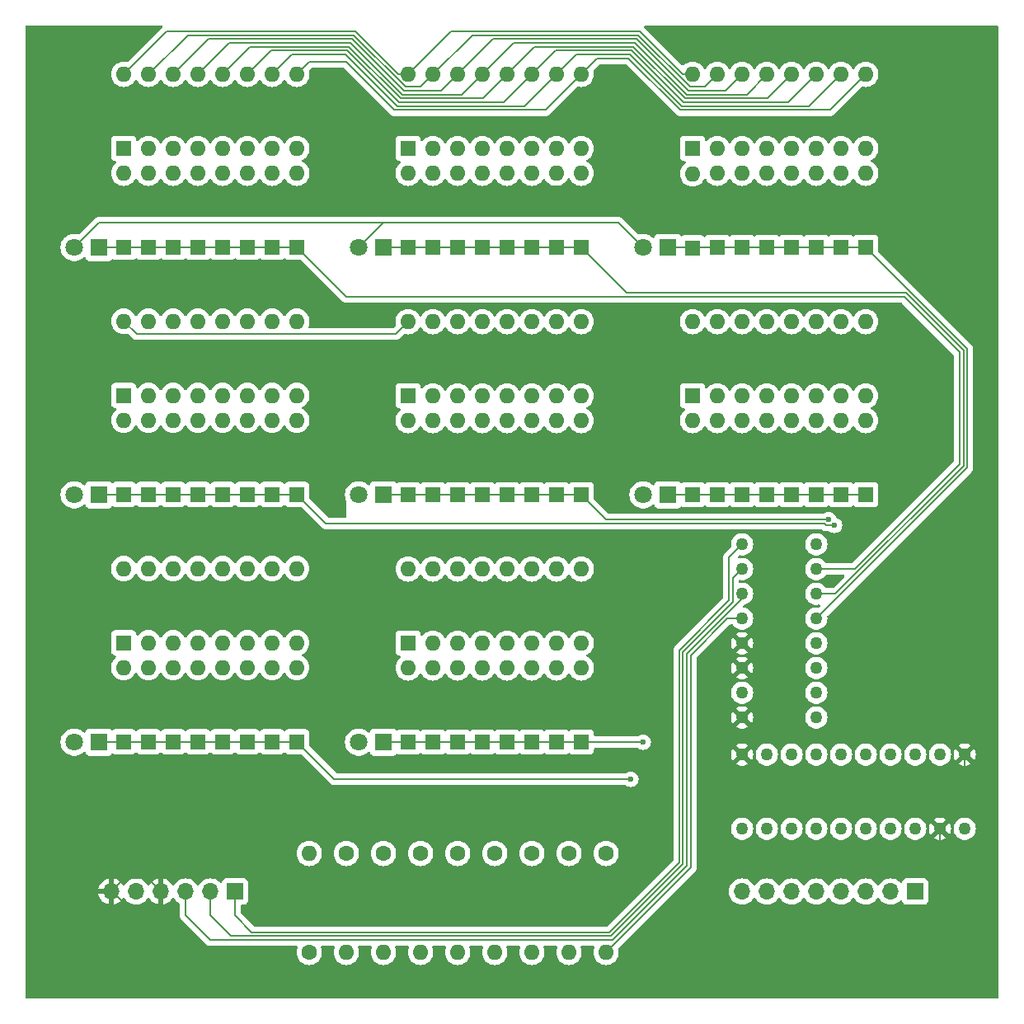
<source format=gbl>
G04 #@! TF.GenerationSoftware,KiCad,Pcbnew,8.0.6*
G04 #@! TF.CreationDate,2024-11-11T00:09:23+09:00*
G04 #@! TF.ProjectId,memory_module,6d656d6f-7279-45f6-9d6f-64756c652e6b,rev?*
G04 #@! TF.SameCoordinates,Original*
G04 #@! TF.FileFunction,Copper,L2,Bot*
G04 #@! TF.FilePolarity,Positive*
%FSLAX46Y46*%
G04 Gerber Fmt 4.6, Leading zero omitted, Abs format (unit mm)*
G04 Created by KiCad (PCBNEW 8.0.6) date 2024-11-11 00:09:23*
%MOMM*%
%LPD*%
G01*
G04 APERTURE LIST*
G04 #@! TA.AperFunction,ComponentPad*
%ADD10R,1.800000X1.800000*%
G04 #@! TD*
G04 #@! TA.AperFunction,ComponentPad*
%ADD11C,1.800000*%
G04 #@! TD*
G04 #@! TA.AperFunction,ComponentPad*
%ADD12C,1.600000*%
G04 #@! TD*
G04 #@! TA.AperFunction,ComponentPad*
%ADD13O,1.600000X1.600000*%
G04 #@! TD*
G04 #@! TA.AperFunction,ComponentPad*
%ADD14R,1.600000X1.600000*%
G04 #@! TD*
G04 #@! TA.AperFunction,ComponentPad*
%ADD15C,1.270000*%
G04 #@! TD*
G04 #@! TA.AperFunction,ComponentPad*
%ADD16R,1.700000X1.700000*%
G04 #@! TD*
G04 #@! TA.AperFunction,ComponentPad*
%ADD17O,1.700000X1.700000*%
G04 #@! TD*
G04 #@! TA.AperFunction,ViaPad*
%ADD18C,0.600000*%
G04 #@! TD*
G04 #@! TA.AperFunction,Conductor*
%ADD19C,0.200000*%
G04 #@! TD*
G04 #@! TA.AperFunction,Conductor*
%ADD20C,0.203200*%
G04 #@! TD*
G04 APERTURE END LIST*
D10*
G04 #@! TO.P,D68,1,K*
G04 #@! TO.N,Net-(D25-K)*
X47620000Y-88260000D03*
D11*
G04 #@! TO.P,D68,2,A*
G04 #@! TO.N,Net-(D65-A)*
X45080000Y-88260000D03*
G04 #@! TD*
D12*
G04 #@! TO.P,R2,1*
G04 #@! TO.N,Net-(U2-A6)*
X76830000Y-125090000D03*
D13*
G04 #@! TO.P,R2,2*
G04 #@! TO.N,+5V*
X76830000Y-135250000D03*
G04 #@! TD*
D14*
G04 #@! TO.P,D53,1,K*
G04 #@! TO.N,Net-(D49-K)*
X60310000Y-113617500D03*
D13*
G04 #@! TO.P,D53,2,A*
G04 #@! TO.N,Net-(D53-A)*
X60310000Y-105997500D03*
G04 #@! TD*
D14*
G04 #@! TO.P,D54,1,K*
G04 #@! TO.N,Net-(D49-K)*
X62850000Y-113617500D03*
D13*
G04 #@! TO.P,D54,2,A*
G04 #@! TO.N,Net-(D54-A)*
X62850000Y-105997500D03*
G04 #@! TD*
D14*
G04 #@! TO.P,D57,1,K*
G04 #@! TO.N,Net-(D57-K)*
X79370000Y-113660000D03*
D13*
G04 #@! TO.P,D57,2,A*
G04 #@! TO.N,Net-(D57-A)*
X79370000Y-106040000D03*
G04 #@! TD*
D14*
G04 #@! TO.P,D34,1,K*
G04 #@! TO.N,Net-(D33-K)*
X81900000Y-88260000D03*
D13*
G04 #@! TO.P,D34,2,A*
G04 #@! TO.N,Net-(D34-A)*
X81900000Y-80640000D03*
G04 #@! TD*
D10*
G04 #@! TO.P,D69,1,K*
G04 #@! TO.N,Net-(D33-K)*
X76830000Y-88260000D03*
D11*
G04 #@! TO.P,D69,2,A*
G04 #@! TO.N,Net-(D65-A)*
X74290000Y-88260000D03*
G04 #@! TD*
D14*
G04 #@! TO.P,D46,1,K*
G04 #@! TO.N,Net-(D41-K)*
X121270000Y-88260000D03*
D13*
G04 #@! TO.P,D46,2,A*
G04 #@! TO.N,Net-(D46-A)*
X121270000Y-80640000D03*
G04 #@! TD*
D14*
G04 #@! TO.P,D6,1,K*
G04 #@! TO.N,Net-(D1-K)*
X62860000Y-62860000D03*
D13*
G04 #@! TO.P,D6,2,A*
G04 #@! TO.N,Net-(D6-A)*
X62860000Y-55240000D03*
G04 #@! TD*
D14*
G04 #@! TO.P,D36,1,K*
G04 #@! TO.N,Net-(D33-K)*
X86980000Y-88260000D03*
D13*
G04 #@! TO.P,D36,2,A*
G04 #@! TO.N,Net-(D36-A)*
X86980000Y-80640000D03*
G04 #@! TD*
D14*
G04 #@! TO.P,D48,1,K*
G04 #@! TO.N,Net-(D41-K)*
X126350000Y-88260000D03*
D13*
G04 #@! TO.P,D48,2,A*
G04 #@! TO.N,Net-(D48-A)*
X126350000Y-80640000D03*
G04 #@! TD*
D14*
G04 #@! TO.P,D42,1,K*
G04 #@! TO.N,Net-(D41-K)*
X111110000Y-88260000D03*
D13*
G04 #@! TO.P,D42,2,A*
G04 #@! TO.N,Net-(D42-A)*
X111110000Y-80640000D03*
G04 #@! TD*
D14*
G04 #@! TO.P,D35,1,K*
G04 #@! TO.N,Net-(D33-K)*
X84440000Y-88260000D03*
D13*
G04 #@! TO.P,D35,2,A*
G04 #@! TO.N,Net-(D35-A)*
X84440000Y-80640000D03*
G04 #@! TD*
D14*
G04 #@! TO.P,D29,1,K*
G04 #@! TO.N,Net-(D25-K)*
X60320000Y-88217500D03*
D13*
G04 #@! TO.P,D29,2,A*
G04 #@! TO.N,Net-(D29-A)*
X60320000Y-80597500D03*
G04 #@! TD*
D14*
G04 #@! TO.P,D61,1,K*
G04 #@! TO.N,Net-(D57-K)*
X89530000Y-113660000D03*
D13*
G04 #@! TO.P,D61,2,A*
G04 #@! TO.N,Net-(D61-A)*
X89530000Y-106040000D03*
G04 #@! TD*
D14*
G04 #@! TO.P,D24,1,K*
G04 #@! TO.N,Net-(D17-K)*
X126360000Y-62860000D03*
D13*
G04 #@! TO.P,D24,2,A*
G04 #@! TO.N,Net-(D24-A)*
X126360000Y-55240000D03*
G04 #@! TD*
D14*
G04 #@! TO.P,D43,1,K*
G04 #@! TO.N,Net-(D41-K)*
X113650000Y-88260000D03*
D13*
G04 #@! TO.P,D43,2,A*
G04 #@! TO.N,Net-(D43-A)*
X113650000Y-80640000D03*
G04 #@! TD*
D14*
G04 #@! TO.P,D18,1,K*
G04 #@! TO.N,Net-(D17-K)*
X111120000Y-62860000D03*
D13*
G04 #@! TO.P,D18,2,A*
G04 #@! TO.N,Net-(D18-A)*
X111120000Y-55240000D03*
G04 #@! TD*
D12*
G04 #@! TO.P,R4,1*
G04 #@! TO.N,Net-(U2-A4)*
X84450000Y-125090000D03*
D13*
G04 #@! TO.P,R4,2*
G04 #@! TO.N,+5V*
X84450000Y-135250000D03*
G04 #@! TD*
D14*
G04 #@! TO.P,D2,1,K*
G04 #@! TO.N,Net-(D1-K)*
X52700000Y-62860000D03*
D13*
G04 #@! TO.P,D2,2,A*
G04 #@! TO.N,Net-(D2-A)*
X52700000Y-55240000D03*
G04 #@! TD*
D14*
G04 #@! TO.P,SW1,1*
G04 #@! TO.N,Net-(D1-A)*
X50160000Y-52700000D03*
D13*
G04 #@! TO.P,SW1,2*
G04 #@! TO.N,Net-(D2-A)*
X52700000Y-52700000D03*
G04 #@! TO.P,SW1,3*
G04 #@! TO.N,Net-(D3-A)*
X55240000Y-52700000D03*
G04 #@! TO.P,SW1,4*
G04 #@! TO.N,Net-(D4-A)*
X57780000Y-52700000D03*
G04 #@! TO.P,SW1,5*
G04 #@! TO.N,Net-(D5-A)*
X60320000Y-52700000D03*
G04 #@! TO.P,SW1,6*
G04 #@! TO.N,Net-(D6-A)*
X62860000Y-52700000D03*
G04 #@! TO.P,SW1,7*
G04 #@! TO.N,Net-(D7-A)*
X65400000Y-52700000D03*
G04 #@! TO.P,SW1,8*
G04 #@! TO.N,Net-(D8-A)*
X67940000Y-52700000D03*
G04 #@! TO.P,SW1,9*
G04 #@! TO.N,Net-(U2-A0)*
X67940000Y-45080000D03*
G04 #@! TO.P,SW1,10*
G04 #@! TO.N,Net-(U2-A1)*
X65400000Y-45080000D03*
G04 #@! TO.P,SW1,11*
G04 #@! TO.N,Net-(U2-A2)*
X62860000Y-45080000D03*
G04 #@! TO.P,SW1,12*
G04 #@! TO.N,Net-(U2-A3)*
X60320000Y-45080000D03*
G04 #@! TO.P,SW1,13*
G04 #@! TO.N,Net-(U2-A4)*
X57780000Y-45080000D03*
G04 #@! TO.P,SW1,14*
G04 #@! TO.N,Net-(U2-A5)*
X55240000Y-45080000D03*
G04 #@! TO.P,SW1,15*
G04 #@! TO.N,Net-(U2-A6)*
X52700000Y-45080000D03*
G04 #@! TO.P,SW1,16*
G04 #@! TO.N,Net-(U2-A7)*
X50160000Y-45080000D03*
G04 #@! TD*
D14*
G04 #@! TO.P,D20,1,K*
G04 #@! TO.N,Net-(D17-K)*
X116200000Y-62860000D03*
D13*
G04 #@! TO.P,D20,2,A*
G04 #@! TO.N,Net-(D20-A)*
X116200000Y-55240000D03*
G04 #@! TD*
D14*
G04 #@! TO.P,D60,1,K*
G04 #@! TO.N,Net-(D57-K)*
X86990000Y-113660000D03*
D13*
G04 #@! TO.P,D60,2,A*
G04 #@! TO.N,Net-(D60-A)*
X86990000Y-106040000D03*
G04 #@! TD*
D14*
G04 #@! TO.P,D41,1,K*
G04 #@! TO.N,Net-(D41-K)*
X108570000Y-88260000D03*
D13*
G04 #@! TO.P,D41,2,A*
G04 #@! TO.N,Net-(D41-A)*
X108570000Y-80640000D03*
G04 #@! TD*
D14*
G04 #@! TO.P,D8,1,K*
G04 #@! TO.N,Net-(D1-K)*
X67940000Y-62860000D03*
D13*
G04 #@! TO.P,D8,2,A*
G04 #@! TO.N,Net-(D8-A)*
X67940000Y-55240000D03*
G04 #@! TD*
D14*
G04 #@! TO.P,SW5,1*
G04 #@! TO.N,Net-(D33-A)*
X79360000Y-78100000D03*
D13*
G04 #@! TO.P,SW5,2*
G04 #@! TO.N,Net-(D34-A)*
X81900000Y-78100000D03*
G04 #@! TO.P,SW5,3*
G04 #@! TO.N,Net-(D35-A)*
X84440000Y-78100000D03*
G04 #@! TO.P,SW5,4*
G04 #@! TO.N,Net-(D36-A)*
X86980000Y-78100000D03*
G04 #@! TO.P,SW5,5*
G04 #@! TO.N,Net-(D37-A)*
X89520000Y-78100000D03*
G04 #@! TO.P,SW5,6*
G04 #@! TO.N,Net-(D38-A)*
X92060000Y-78100000D03*
G04 #@! TO.P,SW5,7*
G04 #@! TO.N,Net-(D39-A)*
X94600000Y-78100000D03*
G04 #@! TO.P,SW5,8*
G04 #@! TO.N,Net-(D40-A)*
X97140000Y-78100000D03*
G04 #@! TO.P,SW5,9*
G04 #@! TO.N,Net-(U2-A0)*
X97140000Y-70480000D03*
G04 #@! TO.P,SW5,10*
G04 #@! TO.N,Net-(U2-A1)*
X94600000Y-70480000D03*
G04 #@! TO.P,SW5,11*
G04 #@! TO.N,Net-(U2-A2)*
X92060000Y-70480000D03*
G04 #@! TO.P,SW5,12*
G04 #@! TO.N,Net-(U2-A3)*
X89520000Y-70480000D03*
G04 #@! TO.P,SW5,13*
G04 #@! TO.N,Net-(U2-A4)*
X86980000Y-70480000D03*
G04 #@! TO.P,SW5,14*
G04 #@! TO.N,Net-(U2-A5)*
X84440000Y-70480000D03*
G04 #@! TO.P,SW5,15*
G04 #@! TO.N,Net-(U2-A6)*
X81900000Y-70480000D03*
G04 #@! TO.P,SW5,16*
G04 #@! TO.N,Net-(U2-A7)*
X79360000Y-70480000D03*
G04 #@! TD*
D14*
G04 #@! TO.P,D58,1,K*
G04 #@! TO.N,Net-(D57-K)*
X81910000Y-113660000D03*
D13*
G04 #@! TO.P,D58,2,A*
G04 #@! TO.N,Net-(D58-A)*
X81910000Y-106040000D03*
G04 #@! TD*
D14*
G04 #@! TO.P,SW3,1*
G04 #@! TO.N,Net-(D17-A)*
X108580000Y-52700000D03*
D13*
G04 #@! TO.P,SW3,2*
G04 #@! TO.N,Net-(D18-A)*
X111120000Y-52700000D03*
G04 #@! TO.P,SW3,3*
G04 #@! TO.N,Net-(D19-A)*
X113660000Y-52700000D03*
G04 #@! TO.P,SW3,4*
G04 #@! TO.N,Net-(D20-A)*
X116200000Y-52700000D03*
G04 #@! TO.P,SW3,5*
G04 #@! TO.N,Net-(D21-A)*
X118740000Y-52700000D03*
G04 #@! TO.P,SW3,6*
G04 #@! TO.N,Net-(D22-A)*
X121280000Y-52700000D03*
G04 #@! TO.P,SW3,7*
G04 #@! TO.N,Net-(D23-A)*
X123820000Y-52700000D03*
G04 #@! TO.P,SW3,8*
G04 #@! TO.N,Net-(D24-A)*
X126360000Y-52700000D03*
G04 #@! TO.P,SW3,9*
G04 #@! TO.N,Net-(U2-A0)*
X126360000Y-45080000D03*
G04 #@! TO.P,SW3,10*
G04 #@! TO.N,Net-(U2-A1)*
X123820000Y-45080000D03*
G04 #@! TO.P,SW3,11*
G04 #@! TO.N,Net-(U2-A2)*
X121280000Y-45080000D03*
G04 #@! TO.P,SW3,12*
G04 #@! TO.N,Net-(U2-A3)*
X118740000Y-45080000D03*
G04 #@! TO.P,SW3,13*
G04 #@! TO.N,Net-(U2-A4)*
X116200000Y-45080000D03*
G04 #@! TO.P,SW3,14*
G04 #@! TO.N,Net-(U2-A5)*
X113660000Y-45080000D03*
G04 #@! TO.P,SW3,15*
G04 #@! TO.N,Net-(U2-A6)*
X111120000Y-45080000D03*
G04 #@! TO.P,SW3,16*
G04 #@! TO.N,Net-(U2-A7)*
X108580000Y-45080000D03*
G04 #@! TD*
D12*
G04 #@! TO.P,R8,1*
G04 #@! TO.N,Net-(U2-A0)*
X99690000Y-125090000D03*
D13*
G04 #@! TO.P,R8,2*
G04 #@! TO.N,+5V*
X99690000Y-135250000D03*
G04 #@! TD*
D15*
G04 #@! TO.P,U1,1,A0*
G04 #@! TO.N,A0*
X113660000Y-93340000D03*
G04 #@! TO.P,U1,2,A1*
G04 #@! TO.N,A1*
X113660000Y-95880000D03*
G04 #@! TO.P,U1,3,A2*
G04 #@! TO.N,A2*
X113660000Y-98420000D03*
G04 #@! TO.P,U1,4,~{E0}*
G04 #@! TO.N,+5V*
X113660000Y-100960000D03*
G04 #@! TO.P,U1,5,~{E1}*
G04 #@! TO.N,GND*
X113660000Y-103500000D03*
G04 #@! TO.P,U1,6,E2*
X113660000Y-106040000D03*
G04 #@! TO.P,U1,7,~{Y7}*
G04 #@! TO.N,Net-(D57-K)*
X113660000Y-108580000D03*
G04 #@! TO.P,U1,8,GND*
G04 #@! TO.N,GND*
X113660000Y-111120000D03*
G04 #@! TO.P,U1,9,~{Y6}*
G04 #@! TO.N,Net-(D49-K)*
X121280000Y-111120000D03*
G04 #@! TO.P,U1,10,~{Y5}*
G04 #@! TO.N,Net-(D41-K)*
X121280000Y-108580000D03*
G04 #@! TO.P,U1,11,~{Y4}*
G04 #@! TO.N,Net-(D33-K)*
X121280000Y-106040000D03*
G04 #@! TO.P,U1,12,~{Y3}*
G04 #@! TO.N,Net-(D25-K)*
X121280000Y-103500000D03*
G04 #@! TO.P,U1,13,~{Y2}*
G04 #@! TO.N,Net-(D17-K)*
X121280000Y-100960000D03*
G04 #@! TO.P,U1,14,~{Y1}*
G04 #@! TO.N,Net-(D10-K)*
X121280000Y-98420000D03*
G04 #@! TO.P,U1,15,~{Y0}*
G04 #@! TO.N,Net-(D1-K)*
X121280000Y-95880000D03*
G04 #@! TO.P,U1,16,VCC*
G04 #@! TO.N,+5V*
X121280000Y-93340000D03*
G04 #@! TD*
D14*
G04 #@! TO.P,D19,1,K*
G04 #@! TO.N,Net-(D17-K)*
X113660000Y-62860000D03*
D13*
G04 #@! TO.P,D19,2,A*
G04 #@! TO.N,Net-(D19-A)*
X113660000Y-55240000D03*
G04 #@! TD*
D14*
G04 #@! TO.P,D64,1,K*
G04 #@! TO.N,Net-(D57-K)*
X97150000Y-113660000D03*
D13*
G04 #@! TO.P,D64,2,A*
G04 #@! TO.N,Net-(D64-A)*
X97150000Y-106040000D03*
G04 #@! TD*
D14*
G04 #@! TO.P,D32,1,K*
G04 #@! TO.N,Net-(D25-K)*
X67940000Y-88217500D03*
D13*
G04 #@! TO.P,D32,2,A*
G04 #@! TO.N,Net-(D32-A)*
X67940000Y-80597500D03*
G04 #@! TD*
D14*
G04 #@! TO.P,D21,1,K*
G04 #@! TO.N,Net-(D17-K)*
X118740000Y-62860000D03*
D13*
G04 #@! TO.P,D21,2,A*
G04 #@! TO.N,Net-(D21-A)*
X118740000Y-55240000D03*
G04 #@! TD*
D12*
G04 #@! TO.P,R7,1*
G04 #@! TO.N,Net-(U2-A1)*
X95880000Y-125090000D03*
D13*
G04 #@! TO.P,R7,2*
G04 #@! TO.N,+5V*
X95880000Y-135250000D03*
G04 #@! TD*
D16*
G04 #@! TO.P,J1,1,Pin_1*
G04 #@! TO.N,A0*
X61590000Y-129000000D03*
D17*
G04 #@! TO.P,J1,2,Pin_2*
G04 #@! TO.N,A1*
X59050000Y-129000000D03*
G04 #@! TO.P,J1,3,Pin_3*
G04 #@! TO.N,A2*
X56510000Y-129000000D03*
G04 #@! TO.P,J1,4,Pin_4*
G04 #@! TO.N,GND*
X53970000Y-129000000D03*
G04 #@! TO.P,J1,5,Pin_5*
G04 #@! TO.N,+5V*
X51430000Y-129000000D03*
G04 #@! TO.P,J1,6,Pin_6*
G04 #@! TO.N,GND*
X48890000Y-129000000D03*
G04 #@! TD*
D14*
G04 #@! TO.P,D23,1,K*
G04 #@! TO.N,Net-(D17-K)*
X123820000Y-62860000D03*
D13*
G04 #@! TO.P,D23,2,A*
G04 #@! TO.N,Net-(D23-A)*
X123820000Y-55240000D03*
G04 #@! TD*
D14*
G04 #@! TO.P,D49,1,K*
G04 #@! TO.N,Net-(D49-K)*
X50150000Y-113617500D03*
D13*
G04 #@! TO.P,D49,2,A*
G04 #@! TO.N,Net-(D49-A)*
X50150000Y-105997500D03*
G04 #@! TD*
D14*
G04 #@! TO.P,D22,1,K*
G04 #@! TO.N,Net-(D17-K)*
X121280000Y-62860000D03*
D13*
G04 #@! TO.P,D22,2,A*
G04 #@! TO.N,Net-(D22-A)*
X121280000Y-55240000D03*
G04 #@! TD*
D14*
G04 #@! TO.P,SW6,1*
G04 #@! TO.N,Net-(D41-A)*
X108570000Y-78100000D03*
D13*
G04 #@! TO.P,SW6,2*
G04 #@! TO.N,Net-(D42-A)*
X111110000Y-78100000D03*
G04 #@! TO.P,SW6,3*
G04 #@! TO.N,Net-(D43-A)*
X113650000Y-78100000D03*
G04 #@! TO.P,SW6,4*
G04 #@! TO.N,Net-(D44-A)*
X116190000Y-78100000D03*
G04 #@! TO.P,SW6,5*
G04 #@! TO.N,Net-(D45-A)*
X118730000Y-78100000D03*
G04 #@! TO.P,SW6,6*
G04 #@! TO.N,Net-(D46-A)*
X121270000Y-78100000D03*
G04 #@! TO.P,SW6,7*
G04 #@! TO.N,Net-(D47-A)*
X123810000Y-78100000D03*
G04 #@! TO.P,SW6,8*
G04 #@! TO.N,Net-(D48-A)*
X126350000Y-78100000D03*
G04 #@! TO.P,SW6,9*
G04 #@! TO.N,Net-(U2-A0)*
X126350000Y-70480000D03*
G04 #@! TO.P,SW6,10*
G04 #@! TO.N,Net-(U2-A1)*
X123810000Y-70480000D03*
G04 #@! TO.P,SW6,11*
G04 #@! TO.N,Net-(U2-A2)*
X121270000Y-70480000D03*
G04 #@! TO.P,SW6,12*
G04 #@! TO.N,Net-(U2-A3)*
X118730000Y-70480000D03*
G04 #@! TO.P,SW6,13*
G04 #@! TO.N,Net-(U2-A4)*
X116190000Y-70480000D03*
G04 #@! TO.P,SW6,14*
G04 #@! TO.N,Net-(U2-A5)*
X113650000Y-70480000D03*
G04 #@! TO.P,SW6,15*
G04 #@! TO.N,Net-(U2-A6)*
X111110000Y-70480000D03*
G04 #@! TO.P,SW6,16*
G04 #@! TO.N,Net-(U2-A7)*
X108570000Y-70480000D03*
G04 #@! TD*
D14*
G04 #@! TO.P,D44,1,K*
G04 #@! TO.N,Net-(D41-K)*
X116190000Y-88260000D03*
D13*
G04 #@! TO.P,D44,2,A*
G04 #@! TO.N,Net-(D44-A)*
X116190000Y-80640000D03*
G04 #@! TD*
D14*
G04 #@! TO.P,D33,1,K*
G04 #@! TO.N,Net-(D33-K)*
X79360000Y-88260000D03*
D13*
G04 #@! TO.P,D33,2,A*
G04 #@! TO.N,Net-(D33-A)*
X79360000Y-80640000D03*
G04 #@! TD*
D10*
G04 #@! TO.P,D72,1,K*
G04 #@! TO.N,Net-(D57-K)*
X76830000Y-113660000D03*
D11*
G04 #@! TO.P,D72,2,A*
G04 #@! TO.N,Net-(D65-A)*
X74290000Y-113660000D03*
G04 #@! TD*
D10*
G04 #@! TO.P,D71,1,K*
G04 #@! TO.N,Net-(D49-K)*
X47620000Y-113660000D03*
D11*
G04 #@! TO.P,D71,2,A*
G04 #@! TO.N,Net-(D65-A)*
X45080000Y-113660000D03*
G04 #@! TD*
D14*
G04 #@! TO.P,D14,1,K*
G04 #@! TO.N,Net-(D10-K)*
X92060000Y-62860000D03*
D13*
G04 #@! TO.P,D14,2,A*
G04 #@! TO.N,Net-(D14-A)*
X92060000Y-55240000D03*
G04 #@! TD*
D14*
G04 #@! TO.P,D3,1,K*
G04 #@! TO.N,Net-(D1-K)*
X55240000Y-62860000D03*
D13*
G04 #@! TO.P,D3,2,A*
G04 #@! TO.N,Net-(D3-A)*
X55240000Y-55240000D03*
G04 #@! TD*
D10*
G04 #@! TO.P,D65,1,K*
G04 #@! TO.N,Net-(D1-K)*
X47620000Y-62860000D03*
D11*
G04 #@! TO.P,D65,2,A*
G04 #@! TO.N,Net-(D65-A)*
X45080000Y-62860000D03*
G04 #@! TD*
D14*
G04 #@! TO.P,SW2,1*
G04 #@! TO.N,Net-(D9-A)*
X79360000Y-52700000D03*
D13*
G04 #@! TO.P,SW2,2*
G04 #@! TO.N,Net-(D10-A)*
X81900000Y-52700000D03*
G04 #@! TO.P,SW2,3*
G04 #@! TO.N,Net-(D11-A)*
X84440000Y-52700000D03*
G04 #@! TO.P,SW2,4*
G04 #@! TO.N,Net-(D12-A)*
X86980000Y-52700000D03*
G04 #@! TO.P,SW2,5*
G04 #@! TO.N,Net-(D13-A)*
X89520000Y-52700000D03*
G04 #@! TO.P,SW2,6*
G04 #@! TO.N,Net-(D14-A)*
X92060000Y-52700000D03*
G04 #@! TO.P,SW2,7*
G04 #@! TO.N,Net-(D15-A)*
X94600000Y-52700000D03*
G04 #@! TO.P,SW2,8*
G04 #@! TO.N,Net-(D16-A)*
X97140000Y-52700000D03*
G04 #@! TO.P,SW2,9*
G04 #@! TO.N,Net-(U2-A0)*
X97140000Y-45080000D03*
G04 #@! TO.P,SW2,10*
G04 #@! TO.N,Net-(U2-A1)*
X94600000Y-45080000D03*
G04 #@! TO.P,SW2,11*
G04 #@! TO.N,Net-(U2-A2)*
X92060000Y-45080000D03*
G04 #@! TO.P,SW2,12*
G04 #@! TO.N,Net-(U2-A3)*
X89520000Y-45080000D03*
G04 #@! TO.P,SW2,13*
G04 #@! TO.N,Net-(U2-A4)*
X86980000Y-45080000D03*
G04 #@! TO.P,SW2,14*
G04 #@! TO.N,Net-(U2-A5)*
X84440000Y-45080000D03*
G04 #@! TO.P,SW2,15*
G04 #@! TO.N,Net-(U2-A6)*
X81900000Y-45080000D03*
G04 #@! TO.P,SW2,16*
G04 #@! TO.N,Net-(U2-A7)*
X79360000Y-45080000D03*
G04 #@! TD*
D10*
G04 #@! TO.P,D67,1,K*
G04 #@! TO.N,Net-(D17-K)*
X106040000Y-62860000D03*
D11*
G04 #@! TO.P,D67,2,A*
G04 #@! TO.N,Net-(D65-A)*
X103500000Y-62860000D03*
G04 #@! TD*
D14*
G04 #@! TO.P,D28,1,K*
G04 #@! TO.N,Net-(D25-K)*
X57780000Y-88217500D03*
D13*
G04 #@! TO.P,D28,2,A*
G04 #@! TO.N,Net-(D28-A)*
X57780000Y-80597500D03*
G04 #@! TD*
D15*
G04 #@! TO.P,U2,1,G1*
G04 #@! TO.N,GND*
X136520000Y-114930000D03*
G04 #@! TO.P,U2,2,A0*
G04 #@! TO.N,Net-(U2-A0)*
X133980000Y-114930000D03*
G04 #@! TO.P,U2,3,A1*
G04 #@! TO.N,Net-(U2-A1)*
X131440000Y-114930000D03*
G04 #@! TO.P,U2,4,A2*
G04 #@! TO.N,Net-(U2-A2)*
X128900000Y-114930000D03*
G04 #@! TO.P,U2,5,A3*
G04 #@! TO.N,Net-(U2-A3)*
X126360000Y-114930000D03*
G04 #@! TO.P,U2,6,A4*
G04 #@! TO.N,Net-(U2-A4)*
X123820000Y-114930000D03*
G04 #@! TO.P,U2,7,A5*
G04 #@! TO.N,Net-(U2-A5)*
X121280000Y-114930000D03*
G04 #@! TO.P,U2,8,A6*
G04 #@! TO.N,Net-(U2-A6)*
X118740000Y-114930000D03*
G04 #@! TO.P,U2,9,A7*
G04 #@! TO.N,Net-(U2-A7)*
X116200000Y-114930000D03*
G04 #@! TO.P,U2,10,GND*
G04 #@! TO.N,GND*
X113660000Y-114930000D03*
G04 #@! TO.P,U2,11,Y7*
G04 #@! TO.N,D7*
X113660000Y-122550000D03*
G04 #@! TO.P,U2,12,Y6*
G04 #@! TO.N,D6*
X116200000Y-122550000D03*
G04 #@! TO.P,U2,13,Y5*
G04 #@! TO.N,D5*
X118740000Y-122550000D03*
G04 #@! TO.P,U2,14,Y4*
G04 #@! TO.N,D4*
X121280000Y-122550000D03*
G04 #@! TO.P,U2,15,Y3*
G04 #@! TO.N,D3*
X123820000Y-122550000D03*
G04 #@! TO.P,U2,16,Y2*
G04 #@! TO.N,D2*
X126360000Y-122550000D03*
G04 #@! TO.P,U2,17,Y1*
G04 #@! TO.N,D1*
X128900000Y-122550000D03*
G04 #@! TO.P,U2,18,Y0*
G04 #@! TO.N,D0*
X131440000Y-122550000D03*
G04 #@! TO.P,U2,19,G2*
G04 #@! TO.N,GND*
X133980000Y-122550000D03*
G04 #@! TO.P,U2,20,VCC*
G04 #@! TO.N,+5V*
X136520000Y-122550000D03*
G04 #@! TD*
D14*
G04 #@! TO.P,D4,1,K*
G04 #@! TO.N,Net-(D1-K)*
X57780000Y-62860000D03*
D13*
G04 #@! TO.P,D4,2,A*
G04 #@! TO.N,Net-(D4-A)*
X57780000Y-55240000D03*
G04 #@! TD*
D14*
G04 #@! TO.P,D13,1,K*
G04 #@! TO.N,Net-(D10-K)*
X89520000Y-62860000D03*
D13*
G04 #@! TO.P,D13,2,A*
G04 #@! TO.N,Net-(D13-A)*
X89520000Y-55240000D03*
G04 #@! TD*
D14*
G04 #@! TO.P,D10,1,K*
G04 #@! TO.N,Net-(D10-K)*
X81900000Y-62860000D03*
D13*
G04 #@! TO.P,D10,2,A*
G04 #@! TO.N,Net-(D10-A)*
X81900000Y-55240000D03*
G04 #@! TD*
D14*
G04 #@! TO.P,D12,1,K*
G04 #@! TO.N,Net-(D10-K)*
X86980000Y-62860000D03*
D13*
G04 #@! TO.P,D12,2,A*
G04 #@! TO.N,Net-(D12-A)*
X86980000Y-55240000D03*
G04 #@! TD*
D14*
G04 #@! TO.P,D51,1,K*
G04 #@! TO.N,Net-(D49-K)*
X55230000Y-113617500D03*
D13*
G04 #@! TO.P,D51,2,A*
G04 #@! TO.N,Net-(D51-A)*
X55230000Y-105997500D03*
G04 #@! TD*
D14*
G04 #@! TO.P,D50,1,K*
G04 #@! TO.N,Net-(D49-K)*
X52690000Y-113617500D03*
D13*
G04 #@! TO.P,D50,2,A*
G04 #@! TO.N,Net-(D50-A)*
X52690000Y-105997500D03*
G04 #@! TD*
D14*
G04 #@! TO.P,D31,1,K*
G04 #@! TO.N,Net-(D25-K)*
X65400000Y-88217500D03*
D13*
G04 #@! TO.P,D31,2,A*
G04 #@! TO.N,Net-(D31-A)*
X65400000Y-80597500D03*
G04 #@! TD*
D12*
G04 #@! TO.P,R3,1*
G04 #@! TO.N,Net-(U2-A5)*
X80640000Y-125090000D03*
D13*
G04 #@! TO.P,R3,2*
G04 #@! TO.N,+5V*
X80640000Y-135250000D03*
G04 #@! TD*
D14*
G04 #@! TO.P,SW8,1*
G04 #@! TO.N,Net-(D57-A)*
X79370000Y-103500000D03*
D13*
G04 #@! TO.P,SW8,2*
G04 #@! TO.N,Net-(D58-A)*
X81910000Y-103500000D03*
G04 #@! TO.P,SW8,3*
G04 #@! TO.N,Net-(D59-A)*
X84450000Y-103500000D03*
G04 #@! TO.P,SW8,4*
G04 #@! TO.N,Net-(D60-A)*
X86990000Y-103500000D03*
G04 #@! TO.P,SW8,5*
G04 #@! TO.N,Net-(D61-A)*
X89530000Y-103500000D03*
G04 #@! TO.P,SW8,6*
G04 #@! TO.N,Net-(D62-A)*
X92070000Y-103500000D03*
G04 #@! TO.P,SW8,7*
G04 #@! TO.N,Net-(D63-A)*
X94610000Y-103500000D03*
G04 #@! TO.P,SW8,8*
G04 #@! TO.N,Net-(D64-A)*
X97150000Y-103500000D03*
G04 #@! TO.P,SW8,9*
G04 #@! TO.N,Net-(U2-A0)*
X97150000Y-95880000D03*
G04 #@! TO.P,SW8,10*
G04 #@! TO.N,Net-(U2-A1)*
X94610000Y-95880000D03*
G04 #@! TO.P,SW8,11*
G04 #@! TO.N,Net-(U2-A2)*
X92070000Y-95880000D03*
G04 #@! TO.P,SW8,12*
G04 #@! TO.N,Net-(U2-A3)*
X89530000Y-95880000D03*
G04 #@! TO.P,SW8,13*
G04 #@! TO.N,Net-(U2-A4)*
X86990000Y-95880000D03*
G04 #@! TO.P,SW8,14*
G04 #@! TO.N,Net-(U2-A5)*
X84450000Y-95880000D03*
G04 #@! TO.P,SW8,15*
G04 #@! TO.N,Net-(U2-A6)*
X81910000Y-95880000D03*
G04 #@! TO.P,SW8,16*
G04 #@! TO.N,Net-(U2-A7)*
X79370000Y-95880000D03*
G04 #@! TD*
D14*
G04 #@! TO.P,D40,1,K*
G04 #@! TO.N,Net-(D33-K)*
X97140000Y-88260000D03*
D13*
G04 #@! TO.P,D40,2,A*
G04 #@! TO.N,Net-(D40-A)*
X97140000Y-80640000D03*
G04 #@! TD*
D14*
G04 #@! TO.P,SW7,1*
G04 #@! TO.N,Net-(D49-A)*
X50150000Y-103457500D03*
D13*
G04 #@! TO.P,SW7,2*
G04 #@! TO.N,Net-(D50-A)*
X52690000Y-103457500D03*
G04 #@! TO.P,SW7,3*
G04 #@! TO.N,Net-(D51-A)*
X55230000Y-103457500D03*
G04 #@! TO.P,SW7,4*
G04 #@! TO.N,Net-(D52-A)*
X57770000Y-103457500D03*
G04 #@! TO.P,SW7,5*
G04 #@! TO.N,Net-(D53-A)*
X60310000Y-103457500D03*
G04 #@! TO.P,SW7,6*
G04 #@! TO.N,Net-(D54-A)*
X62850000Y-103457500D03*
G04 #@! TO.P,SW7,7*
G04 #@! TO.N,Net-(D55-A)*
X65390000Y-103457500D03*
G04 #@! TO.P,SW7,8*
G04 #@! TO.N,Net-(D56-A)*
X67930000Y-103457500D03*
G04 #@! TO.P,SW7,9*
G04 #@! TO.N,Net-(U2-A0)*
X67930000Y-95837500D03*
G04 #@! TO.P,SW7,10*
G04 #@! TO.N,Net-(U2-A1)*
X65390000Y-95837500D03*
G04 #@! TO.P,SW7,11*
G04 #@! TO.N,Net-(U2-A2)*
X62850000Y-95837500D03*
G04 #@! TO.P,SW7,12*
G04 #@! TO.N,Net-(U2-A3)*
X60310000Y-95837500D03*
G04 #@! TO.P,SW7,13*
G04 #@! TO.N,Net-(U2-A4)*
X57770000Y-95837500D03*
G04 #@! TO.P,SW7,14*
G04 #@! TO.N,Net-(U2-A5)*
X55230000Y-95837500D03*
G04 #@! TO.P,SW7,15*
G04 #@! TO.N,Net-(U2-A6)*
X52690000Y-95837500D03*
G04 #@! TO.P,SW7,16*
G04 #@! TO.N,Net-(U2-A7)*
X50150000Y-95837500D03*
G04 #@! TD*
D14*
G04 #@! TO.P,D37,1,K*
G04 #@! TO.N,Net-(D33-K)*
X89520000Y-88260000D03*
D13*
G04 #@! TO.P,D37,2,A*
G04 #@! TO.N,Net-(D37-A)*
X89520000Y-80640000D03*
G04 #@! TD*
D14*
G04 #@! TO.P,D30,1,K*
G04 #@! TO.N,Net-(D25-K)*
X62860000Y-88217500D03*
D13*
G04 #@! TO.P,D30,2,A*
G04 #@! TO.N,Net-(D30-A)*
X62860000Y-80597500D03*
G04 #@! TD*
D12*
G04 #@! TO.P,R6,1*
G04 #@! TO.N,Net-(U2-A2)*
X92070000Y-125090000D03*
D13*
G04 #@! TO.P,R6,2*
G04 #@! TO.N,+5V*
X92070000Y-135250000D03*
G04 #@! TD*
D14*
G04 #@! TO.P,SW4,1*
G04 #@! TO.N,Net-(D25-A)*
X50160000Y-78057500D03*
D13*
G04 #@! TO.P,SW4,2*
G04 #@! TO.N,Net-(D26-A)*
X52700000Y-78057500D03*
G04 #@! TO.P,SW4,3*
G04 #@! TO.N,Net-(D27-A)*
X55240000Y-78057500D03*
G04 #@! TO.P,SW4,4*
G04 #@! TO.N,Net-(D28-A)*
X57780000Y-78057500D03*
G04 #@! TO.P,SW4,5*
G04 #@! TO.N,Net-(D29-A)*
X60320000Y-78057500D03*
G04 #@! TO.P,SW4,6*
G04 #@! TO.N,Net-(D30-A)*
X62860000Y-78057500D03*
G04 #@! TO.P,SW4,7*
G04 #@! TO.N,Net-(D31-A)*
X65400000Y-78057500D03*
G04 #@! TO.P,SW4,8*
G04 #@! TO.N,Net-(D32-A)*
X67940000Y-78057500D03*
G04 #@! TO.P,SW4,9*
G04 #@! TO.N,Net-(U2-A0)*
X67940000Y-70437500D03*
G04 #@! TO.P,SW4,10*
G04 #@! TO.N,Net-(U2-A1)*
X65400000Y-70437500D03*
G04 #@! TO.P,SW4,11*
G04 #@! TO.N,Net-(U2-A2)*
X62860000Y-70437500D03*
G04 #@! TO.P,SW4,12*
G04 #@! TO.N,Net-(U2-A3)*
X60320000Y-70437500D03*
G04 #@! TO.P,SW4,13*
G04 #@! TO.N,Net-(U2-A4)*
X57780000Y-70437500D03*
G04 #@! TO.P,SW4,14*
G04 #@! TO.N,Net-(U2-A5)*
X55240000Y-70437500D03*
G04 #@! TO.P,SW4,15*
G04 #@! TO.N,Net-(U2-A6)*
X52700000Y-70437500D03*
G04 #@! TO.P,SW4,16*
G04 #@! TO.N,Net-(U2-A7)*
X50160000Y-70437500D03*
G04 #@! TD*
D14*
G04 #@! TO.P,D17,1,K*
G04 #@! TO.N,Net-(D17-K)*
X108580000Y-62910000D03*
D13*
G04 #@! TO.P,D17,2,A*
G04 #@! TO.N,Net-(D17-A)*
X108580000Y-55290000D03*
G04 #@! TD*
D12*
G04 #@! TO.P,R1,1*
G04 #@! TO.N,Net-(U2-A7)*
X73020000Y-125090000D03*
D13*
G04 #@! TO.P,R1,2*
G04 #@! TO.N,+5V*
X73020000Y-135250000D03*
G04 #@! TD*
D14*
G04 #@! TO.P,D55,1,K*
G04 #@! TO.N,Net-(D49-K)*
X65390000Y-113617500D03*
D13*
G04 #@! TO.P,D55,2,A*
G04 #@! TO.N,Net-(D55-A)*
X65390000Y-105997500D03*
G04 #@! TD*
D14*
G04 #@! TO.P,D1,1,K*
G04 #@! TO.N,Net-(D1-K)*
X50160000Y-62860000D03*
D13*
G04 #@! TO.P,D1,2,A*
G04 #@! TO.N,Net-(D1-A)*
X50160000Y-55240000D03*
G04 #@! TD*
D14*
G04 #@! TO.P,D7,1,K*
G04 #@! TO.N,Net-(D1-K)*
X65400000Y-62860000D03*
D13*
G04 #@! TO.P,D7,2,A*
G04 #@! TO.N,Net-(D7-A)*
X65400000Y-55240000D03*
G04 #@! TD*
D14*
G04 #@! TO.P,D5,1,K*
G04 #@! TO.N,Net-(D1-K)*
X60320000Y-62860000D03*
D13*
G04 #@! TO.P,D5,2,A*
G04 #@! TO.N,Net-(D5-A)*
X60320000Y-55240000D03*
G04 #@! TD*
D14*
G04 #@! TO.P,D59,1,K*
G04 #@! TO.N,Net-(D57-K)*
X84450000Y-113660000D03*
D13*
G04 #@! TO.P,D59,2,A*
G04 #@! TO.N,Net-(D59-A)*
X84450000Y-106040000D03*
G04 #@! TD*
D14*
G04 #@! TO.P,D39,1,K*
G04 #@! TO.N,Net-(D33-K)*
X94600000Y-88260000D03*
D13*
G04 #@! TO.P,D39,2,A*
G04 #@! TO.N,Net-(D39-A)*
X94600000Y-80640000D03*
G04 #@! TD*
D14*
G04 #@! TO.P,D26,1,K*
G04 #@! TO.N,Net-(D25-K)*
X52700000Y-88217500D03*
D13*
G04 #@! TO.P,D26,2,A*
G04 #@! TO.N,Net-(D26-A)*
X52700000Y-80597500D03*
G04 #@! TD*
D14*
G04 #@! TO.P,D11,1,K*
G04 #@! TO.N,Net-(D10-K)*
X84440000Y-62860000D03*
D13*
G04 #@! TO.P,D11,2,A*
G04 #@! TO.N,Net-(D11-A)*
X84440000Y-55240000D03*
G04 #@! TD*
D14*
G04 #@! TO.P,D27,1,K*
G04 #@! TO.N,Net-(D25-K)*
X55240000Y-88217500D03*
D13*
G04 #@! TO.P,D27,2,A*
G04 #@! TO.N,Net-(D27-A)*
X55240000Y-80597500D03*
G04 #@! TD*
D14*
G04 #@! TO.P,D63,1,K*
G04 #@! TO.N,Net-(D57-K)*
X94610000Y-113660000D03*
D13*
G04 #@! TO.P,D63,2,A*
G04 #@! TO.N,Net-(D63-A)*
X94610000Y-106040000D03*
G04 #@! TD*
D14*
G04 #@! TO.P,D9,1,K*
G04 #@! TO.N,Net-(D10-K)*
X79360000Y-62860000D03*
D13*
G04 #@! TO.P,D9,2,A*
G04 #@! TO.N,Net-(D9-A)*
X79360000Y-55240000D03*
G04 #@! TD*
D14*
G04 #@! TO.P,D38,1,K*
G04 #@! TO.N,Net-(D33-K)*
X92060000Y-88260000D03*
D13*
G04 #@! TO.P,D38,2,A*
G04 #@! TO.N,Net-(D38-A)*
X92060000Y-80640000D03*
G04 #@! TD*
D14*
G04 #@! TO.P,D62,1,K*
G04 #@! TO.N,Net-(D57-K)*
X92070000Y-113660000D03*
D13*
G04 #@! TO.P,D62,2,A*
G04 #@! TO.N,Net-(D62-A)*
X92070000Y-106040000D03*
G04 #@! TD*
D14*
G04 #@! TO.P,D25,1,K*
G04 #@! TO.N,Net-(D25-K)*
X50160000Y-88217500D03*
D13*
G04 #@! TO.P,D25,2,A*
G04 #@! TO.N,Net-(D25-A)*
X50160000Y-80597500D03*
G04 #@! TD*
D16*
G04 #@! TO.P,J2,1,Pin_1*
G04 #@! TO.N,D0*
X131440000Y-129000000D03*
D17*
G04 #@! TO.P,J2,2,Pin_2*
G04 #@! TO.N,D1*
X128900000Y-129000000D03*
G04 #@! TO.P,J2,3,Pin_3*
G04 #@! TO.N,D2*
X126360000Y-129000000D03*
G04 #@! TO.P,J2,4,Pin_4*
G04 #@! TO.N,D3*
X123820000Y-129000000D03*
G04 #@! TO.P,J2,5,Pin_5*
G04 #@! TO.N,D4*
X121280000Y-129000000D03*
G04 #@! TO.P,J2,6,Pin_6*
G04 #@! TO.N,D5*
X118740000Y-129000000D03*
G04 #@! TO.P,J2,7,Pin_7*
G04 #@! TO.N,D6*
X116200000Y-129000000D03*
G04 #@! TO.P,J2,8,Pin_8*
G04 #@! TO.N,D7*
X113660000Y-129000000D03*
G04 #@! TD*
D14*
G04 #@! TO.P,D45,1,K*
G04 #@! TO.N,Net-(D41-K)*
X118730000Y-88260000D03*
D13*
G04 #@! TO.P,D45,2,A*
G04 #@! TO.N,Net-(D45-A)*
X118730000Y-80640000D03*
G04 #@! TD*
D10*
G04 #@! TO.P,D70,1,K*
G04 #@! TO.N,Net-(D41-K)*
X106040000Y-88260000D03*
D11*
G04 #@! TO.P,D70,2,A*
G04 #@! TO.N,Net-(D65-A)*
X103500000Y-88260000D03*
G04 #@! TD*
D10*
G04 #@! TO.P,D66,1,K*
G04 #@! TO.N,Net-(D10-K)*
X76830000Y-62860000D03*
D11*
G04 #@! TO.P,D66,2,A*
G04 #@! TO.N,Net-(D65-A)*
X74290000Y-62860000D03*
G04 #@! TD*
D14*
G04 #@! TO.P,D47,1,K*
G04 #@! TO.N,Net-(D41-K)*
X123810000Y-88260000D03*
D13*
G04 #@! TO.P,D47,2,A*
G04 #@! TO.N,Net-(D47-A)*
X123810000Y-80640000D03*
G04 #@! TD*
D14*
G04 #@! TO.P,D16,1,K*
G04 #@! TO.N,Net-(D10-K)*
X97140000Y-62860000D03*
D13*
G04 #@! TO.P,D16,2,A*
G04 #@! TO.N,Net-(D16-A)*
X97140000Y-55240000D03*
G04 #@! TD*
D14*
G04 #@! TO.P,D52,1,K*
G04 #@! TO.N,Net-(D49-K)*
X57770000Y-113617500D03*
D13*
G04 #@! TO.P,D52,2,A*
G04 #@! TO.N,Net-(D52-A)*
X57770000Y-105997500D03*
G04 #@! TD*
D14*
G04 #@! TO.P,D15,1,K*
G04 #@! TO.N,Net-(D10-K)*
X94570000Y-62860000D03*
D13*
G04 #@! TO.P,D15,2,A*
G04 #@! TO.N,Net-(D15-A)*
X94570000Y-55240000D03*
G04 #@! TD*
D14*
G04 #@! TO.P,D56,1,K*
G04 #@! TO.N,Net-(D49-K)*
X67930000Y-113617500D03*
D13*
G04 #@! TO.P,D56,2,A*
G04 #@! TO.N,Net-(D56-A)*
X67930000Y-105997500D03*
G04 #@! TD*
D12*
G04 #@! TO.P,R9,1*
G04 #@! TO.N,+5V*
X69210000Y-135250000D03*
D13*
G04 #@! TO.P,R9,2*
G04 #@! TO.N,Net-(D65-A)*
X69210000Y-125090000D03*
G04 #@! TD*
D12*
G04 #@! TO.P,R5,1*
G04 #@! TO.N,Net-(U2-A3)*
X88260000Y-125090000D03*
D13*
G04 #@! TO.P,R5,2*
G04 #@! TO.N,+5V*
X88260000Y-135250000D03*
G04 #@! TD*
D18*
G04 #@! TO.N,Net-(D25-K)*
X123150000Y-91400000D03*
G04 #@! TO.N,Net-(D33-K)*
X122550000Y-90800000D03*
G04 #@! TO.N,Net-(D49-K)*
X102230000Y-117470000D03*
G04 #@! TO.N,Net-(D57-K)*
X103500000Y-113660000D03*
G04 #@! TD*
D19*
G04 #@! TO.N,GND*
X130960000Y-137000000D02*
X133980000Y-133980000D01*
X56990000Y-137000000D02*
X130960000Y-137000000D01*
X133980000Y-133980000D02*
X133980000Y-122550000D01*
X48990000Y-129000000D02*
X56990000Y-137000000D01*
X48890000Y-129000000D02*
X48990000Y-129000000D01*
G04 #@! TO.N,Net-(D1-K)*
X125228628Y-95880000D02*
X121280000Y-95880000D01*
X130308628Y-67940000D02*
X136000000Y-73631372D01*
X67940000Y-62860000D02*
X73020000Y-67940000D01*
X73020000Y-67940000D02*
X130308628Y-67940000D01*
X136000000Y-73631372D02*
X136000000Y-85108628D01*
X67980000Y-62860000D02*
X47620000Y-62860000D01*
X136000000Y-85108628D02*
X125228628Y-95880000D01*
G04 #@! TO.N,Net-(D10-K)*
X101820000Y-67540000D02*
X130474314Y-67540000D01*
X130474314Y-67540000D02*
X136400000Y-73465686D01*
X136400000Y-73465686D02*
X136400000Y-85274314D01*
X123254314Y-98420000D02*
X121280000Y-98420000D01*
X97140000Y-62860000D02*
X101820000Y-67540000D01*
X136400000Y-85274314D02*
X123254314Y-98420000D01*
X97140000Y-62860000D02*
X76830000Y-62860000D01*
G04 #@! TO.N,Net-(D17-K)*
X126300000Y-62860000D02*
X106040000Y-62860000D01*
X136800000Y-73300000D02*
X136800000Y-85440000D01*
X136800000Y-85440000D02*
X121280000Y-100960000D01*
X126360000Y-62860000D02*
X136800000Y-73300000D01*
G04 #@! TO.N,Net-(D25-K)*
X67940000Y-88217500D02*
X47662500Y-88217500D01*
X47662500Y-88217500D02*
X47620000Y-88260000D01*
X122101471Y-91200000D02*
X70922500Y-91200000D01*
X122301471Y-91400000D02*
X122101471Y-91200000D01*
X70922500Y-91200000D02*
X67940000Y-88217500D01*
X123150000Y-91400000D02*
X122301471Y-91400000D01*
G04 #@! TO.N,Net-(D33-K)*
X97140000Y-88260000D02*
X76830000Y-88260000D01*
X99680000Y-90800000D02*
X97140000Y-88260000D01*
X122550000Y-90800000D02*
X99680000Y-90800000D01*
G04 #@! TO.N,Net-(D41-K)*
X126350000Y-88260000D02*
X106040000Y-88260000D01*
G04 #@! TO.N,Net-(D49-K)*
X47662500Y-113617500D02*
X47620000Y-113660000D01*
X102230000Y-117470000D02*
X71782500Y-117470000D01*
X67930000Y-113617500D02*
X47662500Y-113617500D01*
X71782500Y-117470000D02*
X67930000Y-113617500D01*
D20*
G04 #@! TO.N,Net-(D57-K)*
X103500000Y-113660000D02*
X97150000Y-113660000D01*
D19*
X97150000Y-113660000D02*
X76830000Y-113660000D01*
G04 #@! TO.N,Net-(D65-A)*
X76830000Y-60320000D02*
X74290000Y-62860000D01*
X47620000Y-60320000D02*
X45080000Y-62860000D01*
X76830000Y-60320000D02*
X47620000Y-60320000D01*
X103500000Y-62860000D02*
X100960000Y-60320000D01*
X100960000Y-60320000D02*
X76830000Y-60320000D01*
G04 #@! TO.N,+5V*
X108400000Y-126540000D02*
X99690000Y-135250000D01*
X112171372Y-100960000D02*
X108400000Y-104731372D01*
X108400000Y-104731372D02*
X108400000Y-126540000D01*
X113660000Y-100960000D02*
X112171372Y-100960000D01*
G04 #@! TO.N,Net-(U2-A7)*
X107590051Y-45080000D02*
X108580000Y-45080000D01*
X51472500Y-71750000D02*
X78090000Y-71750000D01*
X83800000Y-40650000D02*
X103160051Y-40650000D01*
X50160000Y-70437500D02*
X51472500Y-71750000D01*
X103160051Y-40650000D02*
X107590051Y-45080000D01*
X79360000Y-45080000D02*
X78370051Y-45080000D01*
X79360000Y-45080000D02*
X79370000Y-45080000D01*
X73940051Y-40650000D02*
X54590000Y-40650000D01*
X79370000Y-45080000D02*
X83800000Y-40650000D01*
X78370051Y-45080000D02*
X73940051Y-40650000D01*
X78090000Y-71750000D02*
X79360000Y-70480000D01*
X54590000Y-40650000D02*
X50160000Y-45080000D01*
G04 #@! TO.N,Net-(U2-A6)*
X108294365Y-46350000D02*
X109850000Y-46350000D01*
X73774365Y-41050000D02*
X79074365Y-46350000D01*
X81900000Y-45080000D02*
X85930000Y-41050000D01*
X109850000Y-46350000D02*
X111120000Y-45080000D01*
X102994365Y-41050000D02*
X108294365Y-46350000D01*
X85930000Y-41050000D02*
X102994365Y-41050000D01*
X56730000Y-41050000D02*
X73774365Y-41050000D01*
X80630000Y-46350000D02*
X81900000Y-45080000D01*
X52700000Y-45080000D02*
X56730000Y-41050000D01*
X79074365Y-46350000D02*
X80630000Y-46350000D01*
G04 #@! TO.N,Net-(U2-A5)*
X73608679Y-41450000D02*
X78908679Y-46750000D01*
X108128679Y-46750000D02*
X111990000Y-46750000D01*
X55240000Y-45080000D02*
X58870000Y-41450000D01*
X58870000Y-41450000D02*
X73608679Y-41450000D01*
X111990000Y-46750000D02*
X113660000Y-45080000D01*
X82770000Y-46750000D02*
X84440000Y-45080000D01*
X102828679Y-41450000D02*
X108128679Y-46750000D01*
X78908679Y-46750000D02*
X82770000Y-46750000D01*
X88070000Y-41450000D02*
X102828679Y-41450000D01*
X84440000Y-45080000D02*
X88070000Y-41450000D01*
G04 #@! TO.N,Net-(U2-A4)*
X102662993Y-41850000D02*
X107962993Y-47150000D01*
X61010000Y-41850000D02*
X73442993Y-41850000D01*
X57780000Y-45080000D02*
X61010000Y-41850000D01*
X90210000Y-41850000D02*
X102662993Y-41850000D01*
X107962993Y-47150000D02*
X114130000Y-47150000D01*
X73442993Y-41850000D02*
X78742993Y-47150000D01*
X84910000Y-47150000D02*
X86980000Y-45080000D01*
X114130000Y-47150000D02*
X116200000Y-45080000D01*
X78742993Y-47150000D02*
X84910000Y-47150000D01*
X86980000Y-45080000D02*
X90210000Y-41850000D01*
G04 #@! TO.N,Net-(U2-A3)*
X92350000Y-42250000D02*
X102497307Y-42250000D01*
X73277307Y-42250000D02*
X78577307Y-47550000D01*
X102497307Y-42250000D02*
X107797307Y-47550000D01*
X78577307Y-47550000D02*
X87050000Y-47550000D01*
X87050000Y-47550000D02*
X89520000Y-45080000D01*
X63150000Y-42250000D02*
X73277307Y-42250000D01*
X107797307Y-47550000D02*
X116270000Y-47550000D01*
X60320000Y-45080000D02*
X63150000Y-42250000D01*
X89520000Y-45080000D02*
X92350000Y-42250000D01*
X116270000Y-47550000D02*
X118740000Y-45080000D01*
G04 #@! TO.N,Net-(U2-A2)*
X102331621Y-42650000D02*
X107631621Y-47950000D01*
X92060000Y-45080000D02*
X94490000Y-42650000D01*
X118410000Y-47950000D02*
X121280000Y-45080000D01*
X89190000Y-47950000D02*
X92060000Y-45080000D01*
X107631621Y-47950000D02*
X118410000Y-47950000D01*
X62860000Y-45080000D02*
X65290000Y-42650000D01*
X94490000Y-42650000D02*
X102331621Y-42650000D01*
X73111621Y-42650000D02*
X78411621Y-47950000D01*
X78411621Y-47950000D02*
X89190000Y-47950000D01*
X65290000Y-42650000D02*
X73111621Y-42650000D01*
G04 #@! TO.N,Net-(U2-A1)*
X91330000Y-48350000D02*
X94600000Y-45080000D01*
X67430000Y-43050000D02*
X72945935Y-43050000D01*
X120550000Y-48350000D02*
X123820000Y-45080000D01*
X94600000Y-45080000D02*
X96630000Y-43050000D01*
X65400000Y-45080000D02*
X67430000Y-43050000D01*
X102165935Y-43050000D02*
X107465935Y-48350000D01*
X107465935Y-48350000D02*
X120550000Y-48350000D01*
X78245935Y-48350000D02*
X91330000Y-48350000D01*
X72945935Y-43050000D02*
X78245935Y-48350000D01*
X96630000Y-43050000D02*
X102165935Y-43050000D01*
G04 #@! TO.N,Net-(U2-A0)*
X67940000Y-45080000D02*
X69210000Y-43810000D01*
X93470000Y-48750000D02*
X97140000Y-45080000D01*
X107300249Y-48750000D02*
X122690000Y-48750000D01*
X102000249Y-43450000D02*
X107300249Y-48750000D01*
X97150000Y-45080000D02*
X98780000Y-43450000D01*
X73020000Y-43810000D02*
X77960000Y-48750000D01*
X69210000Y-43810000D02*
X73020000Y-43810000D01*
X97140000Y-45080000D02*
X97150000Y-45080000D01*
X98780000Y-43450000D02*
X102000249Y-43450000D01*
X77960000Y-48750000D02*
X93470000Y-48750000D01*
X122690000Y-48750000D02*
X126360000Y-45080000D01*
G04 #@! TO.N,GND*
X113660000Y-103500000D02*
X112390000Y-104770000D01*
X133980000Y-122550000D02*
X136520000Y-120010000D01*
X52600000Y-127630000D02*
X53970000Y-129000000D01*
X112390000Y-112390000D02*
X112390000Y-113660000D01*
X112390000Y-104770000D02*
X112390000Y-107310000D01*
X112390000Y-107310000D02*
X112390000Y-112390000D01*
X113660000Y-114930000D02*
X120010000Y-121280000D01*
X132710000Y-121280000D02*
X133980000Y-122550000D01*
X113660000Y-111120000D02*
X112390000Y-112390000D01*
X113660000Y-106040000D02*
X112390000Y-107310000D01*
X50260000Y-127630000D02*
X52600000Y-127630000D01*
X48890000Y-129000000D02*
X50260000Y-127630000D01*
X136520000Y-120010000D02*
X136520000Y-114930000D01*
X120010000Y-121280000D02*
X132710000Y-121280000D01*
X112390000Y-113660000D02*
X113660000Y-114930000D01*
G04 #@! TO.N,A2*
X113660000Y-98420000D02*
X113660000Y-98905686D01*
X113660000Y-98905686D02*
X108000000Y-104565686D01*
X59050000Y-133980000D02*
X56510000Y-131440000D01*
X108000000Y-126374314D02*
X100394314Y-133980000D01*
X100394314Y-133980000D02*
X59050000Y-133980000D01*
X56510000Y-131440000D02*
X56510000Y-129000000D01*
X108000000Y-104565686D02*
X108000000Y-126374314D01*
G04 #@! TO.N,A0*
X112325000Y-99109314D02*
X112325000Y-94675000D01*
X107200000Y-126042942D02*
X107200000Y-104234314D01*
X112325000Y-94675000D02*
X113660000Y-93340000D01*
X61590000Y-129000000D02*
X61590000Y-131465000D01*
X63305000Y-133180000D02*
X100062942Y-133180000D01*
X107200000Y-104234314D02*
X112325000Y-99109314D01*
X100062942Y-133180000D02*
X107200000Y-126042942D01*
X61590000Y-131465000D02*
X63305000Y-133180000D01*
G04 #@! TO.N,A1*
X100228628Y-133580000D02*
X107600000Y-126208628D01*
X107600000Y-104400000D02*
X112725000Y-99275000D01*
X112725000Y-99275000D02*
X112725000Y-96815000D01*
X59050000Y-129000000D02*
X59050000Y-131465000D01*
X61165000Y-133580000D02*
X100228628Y-133580000D01*
X59050000Y-131465000D02*
X61165000Y-133580000D01*
X112725000Y-96815000D02*
X113660000Y-95880000D01*
X107600000Y-126208628D02*
X107600000Y-104400000D01*
G04 #@! TD*
G04 #@! TA.AperFunction,Conductor*
G04 #@! TO.N,GND*
G36*
X54108441Y-40069685D02*
G01*
X54154196Y-40122489D01*
X54164140Y-40191647D01*
X54135115Y-40255203D01*
X54129083Y-40261681D01*
X54109478Y-40281286D01*
X50602705Y-43788058D01*
X50541382Y-43821543D01*
X50482931Y-43820152D01*
X50386697Y-43794366D01*
X50386693Y-43794365D01*
X50386692Y-43794365D01*
X50386691Y-43794364D01*
X50386686Y-43794364D01*
X50160002Y-43774532D01*
X50159998Y-43774532D01*
X49933313Y-43794364D01*
X49933302Y-43794366D01*
X49713511Y-43853258D01*
X49713502Y-43853261D01*
X49507267Y-43949431D01*
X49507265Y-43949432D01*
X49320858Y-44079954D01*
X49159954Y-44240858D01*
X49029432Y-44427265D01*
X49029431Y-44427267D01*
X48933261Y-44633502D01*
X48933258Y-44633511D01*
X48874366Y-44853302D01*
X48874364Y-44853313D01*
X48854532Y-45079998D01*
X48854532Y-45080001D01*
X48874364Y-45306686D01*
X48874366Y-45306697D01*
X48933258Y-45526488D01*
X48933261Y-45526497D01*
X49029431Y-45732732D01*
X49029432Y-45732734D01*
X49159954Y-45919141D01*
X49320858Y-46080045D01*
X49320861Y-46080047D01*
X49507266Y-46210568D01*
X49713504Y-46306739D01*
X49933308Y-46365635D01*
X50077144Y-46378219D01*
X50159998Y-46385468D01*
X50160000Y-46385468D01*
X50160002Y-46385468D01*
X50216673Y-46380509D01*
X50386692Y-46365635D01*
X50606496Y-46306739D01*
X50812734Y-46210568D01*
X50999139Y-46080047D01*
X51160047Y-45919139D01*
X51290568Y-45732734D01*
X51317618Y-45674724D01*
X51363790Y-45622285D01*
X51430983Y-45603133D01*
X51497865Y-45623348D01*
X51542382Y-45674725D01*
X51569429Y-45732728D01*
X51569432Y-45732734D01*
X51699954Y-45919141D01*
X51860858Y-46080045D01*
X51860861Y-46080047D01*
X52047266Y-46210568D01*
X52253504Y-46306739D01*
X52473308Y-46365635D01*
X52617144Y-46378219D01*
X52699998Y-46385468D01*
X52700000Y-46385468D01*
X52700002Y-46385468D01*
X52756673Y-46380509D01*
X52926692Y-46365635D01*
X53146496Y-46306739D01*
X53352734Y-46210568D01*
X53539139Y-46080047D01*
X53700047Y-45919139D01*
X53830568Y-45732734D01*
X53857618Y-45674724D01*
X53903790Y-45622285D01*
X53970983Y-45603133D01*
X54037865Y-45623348D01*
X54082382Y-45674725D01*
X54109429Y-45732728D01*
X54109432Y-45732734D01*
X54239954Y-45919141D01*
X54400858Y-46080045D01*
X54400861Y-46080047D01*
X54587266Y-46210568D01*
X54793504Y-46306739D01*
X55013308Y-46365635D01*
X55157144Y-46378219D01*
X55239998Y-46385468D01*
X55240000Y-46385468D01*
X55240002Y-46385468D01*
X55296673Y-46380509D01*
X55466692Y-46365635D01*
X55686496Y-46306739D01*
X55892734Y-46210568D01*
X56079139Y-46080047D01*
X56240047Y-45919139D01*
X56370568Y-45732734D01*
X56397618Y-45674724D01*
X56443790Y-45622285D01*
X56510983Y-45603133D01*
X56577865Y-45623348D01*
X56622382Y-45674725D01*
X56649429Y-45732728D01*
X56649432Y-45732734D01*
X56779954Y-45919141D01*
X56940858Y-46080045D01*
X56940861Y-46080047D01*
X57127266Y-46210568D01*
X57333504Y-46306739D01*
X57553308Y-46365635D01*
X57697144Y-46378219D01*
X57779998Y-46385468D01*
X57780000Y-46385468D01*
X57780002Y-46385468D01*
X57836673Y-46380509D01*
X58006692Y-46365635D01*
X58226496Y-46306739D01*
X58432734Y-46210568D01*
X58619139Y-46080047D01*
X58780047Y-45919139D01*
X58910568Y-45732734D01*
X58937618Y-45674724D01*
X58983790Y-45622285D01*
X59050983Y-45603133D01*
X59117865Y-45623348D01*
X59162382Y-45674725D01*
X59189429Y-45732728D01*
X59189432Y-45732734D01*
X59319954Y-45919141D01*
X59480858Y-46080045D01*
X59480861Y-46080047D01*
X59667266Y-46210568D01*
X59873504Y-46306739D01*
X60093308Y-46365635D01*
X60237144Y-46378219D01*
X60319998Y-46385468D01*
X60320000Y-46385468D01*
X60320002Y-46385468D01*
X60376673Y-46380509D01*
X60546692Y-46365635D01*
X60766496Y-46306739D01*
X60972734Y-46210568D01*
X61159139Y-46080047D01*
X61320047Y-45919139D01*
X61450568Y-45732734D01*
X61477618Y-45674724D01*
X61523790Y-45622285D01*
X61590983Y-45603133D01*
X61657865Y-45623348D01*
X61702382Y-45674725D01*
X61729429Y-45732728D01*
X61729432Y-45732734D01*
X61859954Y-45919141D01*
X62020858Y-46080045D01*
X62020861Y-46080047D01*
X62207266Y-46210568D01*
X62413504Y-46306739D01*
X62633308Y-46365635D01*
X62777144Y-46378219D01*
X62859998Y-46385468D01*
X62860000Y-46385468D01*
X62860002Y-46385468D01*
X62916673Y-46380509D01*
X63086692Y-46365635D01*
X63306496Y-46306739D01*
X63512734Y-46210568D01*
X63699139Y-46080047D01*
X63860047Y-45919139D01*
X63990568Y-45732734D01*
X64017618Y-45674724D01*
X64063790Y-45622285D01*
X64130983Y-45603133D01*
X64197865Y-45623348D01*
X64242382Y-45674725D01*
X64269429Y-45732728D01*
X64269432Y-45732734D01*
X64399954Y-45919141D01*
X64560858Y-46080045D01*
X64560861Y-46080047D01*
X64747266Y-46210568D01*
X64953504Y-46306739D01*
X65173308Y-46365635D01*
X65317144Y-46378219D01*
X65399998Y-46385468D01*
X65400000Y-46385468D01*
X65400002Y-46385468D01*
X65456673Y-46380509D01*
X65626692Y-46365635D01*
X65846496Y-46306739D01*
X66052734Y-46210568D01*
X66239139Y-46080047D01*
X66400047Y-45919139D01*
X66530568Y-45732734D01*
X66557618Y-45674724D01*
X66603790Y-45622285D01*
X66670983Y-45603133D01*
X66737865Y-45623348D01*
X66782382Y-45674725D01*
X66809429Y-45732728D01*
X66809432Y-45732734D01*
X66939954Y-45919141D01*
X67100858Y-46080045D01*
X67100861Y-46080047D01*
X67287266Y-46210568D01*
X67493504Y-46306739D01*
X67713308Y-46365635D01*
X67857144Y-46378219D01*
X67939998Y-46385468D01*
X67940000Y-46385468D01*
X67940002Y-46385468D01*
X67996673Y-46380509D01*
X68166692Y-46365635D01*
X68386496Y-46306739D01*
X68592734Y-46210568D01*
X68779139Y-46080047D01*
X68940047Y-45919139D01*
X69070568Y-45732734D01*
X69166739Y-45526496D01*
X69225635Y-45306692D01*
X69245468Y-45080000D01*
X69225635Y-44853308D01*
X69205082Y-44776604D01*
X69199847Y-44757066D01*
X69201510Y-44687217D01*
X69231937Y-44637296D01*
X69422417Y-44446816D01*
X69483740Y-44413334D01*
X69510097Y-44410500D01*
X72719903Y-44410500D01*
X72786942Y-44430185D01*
X72807584Y-44446819D01*
X77475139Y-49114374D01*
X77475149Y-49114385D01*
X77479479Y-49118715D01*
X77479480Y-49118716D01*
X77591284Y-49230520D01*
X77678095Y-49280639D01*
X77678097Y-49280641D01*
X77716151Y-49302611D01*
X77728215Y-49309577D01*
X77880943Y-49350501D01*
X77880946Y-49350501D01*
X78046653Y-49350501D01*
X78046669Y-49350500D01*
X93383331Y-49350500D01*
X93383347Y-49350501D01*
X93390943Y-49350501D01*
X93549054Y-49350501D01*
X93549057Y-49350501D01*
X93701785Y-49309577D01*
X93751904Y-49280639D01*
X93838716Y-49230520D01*
X93950520Y-49118716D01*
X93950520Y-49118714D01*
X93960728Y-49108507D01*
X93960730Y-49108504D01*
X96697294Y-46371939D01*
X96758615Y-46338456D01*
X96817066Y-46339847D01*
X96836604Y-46345082D01*
X96913308Y-46365635D01*
X97057144Y-46378219D01*
X97139998Y-46385468D01*
X97140000Y-46385468D01*
X97140002Y-46385468D01*
X97196673Y-46380509D01*
X97366692Y-46365635D01*
X97586496Y-46306739D01*
X97792734Y-46210568D01*
X97979139Y-46080047D01*
X98140047Y-45919139D01*
X98270568Y-45732734D01*
X98366739Y-45526496D01*
X98425635Y-45306692D01*
X98445468Y-45080000D01*
X98425635Y-44853308D01*
X98401960Y-44764953D01*
X98403623Y-44695104D01*
X98434052Y-44645181D01*
X98992416Y-44086819D01*
X99053739Y-44053334D01*
X99080097Y-44050500D01*
X101700152Y-44050500D01*
X101767191Y-44070185D01*
X101787833Y-44086819D01*
X106815388Y-49114374D01*
X106815398Y-49114385D01*
X106819728Y-49118715D01*
X106819729Y-49118716D01*
X106931533Y-49230520D01*
X107018344Y-49280639D01*
X107018346Y-49280641D01*
X107056400Y-49302611D01*
X107068464Y-49309577D01*
X107221192Y-49350501D01*
X107221195Y-49350501D01*
X107386902Y-49350501D01*
X107386918Y-49350500D01*
X122603331Y-49350500D01*
X122603347Y-49350501D01*
X122610943Y-49350501D01*
X122769054Y-49350501D01*
X122769057Y-49350501D01*
X122921785Y-49309577D01*
X122971904Y-49280639D01*
X123058716Y-49230520D01*
X123170520Y-49118716D01*
X123170520Y-49118714D01*
X123180728Y-49108507D01*
X123180730Y-49108504D01*
X125917294Y-46371939D01*
X125978615Y-46338456D01*
X126037066Y-46339847D01*
X126056604Y-46345082D01*
X126133308Y-46365635D01*
X126277144Y-46378219D01*
X126359998Y-46385468D01*
X126360000Y-46385468D01*
X126360002Y-46385468D01*
X126416673Y-46380509D01*
X126586692Y-46365635D01*
X126806496Y-46306739D01*
X127012734Y-46210568D01*
X127199139Y-46080047D01*
X127360047Y-45919139D01*
X127490568Y-45732734D01*
X127586739Y-45526496D01*
X127645635Y-45306692D01*
X127665468Y-45080000D01*
X127645635Y-44853308D01*
X127586739Y-44633504D01*
X127490568Y-44427266D01*
X127360047Y-44240861D01*
X127360045Y-44240858D01*
X127199141Y-44079954D01*
X127012734Y-43949432D01*
X127012732Y-43949431D01*
X126806497Y-43853261D01*
X126806488Y-43853258D01*
X126586697Y-43794366D01*
X126586693Y-43794365D01*
X126586692Y-43794365D01*
X126586691Y-43794364D01*
X126586686Y-43794364D01*
X126360002Y-43774532D01*
X126359998Y-43774532D01*
X126133313Y-43794364D01*
X126133302Y-43794366D01*
X125913511Y-43853258D01*
X125913502Y-43853261D01*
X125707267Y-43949431D01*
X125707265Y-43949432D01*
X125520858Y-44079954D01*
X125359954Y-44240858D01*
X125229432Y-44427265D01*
X125229431Y-44427267D01*
X125202382Y-44485275D01*
X125156209Y-44537714D01*
X125089016Y-44556866D01*
X125022135Y-44536650D01*
X124977618Y-44485275D01*
X124950568Y-44427266D01*
X124820047Y-44240861D01*
X124820045Y-44240858D01*
X124659141Y-44079954D01*
X124472734Y-43949432D01*
X124472732Y-43949431D01*
X124266497Y-43853261D01*
X124266488Y-43853258D01*
X124046697Y-43794366D01*
X124046693Y-43794365D01*
X124046692Y-43794365D01*
X124046691Y-43794364D01*
X124046686Y-43794364D01*
X123820002Y-43774532D01*
X123819998Y-43774532D01*
X123593313Y-43794364D01*
X123593302Y-43794366D01*
X123373511Y-43853258D01*
X123373502Y-43853261D01*
X123167267Y-43949431D01*
X123167265Y-43949432D01*
X122980858Y-44079954D01*
X122819954Y-44240858D01*
X122689432Y-44427265D01*
X122689431Y-44427267D01*
X122662382Y-44485275D01*
X122616209Y-44537714D01*
X122549016Y-44556866D01*
X122482135Y-44536650D01*
X122437618Y-44485275D01*
X122410568Y-44427266D01*
X122280047Y-44240861D01*
X122280045Y-44240858D01*
X122119141Y-44079954D01*
X121932734Y-43949432D01*
X121932732Y-43949431D01*
X121726497Y-43853261D01*
X121726488Y-43853258D01*
X121506697Y-43794366D01*
X121506693Y-43794365D01*
X121506692Y-43794365D01*
X121506691Y-43794364D01*
X121506686Y-43794364D01*
X121280002Y-43774532D01*
X121279998Y-43774532D01*
X121053313Y-43794364D01*
X121053302Y-43794366D01*
X120833511Y-43853258D01*
X120833502Y-43853261D01*
X120627267Y-43949431D01*
X120627265Y-43949432D01*
X120440858Y-44079954D01*
X120279954Y-44240858D01*
X120149432Y-44427265D01*
X120149431Y-44427267D01*
X120122382Y-44485275D01*
X120076209Y-44537714D01*
X120009016Y-44556866D01*
X119942135Y-44536650D01*
X119897618Y-44485275D01*
X119870568Y-44427266D01*
X119740047Y-44240861D01*
X119740045Y-44240858D01*
X119579141Y-44079954D01*
X119392734Y-43949432D01*
X119392732Y-43949431D01*
X119186497Y-43853261D01*
X119186488Y-43853258D01*
X118966697Y-43794366D01*
X118966693Y-43794365D01*
X118966692Y-43794365D01*
X118966691Y-43794364D01*
X118966686Y-43794364D01*
X118740002Y-43774532D01*
X118739998Y-43774532D01*
X118513313Y-43794364D01*
X118513302Y-43794366D01*
X118293511Y-43853258D01*
X118293502Y-43853261D01*
X118087267Y-43949431D01*
X118087265Y-43949432D01*
X117900858Y-44079954D01*
X117739954Y-44240858D01*
X117609432Y-44427265D01*
X117609431Y-44427267D01*
X117582382Y-44485275D01*
X117536209Y-44537714D01*
X117469016Y-44556866D01*
X117402135Y-44536650D01*
X117357618Y-44485275D01*
X117330568Y-44427266D01*
X117200047Y-44240861D01*
X117200045Y-44240858D01*
X117039141Y-44079954D01*
X116852734Y-43949432D01*
X116852732Y-43949431D01*
X116646497Y-43853261D01*
X116646488Y-43853258D01*
X116426697Y-43794366D01*
X116426693Y-43794365D01*
X116426692Y-43794365D01*
X116426691Y-43794364D01*
X116426686Y-43794364D01*
X116200002Y-43774532D01*
X116199998Y-43774532D01*
X115973313Y-43794364D01*
X115973302Y-43794366D01*
X115753511Y-43853258D01*
X115753502Y-43853261D01*
X115547267Y-43949431D01*
X115547265Y-43949432D01*
X115360858Y-44079954D01*
X115199954Y-44240858D01*
X115069432Y-44427265D01*
X115069431Y-44427267D01*
X115042382Y-44485275D01*
X114996209Y-44537714D01*
X114929016Y-44556866D01*
X114862135Y-44536650D01*
X114817618Y-44485275D01*
X114790568Y-44427266D01*
X114660047Y-44240861D01*
X114660045Y-44240858D01*
X114499141Y-44079954D01*
X114312734Y-43949432D01*
X114312732Y-43949431D01*
X114106497Y-43853261D01*
X114106488Y-43853258D01*
X113886697Y-43794366D01*
X113886693Y-43794365D01*
X113886692Y-43794365D01*
X113886691Y-43794364D01*
X113886686Y-43794364D01*
X113660002Y-43774532D01*
X113659998Y-43774532D01*
X113433313Y-43794364D01*
X113433302Y-43794366D01*
X113213511Y-43853258D01*
X113213502Y-43853261D01*
X113007267Y-43949431D01*
X113007265Y-43949432D01*
X112820858Y-44079954D01*
X112659954Y-44240858D01*
X112529432Y-44427265D01*
X112529431Y-44427267D01*
X112502382Y-44485275D01*
X112456209Y-44537714D01*
X112389016Y-44556866D01*
X112322135Y-44536650D01*
X112277618Y-44485275D01*
X112250568Y-44427266D01*
X112120047Y-44240861D01*
X112120045Y-44240858D01*
X111959141Y-44079954D01*
X111772734Y-43949432D01*
X111772732Y-43949431D01*
X111566497Y-43853261D01*
X111566488Y-43853258D01*
X111346697Y-43794366D01*
X111346693Y-43794365D01*
X111346692Y-43794365D01*
X111346691Y-43794364D01*
X111346686Y-43794364D01*
X111120002Y-43774532D01*
X111119998Y-43774532D01*
X110893313Y-43794364D01*
X110893302Y-43794366D01*
X110673511Y-43853258D01*
X110673502Y-43853261D01*
X110467267Y-43949431D01*
X110467265Y-43949432D01*
X110280858Y-44079954D01*
X110119954Y-44240858D01*
X109989432Y-44427265D01*
X109989431Y-44427267D01*
X109962382Y-44485275D01*
X109916209Y-44537714D01*
X109849016Y-44556866D01*
X109782135Y-44536650D01*
X109737618Y-44485275D01*
X109710568Y-44427266D01*
X109580047Y-44240861D01*
X109580045Y-44240858D01*
X109419141Y-44079954D01*
X109232734Y-43949432D01*
X109232732Y-43949431D01*
X109026497Y-43853261D01*
X109026488Y-43853258D01*
X108806697Y-43794366D01*
X108806693Y-43794365D01*
X108806692Y-43794365D01*
X108806691Y-43794364D01*
X108806686Y-43794364D01*
X108580002Y-43774532D01*
X108579998Y-43774532D01*
X108353313Y-43794364D01*
X108353302Y-43794366D01*
X108133511Y-43853258D01*
X108133502Y-43853261D01*
X107927267Y-43949431D01*
X107927265Y-43949432D01*
X107740862Y-44079951D01*
X107677730Y-44143083D01*
X107616406Y-44176567D01*
X107546715Y-44171582D01*
X107502368Y-44143082D01*
X103647641Y-40288355D01*
X103647639Y-40288352D01*
X103620968Y-40261681D01*
X103587483Y-40200358D01*
X103592467Y-40130666D01*
X103634339Y-40074733D01*
X103699803Y-40050316D01*
X103708649Y-40050000D01*
X139876000Y-40050000D01*
X139943039Y-40069685D01*
X139988794Y-40122489D01*
X140000000Y-40174000D01*
X140000000Y-139876000D01*
X139980315Y-139943039D01*
X139927511Y-139988794D01*
X139876000Y-140000000D01*
X40184000Y-140000000D01*
X40116961Y-139980315D01*
X40071206Y-139927511D01*
X40060000Y-139876000D01*
X40060000Y-128749999D01*
X47559364Y-128749999D01*
X47559364Y-128750000D01*
X48456988Y-128750000D01*
X48424075Y-128807007D01*
X48390000Y-128934174D01*
X48390000Y-129065826D01*
X48424075Y-129192993D01*
X48456988Y-129250000D01*
X47559364Y-129250000D01*
X47616567Y-129463486D01*
X47616570Y-129463492D01*
X47716399Y-129677578D01*
X47851894Y-129871082D01*
X48018917Y-130038105D01*
X48212421Y-130173600D01*
X48426507Y-130273429D01*
X48426516Y-130273433D01*
X48640000Y-130330634D01*
X48640000Y-129433012D01*
X48697007Y-129465925D01*
X48824174Y-129500000D01*
X48955826Y-129500000D01*
X49082993Y-129465925D01*
X49140000Y-129433012D01*
X49140000Y-130330633D01*
X49353483Y-130273433D01*
X49353492Y-130273429D01*
X49567578Y-130173600D01*
X49761082Y-130038105D01*
X49928105Y-129871082D01*
X50058119Y-129685405D01*
X50112696Y-129641781D01*
X50182195Y-129634588D01*
X50244549Y-129666110D01*
X50261269Y-129685405D01*
X50391505Y-129871401D01*
X50558599Y-130038495D01*
X50655384Y-130106265D01*
X50752165Y-130174032D01*
X50752167Y-130174033D01*
X50752170Y-130174035D01*
X50966337Y-130273903D01*
X51194592Y-130335063D01*
X51371034Y-130350500D01*
X51429999Y-130355659D01*
X51430000Y-130355659D01*
X51430001Y-130355659D01*
X51488966Y-130350500D01*
X51665408Y-130335063D01*
X51893663Y-130273903D01*
X52107830Y-130174035D01*
X52301401Y-130038495D01*
X52468495Y-129871401D01*
X52598730Y-129685405D01*
X52653307Y-129641781D01*
X52722805Y-129634587D01*
X52785160Y-129666110D01*
X52801879Y-129685405D01*
X52931890Y-129871078D01*
X53098917Y-130038105D01*
X53292421Y-130173600D01*
X53506507Y-130273429D01*
X53506516Y-130273433D01*
X53720000Y-130330634D01*
X53720000Y-129433012D01*
X53777007Y-129465925D01*
X53904174Y-129500000D01*
X54035826Y-129500000D01*
X54162993Y-129465925D01*
X54220000Y-129433012D01*
X54220000Y-130330633D01*
X54433483Y-130273433D01*
X54433492Y-130273429D01*
X54647578Y-130173600D01*
X54841082Y-130038105D01*
X55008105Y-129871082D01*
X55138119Y-129685405D01*
X55192696Y-129641781D01*
X55262195Y-129634588D01*
X55324549Y-129666110D01*
X55341269Y-129685405D01*
X55471505Y-129871401D01*
X55638599Y-130038495D01*
X55735384Y-130106265D01*
X55832165Y-130174032D01*
X55832167Y-130174033D01*
X55832170Y-130174035D01*
X55837898Y-130176706D01*
X55890339Y-130222872D01*
X55909500Y-130289090D01*
X55909500Y-131353330D01*
X55909499Y-131353348D01*
X55909499Y-131519054D01*
X55909498Y-131519054D01*
X55909499Y-131519057D01*
X55950423Y-131671785D01*
X55950424Y-131671786D01*
X55964856Y-131696785D01*
X55964857Y-131696786D01*
X56029475Y-131808709D01*
X56029481Y-131808717D01*
X56148349Y-131927585D01*
X56148355Y-131927590D01*
X58565139Y-134344374D01*
X58565149Y-134344385D01*
X58569479Y-134348715D01*
X58569480Y-134348716D01*
X58681284Y-134460520D01*
X58681286Y-134460521D01*
X58681290Y-134460524D01*
X58818209Y-134539573D01*
X58818216Y-134539577D01*
X58930019Y-134569534D01*
X58970942Y-134580500D01*
X58970943Y-134580500D01*
X67892609Y-134580500D01*
X67959648Y-134600185D01*
X68005403Y-134652989D01*
X68015347Y-134722147D01*
X68004991Y-134756905D01*
X67983261Y-134803502D01*
X67983258Y-134803511D01*
X67924366Y-135023302D01*
X67924364Y-135023313D01*
X67904532Y-135249998D01*
X67904532Y-135250001D01*
X67924364Y-135476686D01*
X67924366Y-135476697D01*
X67983258Y-135696488D01*
X67983261Y-135696497D01*
X68079431Y-135902732D01*
X68079432Y-135902734D01*
X68209954Y-136089141D01*
X68370858Y-136250045D01*
X68370861Y-136250047D01*
X68557266Y-136380568D01*
X68763504Y-136476739D01*
X68983308Y-136535635D01*
X69145230Y-136549801D01*
X69209998Y-136555468D01*
X69210000Y-136555468D01*
X69210002Y-136555468D01*
X69266673Y-136550509D01*
X69436692Y-136535635D01*
X69656496Y-136476739D01*
X69862734Y-136380568D01*
X70049139Y-136250047D01*
X70210047Y-136089139D01*
X70340568Y-135902734D01*
X70436739Y-135696496D01*
X70495635Y-135476692D01*
X70515468Y-135250000D01*
X70495635Y-135023308D01*
X70436739Y-134803504D01*
X70415008Y-134756903D01*
X70404517Y-134687828D01*
X70433036Y-134624044D01*
X70491513Y-134585804D01*
X70527391Y-134580500D01*
X71702609Y-134580500D01*
X71769648Y-134600185D01*
X71815403Y-134652989D01*
X71825347Y-134722147D01*
X71814991Y-134756905D01*
X71793261Y-134803502D01*
X71793258Y-134803511D01*
X71734366Y-135023302D01*
X71734364Y-135023313D01*
X71714532Y-135249998D01*
X71714532Y-135250001D01*
X71734364Y-135476686D01*
X71734366Y-135476697D01*
X71793258Y-135696488D01*
X71793261Y-135696497D01*
X71889431Y-135902732D01*
X71889432Y-135902734D01*
X72019954Y-136089141D01*
X72180858Y-136250045D01*
X72180861Y-136250047D01*
X72367266Y-136380568D01*
X72573504Y-136476739D01*
X72793308Y-136535635D01*
X72955230Y-136549801D01*
X73019998Y-136555468D01*
X73020000Y-136555468D01*
X73020002Y-136555468D01*
X73076673Y-136550509D01*
X73246692Y-136535635D01*
X73466496Y-136476739D01*
X73672734Y-136380568D01*
X73859139Y-136250047D01*
X74020047Y-136089139D01*
X74150568Y-135902734D01*
X74246739Y-135696496D01*
X74305635Y-135476692D01*
X74325468Y-135250000D01*
X74305635Y-135023308D01*
X74246739Y-134803504D01*
X74225008Y-134756903D01*
X74214517Y-134687828D01*
X74243036Y-134624044D01*
X74301513Y-134585804D01*
X74337391Y-134580500D01*
X75512609Y-134580500D01*
X75579648Y-134600185D01*
X75625403Y-134652989D01*
X75635347Y-134722147D01*
X75624991Y-134756905D01*
X75603261Y-134803502D01*
X75603258Y-134803511D01*
X75544366Y-135023302D01*
X75544364Y-135023313D01*
X75524532Y-135249998D01*
X75524532Y-135250001D01*
X75544364Y-135476686D01*
X75544366Y-135476697D01*
X75603258Y-135696488D01*
X75603261Y-135696497D01*
X75699431Y-135902732D01*
X75699432Y-135902734D01*
X75829954Y-136089141D01*
X75990858Y-136250045D01*
X75990861Y-136250047D01*
X76177266Y-136380568D01*
X76383504Y-136476739D01*
X76603308Y-136535635D01*
X76765230Y-136549801D01*
X76829998Y-136555468D01*
X76830000Y-136555468D01*
X76830002Y-136555468D01*
X76886673Y-136550509D01*
X77056692Y-136535635D01*
X77276496Y-136476739D01*
X77482734Y-136380568D01*
X77669139Y-136250047D01*
X77830047Y-136089139D01*
X77960568Y-135902734D01*
X78056739Y-135696496D01*
X78115635Y-135476692D01*
X78135468Y-135250000D01*
X78115635Y-135023308D01*
X78056739Y-134803504D01*
X78035008Y-134756903D01*
X78024517Y-134687828D01*
X78053036Y-134624044D01*
X78111513Y-134585804D01*
X78147391Y-134580500D01*
X79322609Y-134580500D01*
X79389648Y-134600185D01*
X79435403Y-134652989D01*
X79445347Y-134722147D01*
X79434991Y-134756905D01*
X79413261Y-134803502D01*
X79413258Y-134803511D01*
X79354366Y-135023302D01*
X79354364Y-135023313D01*
X79334532Y-135249998D01*
X79334532Y-135250001D01*
X79354364Y-135476686D01*
X79354366Y-135476697D01*
X79413258Y-135696488D01*
X79413261Y-135696497D01*
X79509431Y-135902732D01*
X79509432Y-135902734D01*
X79639954Y-136089141D01*
X79800858Y-136250045D01*
X79800861Y-136250047D01*
X79987266Y-136380568D01*
X80193504Y-136476739D01*
X80413308Y-136535635D01*
X80575230Y-136549801D01*
X80639998Y-136555468D01*
X80640000Y-136555468D01*
X80640002Y-136555468D01*
X80696673Y-136550509D01*
X80866692Y-136535635D01*
X81086496Y-136476739D01*
X81292734Y-136380568D01*
X81479139Y-136250047D01*
X81640047Y-136089139D01*
X81770568Y-135902734D01*
X81866739Y-135696496D01*
X81925635Y-135476692D01*
X81945468Y-135250000D01*
X81925635Y-135023308D01*
X81866739Y-134803504D01*
X81845008Y-134756903D01*
X81834517Y-134687828D01*
X81863036Y-134624044D01*
X81921513Y-134585804D01*
X81957391Y-134580500D01*
X83132609Y-134580500D01*
X83199648Y-134600185D01*
X83245403Y-134652989D01*
X83255347Y-134722147D01*
X83244991Y-134756905D01*
X83223261Y-134803502D01*
X83223258Y-134803511D01*
X83164366Y-135023302D01*
X83164364Y-135023313D01*
X83144532Y-135249998D01*
X83144532Y-135250001D01*
X83164364Y-135476686D01*
X83164366Y-135476697D01*
X83223258Y-135696488D01*
X83223261Y-135696497D01*
X83319431Y-135902732D01*
X83319432Y-135902734D01*
X83449954Y-136089141D01*
X83610858Y-136250045D01*
X83610861Y-136250047D01*
X83797266Y-136380568D01*
X84003504Y-136476739D01*
X84223308Y-136535635D01*
X84385230Y-136549801D01*
X84449998Y-136555468D01*
X84450000Y-136555468D01*
X84450002Y-136555468D01*
X84506673Y-136550509D01*
X84676692Y-136535635D01*
X84896496Y-136476739D01*
X85102734Y-136380568D01*
X85289139Y-136250047D01*
X85450047Y-136089139D01*
X85580568Y-135902734D01*
X85676739Y-135696496D01*
X85735635Y-135476692D01*
X85755468Y-135250000D01*
X85735635Y-135023308D01*
X85676739Y-134803504D01*
X85655008Y-134756903D01*
X85644517Y-134687828D01*
X85673036Y-134624044D01*
X85731513Y-134585804D01*
X85767391Y-134580500D01*
X86942609Y-134580500D01*
X87009648Y-134600185D01*
X87055403Y-134652989D01*
X87065347Y-134722147D01*
X87054991Y-134756905D01*
X87033261Y-134803502D01*
X87033258Y-134803511D01*
X86974366Y-135023302D01*
X86974364Y-135023313D01*
X86954532Y-135249998D01*
X86954532Y-135250001D01*
X86974364Y-135476686D01*
X86974366Y-135476697D01*
X87033258Y-135696488D01*
X87033261Y-135696497D01*
X87129431Y-135902732D01*
X87129432Y-135902734D01*
X87259954Y-136089141D01*
X87420858Y-136250045D01*
X87420861Y-136250047D01*
X87607266Y-136380568D01*
X87813504Y-136476739D01*
X88033308Y-136535635D01*
X88195230Y-136549801D01*
X88259998Y-136555468D01*
X88260000Y-136555468D01*
X88260002Y-136555468D01*
X88316673Y-136550509D01*
X88486692Y-136535635D01*
X88706496Y-136476739D01*
X88912734Y-136380568D01*
X89099139Y-136250047D01*
X89260047Y-136089139D01*
X89390568Y-135902734D01*
X89486739Y-135696496D01*
X89545635Y-135476692D01*
X89565468Y-135250000D01*
X89545635Y-135023308D01*
X89486739Y-134803504D01*
X89465008Y-134756903D01*
X89454517Y-134687828D01*
X89483036Y-134624044D01*
X89541513Y-134585804D01*
X89577391Y-134580500D01*
X90752609Y-134580500D01*
X90819648Y-134600185D01*
X90865403Y-134652989D01*
X90875347Y-134722147D01*
X90864991Y-134756905D01*
X90843261Y-134803502D01*
X90843258Y-134803511D01*
X90784366Y-135023302D01*
X90784364Y-135023313D01*
X90764532Y-135249998D01*
X90764532Y-135250001D01*
X90784364Y-135476686D01*
X90784366Y-135476697D01*
X90843258Y-135696488D01*
X90843261Y-135696497D01*
X90939431Y-135902732D01*
X90939432Y-135902734D01*
X91069954Y-136089141D01*
X91230858Y-136250045D01*
X91230861Y-136250047D01*
X91417266Y-136380568D01*
X91623504Y-136476739D01*
X91843308Y-136535635D01*
X92005230Y-136549801D01*
X92069998Y-136555468D01*
X92070000Y-136555468D01*
X92070002Y-136555468D01*
X92126673Y-136550509D01*
X92296692Y-136535635D01*
X92516496Y-136476739D01*
X92722734Y-136380568D01*
X92909139Y-136250047D01*
X93070047Y-136089139D01*
X93200568Y-135902734D01*
X93296739Y-135696496D01*
X93355635Y-135476692D01*
X93375468Y-135250000D01*
X93355635Y-135023308D01*
X93296739Y-134803504D01*
X93275008Y-134756903D01*
X93264517Y-134687828D01*
X93293036Y-134624044D01*
X93351513Y-134585804D01*
X93387391Y-134580500D01*
X94562609Y-134580500D01*
X94629648Y-134600185D01*
X94675403Y-134652989D01*
X94685347Y-134722147D01*
X94674991Y-134756905D01*
X94653261Y-134803502D01*
X94653258Y-134803511D01*
X94594366Y-135023302D01*
X94594364Y-135023313D01*
X94574532Y-135249998D01*
X94574532Y-135250001D01*
X94594364Y-135476686D01*
X94594366Y-135476697D01*
X94653258Y-135696488D01*
X94653261Y-135696497D01*
X94749431Y-135902732D01*
X94749432Y-135902734D01*
X94879954Y-136089141D01*
X95040858Y-136250045D01*
X95040861Y-136250047D01*
X95227266Y-136380568D01*
X95433504Y-136476739D01*
X95653308Y-136535635D01*
X95815230Y-136549801D01*
X95879998Y-136555468D01*
X95880000Y-136555468D01*
X95880002Y-136555468D01*
X95936673Y-136550509D01*
X96106692Y-136535635D01*
X96326496Y-136476739D01*
X96532734Y-136380568D01*
X96719139Y-136250047D01*
X96880047Y-136089139D01*
X97010568Y-135902734D01*
X97106739Y-135696496D01*
X97165635Y-135476692D01*
X97185468Y-135250000D01*
X97165635Y-135023308D01*
X97106739Y-134803504D01*
X97085008Y-134756903D01*
X97074517Y-134687828D01*
X97103036Y-134624044D01*
X97161513Y-134585804D01*
X97197391Y-134580500D01*
X98372609Y-134580500D01*
X98439648Y-134600185D01*
X98485403Y-134652989D01*
X98495347Y-134722147D01*
X98484991Y-134756905D01*
X98463261Y-134803502D01*
X98463258Y-134803511D01*
X98404366Y-135023302D01*
X98404364Y-135023313D01*
X98384532Y-135249998D01*
X98384532Y-135250001D01*
X98404364Y-135476686D01*
X98404366Y-135476697D01*
X98463258Y-135696488D01*
X98463261Y-135696497D01*
X98559431Y-135902732D01*
X98559432Y-135902734D01*
X98689954Y-136089141D01*
X98850858Y-136250045D01*
X98850861Y-136250047D01*
X99037266Y-136380568D01*
X99243504Y-136476739D01*
X99463308Y-136535635D01*
X99625230Y-136549801D01*
X99689998Y-136555468D01*
X99690000Y-136555468D01*
X99690002Y-136555468D01*
X99746673Y-136550509D01*
X99916692Y-136535635D01*
X100136496Y-136476739D01*
X100342734Y-136380568D01*
X100529139Y-136250047D01*
X100690047Y-136089139D01*
X100820568Y-135902734D01*
X100916739Y-135696496D01*
X100975635Y-135476692D01*
X100995468Y-135250000D01*
X100975635Y-135023308D01*
X100949847Y-134927066D01*
X100951510Y-134857217D01*
X100981939Y-134807294D01*
X106789235Y-128999999D01*
X112304341Y-128999999D01*
X112304341Y-129000000D01*
X112324936Y-129235403D01*
X112324938Y-129235413D01*
X112386094Y-129463655D01*
X112386096Y-129463659D01*
X112386097Y-129463663D01*
X112465801Y-129634588D01*
X112485965Y-129677830D01*
X112485967Y-129677834D01*
X112594281Y-129832521D01*
X112621505Y-129871401D01*
X112788599Y-130038495D01*
X112885384Y-130106265D01*
X112982165Y-130174032D01*
X112982167Y-130174033D01*
X112982170Y-130174035D01*
X113196337Y-130273903D01*
X113424592Y-130335063D01*
X113601034Y-130350500D01*
X113659999Y-130355659D01*
X113660000Y-130355659D01*
X113660001Y-130355659D01*
X113718966Y-130350500D01*
X113895408Y-130335063D01*
X114123663Y-130273903D01*
X114337830Y-130174035D01*
X114531401Y-130038495D01*
X114698495Y-129871401D01*
X114828425Y-129685842D01*
X114883002Y-129642217D01*
X114952500Y-129635023D01*
X115014855Y-129666546D01*
X115031575Y-129685842D01*
X115161500Y-129871395D01*
X115161505Y-129871401D01*
X115328599Y-130038495D01*
X115425384Y-130106265D01*
X115522165Y-130174032D01*
X115522167Y-130174033D01*
X115522170Y-130174035D01*
X115736337Y-130273903D01*
X115964592Y-130335063D01*
X116141034Y-130350500D01*
X116199999Y-130355659D01*
X116200000Y-130355659D01*
X116200001Y-130355659D01*
X116258966Y-130350500D01*
X116435408Y-130335063D01*
X116663663Y-130273903D01*
X116877830Y-130174035D01*
X117071401Y-130038495D01*
X117238495Y-129871401D01*
X117368425Y-129685842D01*
X117423002Y-129642217D01*
X117492500Y-129635023D01*
X117554855Y-129666546D01*
X117571575Y-129685842D01*
X117701500Y-129871395D01*
X117701505Y-129871401D01*
X117868599Y-130038495D01*
X117965384Y-130106265D01*
X118062165Y-130174032D01*
X118062167Y-130174033D01*
X118062170Y-130174035D01*
X118276337Y-130273903D01*
X118504592Y-130335063D01*
X118681034Y-130350500D01*
X118739999Y-130355659D01*
X118740000Y-130355659D01*
X118740001Y-130355659D01*
X118798966Y-130350500D01*
X118975408Y-130335063D01*
X119203663Y-130273903D01*
X119417830Y-130174035D01*
X119611401Y-130038495D01*
X119778495Y-129871401D01*
X119908425Y-129685842D01*
X119963002Y-129642217D01*
X120032500Y-129635023D01*
X120094855Y-129666546D01*
X120111575Y-129685842D01*
X120241500Y-129871395D01*
X120241505Y-129871401D01*
X120408599Y-130038495D01*
X120505384Y-130106265D01*
X120602165Y-130174032D01*
X120602167Y-130174033D01*
X120602170Y-130174035D01*
X120816337Y-130273903D01*
X121044592Y-130335063D01*
X121221034Y-130350500D01*
X121279999Y-130355659D01*
X121280000Y-130355659D01*
X121280001Y-130355659D01*
X121338966Y-130350500D01*
X121515408Y-130335063D01*
X121743663Y-130273903D01*
X121957830Y-130174035D01*
X122151401Y-130038495D01*
X122318495Y-129871401D01*
X122448425Y-129685842D01*
X122503002Y-129642217D01*
X122572500Y-129635023D01*
X122634855Y-129666546D01*
X122651575Y-129685842D01*
X122781500Y-129871395D01*
X122781505Y-129871401D01*
X122948599Y-130038495D01*
X123045384Y-130106265D01*
X123142165Y-130174032D01*
X123142167Y-130174033D01*
X123142170Y-130174035D01*
X123356337Y-130273903D01*
X123584592Y-130335063D01*
X123761034Y-130350500D01*
X123819999Y-130355659D01*
X123820000Y-130355659D01*
X123820001Y-130355659D01*
X123878966Y-130350500D01*
X124055408Y-130335063D01*
X124283663Y-130273903D01*
X124497830Y-130174035D01*
X124691401Y-130038495D01*
X124858495Y-129871401D01*
X124988425Y-129685842D01*
X125043002Y-129642217D01*
X125112500Y-129635023D01*
X125174855Y-129666546D01*
X125191575Y-129685842D01*
X125321500Y-129871395D01*
X125321505Y-129871401D01*
X125488599Y-130038495D01*
X125585384Y-130106265D01*
X125682165Y-130174032D01*
X125682167Y-130174033D01*
X125682170Y-130174035D01*
X125896337Y-130273903D01*
X126124592Y-130335063D01*
X126301034Y-130350500D01*
X126359999Y-130355659D01*
X126360000Y-130355659D01*
X126360001Y-130355659D01*
X126418966Y-130350500D01*
X126595408Y-130335063D01*
X126823663Y-130273903D01*
X127037830Y-130174035D01*
X127231401Y-130038495D01*
X127398495Y-129871401D01*
X127528425Y-129685842D01*
X127583002Y-129642217D01*
X127652500Y-129635023D01*
X127714855Y-129666546D01*
X127731575Y-129685842D01*
X127861500Y-129871395D01*
X127861505Y-129871401D01*
X128028599Y-130038495D01*
X128125384Y-130106265D01*
X128222165Y-130174032D01*
X128222167Y-130174033D01*
X128222170Y-130174035D01*
X128436337Y-130273903D01*
X128664592Y-130335063D01*
X128841034Y-130350500D01*
X128899999Y-130355659D01*
X128900000Y-130355659D01*
X128900001Y-130355659D01*
X128958966Y-130350500D01*
X129135408Y-130335063D01*
X129363663Y-130273903D01*
X129577830Y-130174035D01*
X129771401Y-130038495D01*
X129893329Y-129916566D01*
X129954648Y-129883084D01*
X130024340Y-129888068D01*
X130080274Y-129929939D01*
X130097189Y-129960917D01*
X130146202Y-130092328D01*
X130146206Y-130092335D01*
X130232452Y-130207544D01*
X130232455Y-130207547D01*
X130347664Y-130293793D01*
X130347671Y-130293797D01*
X130482517Y-130344091D01*
X130482516Y-130344091D01*
X130489444Y-130344835D01*
X130542127Y-130350500D01*
X132337872Y-130350499D01*
X132397483Y-130344091D01*
X132532331Y-130293796D01*
X132647546Y-130207546D01*
X132733796Y-130092331D01*
X132784091Y-129957483D01*
X132790500Y-129897873D01*
X132790499Y-128102128D01*
X132784091Y-128042517D01*
X132782810Y-128039083D01*
X132733797Y-127907671D01*
X132733793Y-127907664D01*
X132647547Y-127792455D01*
X132647544Y-127792452D01*
X132532335Y-127706206D01*
X132532328Y-127706202D01*
X132397482Y-127655908D01*
X132397483Y-127655908D01*
X132337883Y-127649501D01*
X132337881Y-127649500D01*
X132337873Y-127649500D01*
X132337864Y-127649500D01*
X130542129Y-127649500D01*
X130542123Y-127649501D01*
X130482516Y-127655908D01*
X130347671Y-127706202D01*
X130347664Y-127706206D01*
X130232455Y-127792452D01*
X130232452Y-127792455D01*
X130146206Y-127907664D01*
X130146203Y-127907669D01*
X130097189Y-128039083D01*
X130055317Y-128095016D01*
X129989853Y-128119433D01*
X129921580Y-128104581D01*
X129893326Y-128083430D01*
X129771402Y-127961506D01*
X129771395Y-127961501D01*
X129577834Y-127825967D01*
X129577830Y-127825965D01*
X129577828Y-127825964D01*
X129363663Y-127726097D01*
X129363659Y-127726096D01*
X129363655Y-127726094D01*
X129135413Y-127664938D01*
X129135403Y-127664936D01*
X128900001Y-127644341D01*
X128899999Y-127644341D01*
X128664596Y-127664936D01*
X128664586Y-127664938D01*
X128436344Y-127726094D01*
X128436335Y-127726098D01*
X128222171Y-127825964D01*
X128222169Y-127825965D01*
X128028597Y-127961505D01*
X127861505Y-128128597D01*
X127731575Y-128314158D01*
X127676998Y-128357783D01*
X127607500Y-128364977D01*
X127545145Y-128333454D01*
X127528425Y-128314158D01*
X127398494Y-128128597D01*
X127231402Y-127961506D01*
X127231395Y-127961501D01*
X127037834Y-127825967D01*
X127037830Y-127825965D01*
X127037828Y-127825964D01*
X126823663Y-127726097D01*
X126823659Y-127726096D01*
X126823655Y-127726094D01*
X126595413Y-127664938D01*
X126595403Y-127664936D01*
X126360001Y-127644341D01*
X126359999Y-127644341D01*
X126124596Y-127664936D01*
X126124586Y-127664938D01*
X125896344Y-127726094D01*
X125896335Y-127726098D01*
X125682171Y-127825964D01*
X125682169Y-127825965D01*
X125488597Y-127961505D01*
X125321505Y-128128597D01*
X125191575Y-128314158D01*
X125136998Y-128357783D01*
X125067500Y-128364977D01*
X125005145Y-128333454D01*
X124988425Y-128314158D01*
X124858494Y-128128597D01*
X124691402Y-127961506D01*
X124691395Y-127961501D01*
X124497834Y-127825967D01*
X124497830Y-127825965D01*
X124497828Y-127825964D01*
X124283663Y-127726097D01*
X124283659Y-127726096D01*
X124283655Y-127726094D01*
X124055413Y-127664938D01*
X124055403Y-127664936D01*
X123820001Y-127644341D01*
X123819999Y-127644341D01*
X123584596Y-127664936D01*
X123584586Y-127664938D01*
X123356344Y-127726094D01*
X123356335Y-127726098D01*
X123142171Y-127825964D01*
X123142169Y-127825965D01*
X122948597Y-127961505D01*
X122781505Y-128128597D01*
X122651575Y-128314158D01*
X122596998Y-128357783D01*
X122527500Y-128364977D01*
X122465145Y-128333454D01*
X122448425Y-128314158D01*
X122318494Y-128128597D01*
X122151402Y-127961506D01*
X122151395Y-127961501D01*
X121957834Y-127825967D01*
X121957830Y-127825965D01*
X121957828Y-127825964D01*
X121743663Y-127726097D01*
X121743659Y-127726096D01*
X121743655Y-127726094D01*
X121515413Y-127664938D01*
X121515403Y-127664936D01*
X121280001Y-127644341D01*
X121279999Y-127644341D01*
X121044596Y-127664936D01*
X121044586Y-127664938D01*
X120816344Y-127726094D01*
X120816335Y-127726098D01*
X120602171Y-127825964D01*
X120602169Y-127825965D01*
X120408597Y-127961505D01*
X120241505Y-128128597D01*
X120111575Y-128314158D01*
X120056998Y-128357783D01*
X119987500Y-128364977D01*
X119925145Y-128333454D01*
X119908425Y-128314158D01*
X119778494Y-128128597D01*
X119611402Y-127961506D01*
X119611395Y-127961501D01*
X119417834Y-127825967D01*
X119417830Y-127825965D01*
X119417828Y-127825964D01*
X119203663Y-127726097D01*
X119203659Y-127726096D01*
X119203655Y-127726094D01*
X118975413Y-127664938D01*
X118975403Y-127664936D01*
X118740001Y-127644341D01*
X118739999Y-127644341D01*
X118504596Y-127664936D01*
X118504586Y-127664938D01*
X118276344Y-127726094D01*
X118276335Y-127726098D01*
X118062171Y-127825964D01*
X118062169Y-127825965D01*
X117868597Y-127961505D01*
X117701505Y-128128597D01*
X117571575Y-128314158D01*
X117516998Y-128357783D01*
X117447500Y-128364977D01*
X117385145Y-128333454D01*
X117368425Y-128314158D01*
X117238494Y-128128597D01*
X117071402Y-127961506D01*
X117071395Y-127961501D01*
X116877834Y-127825967D01*
X116877830Y-127825965D01*
X116877828Y-127825964D01*
X116663663Y-127726097D01*
X116663659Y-127726096D01*
X116663655Y-127726094D01*
X116435413Y-127664938D01*
X116435403Y-127664936D01*
X116200001Y-127644341D01*
X116199999Y-127644341D01*
X115964596Y-127664936D01*
X115964586Y-127664938D01*
X115736344Y-127726094D01*
X115736335Y-127726098D01*
X115522171Y-127825964D01*
X115522169Y-127825965D01*
X115328597Y-127961505D01*
X115161505Y-128128597D01*
X115031575Y-128314158D01*
X114976998Y-128357783D01*
X114907500Y-128364977D01*
X114845145Y-128333454D01*
X114828425Y-128314158D01*
X114698494Y-128128597D01*
X114531402Y-127961506D01*
X114531395Y-127961501D01*
X114337834Y-127825967D01*
X114337830Y-127825965D01*
X114337828Y-127825964D01*
X114123663Y-127726097D01*
X114123659Y-127726096D01*
X114123655Y-127726094D01*
X113895413Y-127664938D01*
X113895403Y-127664936D01*
X113660001Y-127644341D01*
X113659999Y-127644341D01*
X113424596Y-127664936D01*
X113424586Y-127664938D01*
X113196344Y-127726094D01*
X113196335Y-127726098D01*
X112982171Y-127825964D01*
X112982169Y-127825965D01*
X112788597Y-127961505D01*
X112621505Y-128128597D01*
X112485965Y-128322169D01*
X112485964Y-128322171D01*
X112386098Y-128536335D01*
X112386094Y-128536344D01*
X112324938Y-128764586D01*
X112324936Y-128764596D01*
X112304341Y-128999999D01*
X106789235Y-128999999D01*
X108758506Y-127030728D01*
X108758511Y-127030724D01*
X108768714Y-127020520D01*
X108768716Y-127020520D01*
X108880520Y-126908716D01*
X108938017Y-126809128D01*
X108959577Y-126771785D01*
X109000500Y-126619057D01*
X109000500Y-126460943D01*
X109000500Y-122549999D01*
X112519635Y-122549999D01*
X112519635Y-122550000D01*
X112539051Y-122759537D01*
X112539051Y-122759539D01*
X112539052Y-122759542D01*
X112596641Y-122961947D01*
X112596642Y-122961950D01*
X112690442Y-123150325D01*
X112817261Y-123318260D01*
X112972776Y-123460030D01*
X112972778Y-123460032D01*
X113151692Y-123570811D01*
X113151698Y-123570814D01*
X113193268Y-123586918D01*
X113347924Y-123646832D01*
X113554780Y-123685500D01*
X113554782Y-123685500D01*
X113765218Y-123685500D01*
X113765220Y-123685500D01*
X113972076Y-123646832D01*
X114168304Y-123570813D01*
X114347223Y-123460031D01*
X114502740Y-123318259D01*
X114629558Y-123150325D01*
X114723359Y-122961947D01*
X114780948Y-122759542D01*
X114800365Y-122550000D01*
X114800365Y-122549999D01*
X115059635Y-122549999D01*
X115059635Y-122550000D01*
X115079051Y-122759537D01*
X115079051Y-122759539D01*
X115079052Y-122759542D01*
X115136641Y-122961947D01*
X115136642Y-122961950D01*
X115230442Y-123150325D01*
X115357261Y-123318260D01*
X115512776Y-123460030D01*
X115512778Y-123460032D01*
X115691692Y-123570811D01*
X115691698Y-123570814D01*
X115733268Y-123586918D01*
X115887924Y-123646832D01*
X116094780Y-123685500D01*
X116094782Y-123685500D01*
X116305218Y-123685500D01*
X116305220Y-123685500D01*
X116512076Y-123646832D01*
X116708304Y-123570813D01*
X116887223Y-123460031D01*
X117042740Y-123318259D01*
X117169558Y-123150325D01*
X117263359Y-122961947D01*
X117320948Y-122759542D01*
X117340365Y-122550000D01*
X117340365Y-122549999D01*
X117599635Y-122549999D01*
X117599635Y-122550000D01*
X117619051Y-122759537D01*
X117619051Y-122759539D01*
X117619052Y-122759542D01*
X117676641Y-122961947D01*
X117676642Y-122961950D01*
X117770442Y-123150325D01*
X117897261Y-123318260D01*
X118052776Y-123460030D01*
X118052778Y-123460032D01*
X118231692Y-123570811D01*
X118231698Y-123570814D01*
X118273268Y-123586918D01*
X118427924Y-123646832D01*
X118634780Y-123685500D01*
X118634782Y-123685500D01*
X118845218Y-123685500D01*
X118845220Y-123685500D01*
X119052076Y-123646832D01*
X119248304Y-123570813D01*
X119427223Y-123460031D01*
X119582740Y-123318259D01*
X119709558Y-123150325D01*
X119803359Y-122961947D01*
X119860948Y-122759542D01*
X119880365Y-122550000D01*
X119880365Y-122549999D01*
X120139635Y-122549999D01*
X120139635Y-122550000D01*
X120159051Y-122759537D01*
X120159051Y-122759539D01*
X120159052Y-122759542D01*
X120216641Y-122961947D01*
X120216642Y-122961950D01*
X120310442Y-123150325D01*
X120437261Y-123318260D01*
X120592776Y-123460030D01*
X120592778Y-123460032D01*
X120771692Y-123570811D01*
X120771698Y-123570814D01*
X120813268Y-123586918D01*
X120967924Y-123646832D01*
X121174780Y-123685500D01*
X121174782Y-123685500D01*
X121385218Y-123685500D01*
X121385220Y-123685500D01*
X121592076Y-123646832D01*
X121788304Y-123570813D01*
X121967223Y-123460031D01*
X122122740Y-123318259D01*
X122249558Y-123150325D01*
X122343359Y-122961947D01*
X122400948Y-122759542D01*
X122420365Y-122550000D01*
X122420365Y-122549999D01*
X122679635Y-122549999D01*
X122679635Y-122550000D01*
X122699051Y-122759537D01*
X122699051Y-122759539D01*
X122699052Y-122759542D01*
X122756641Y-122961947D01*
X122756642Y-122961950D01*
X122850442Y-123150325D01*
X122977261Y-123318260D01*
X123132776Y-123460030D01*
X123132778Y-123460032D01*
X123311692Y-123570811D01*
X123311698Y-123570814D01*
X123353268Y-123586918D01*
X123507924Y-123646832D01*
X123714780Y-123685500D01*
X123714782Y-123685500D01*
X123925218Y-123685500D01*
X123925220Y-123685500D01*
X124132076Y-123646832D01*
X124328304Y-123570813D01*
X124507223Y-123460031D01*
X124662740Y-123318259D01*
X124789558Y-123150325D01*
X124883359Y-122961947D01*
X124940948Y-122759542D01*
X124960365Y-122550000D01*
X124960365Y-122549999D01*
X125219635Y-122549999D01*
X125219635Y-122550000D01*
X125239051Y-122759537D01*
X125239051Y-122759539D01*
X125239052Y-122759542D01*
X125296641Y-122961947D01*
X125296642Y-122961950D01*
X125390442Y-123150325D01*
X125517261Y-123318260D01*
X125672776Y-123460030D01*
X125672778Y-123460032D01*
X125851692Y-123570811D01*
X125851698Y-123570814D01*
X125893268Y-123586918D01*
X126047924Y-123646832D01*
X126254780Y-123685500D01*
X126254782Y-123685500D01*
X126465218Y-123685500D01*
X126465220Y-123685500D01*
X126672076Y-123646832D01*
X126868304Y-123570813D01*
X127047223Y-123460031D01*
X127202740Y-123318259D01*
X127329558Y-123150325D01*
X127423359Y-122961947D01*
X127480948Y-122759542D01*
X127500365Y-122550000D01*
X127500365Y-122549999D01*
X127759635Y-122549999D01*
X127759635Y-122550000D01*
X127779051Y-122759537D01*
X127779051Y-122759539D01*
X127779052Y-122759542D01*
X127836641Y-122961947D01*
X127836642Y-122961950D01*
X127930442Y-123150325D01*
X128057261Y-123318260D01*
X128212776Y-123460030D01*
X128212778Y-123460032D01*
X128391692Y-123570811D01*
X128391698Y-123570814D01*
X128433268Y-123586918D01*
X128587924Y-123646832D01*
X128794780Y-123685500D01*
X128794782Y-123685500D01*
X129005218Y-123685500D01*
X129005220Y-123685500D01*
X129212076Y-123646832D01*
X129408304Y-123570813D01*
X129587223Y-123460031D01*
X129742740Y-123318259D01*
X129869558Y-123150325D01*
X129963359Y-122961947D01*
X130020948Y-122759542D01*
X130040365Y-122550000D01*
X130040365Y-122549999D01*
X130299635Y-122549999D01*
X130299635Y-122550000D01*
X130319051Y-122759537D01*
X130319051Y-122759539D01*
X130319052Y-122759542D01*
X130376641Y-122961947D01*
X130376642Y-122961950D01*
X130470442Y-123150325D01*
X130597261Y-123318260D01*
X130752776Y-123460030D01*
X130752778Y-123460032D01*
X130931692Y-123570811D01*
X130931698Y-123570814D01*
X130973268Y-123586918D01*
X131127924Y-123646832D01*
X131334780Y-123685500D01*
X131334782Y-123685500D01*
X131545218Y-123685500D01*
X131545220Y-123685500D01*
X131752076Y-123646832D01*
X131948304Y-123570813D01*
X132127223Y-123460031D01*
X132282740Y-123318259D01*
X132409558Y-123150325D01*
X132503359Y-122961947D01*
X132560948Y-122759542D01*
X132580365Y-122550000D01*
X132580365Y-122549999D01*
X132840138Y-122549999D01*
X132840138Y-122550000D01*
X132859545Y-122759444D01*
X132917111Y-122961769D01*
X133010871Y-123150062D01*
X133017545Y-123158899D01*
X133599000Y-122577446D01*
X133599000Y-122600160D01*
X133624964Y-122697061D01*
X133675124Y-122783940D01*
X133746060Y-122854876D01*
X133832939Y-122905036D01*
X133929840Y-122931000D01*
X133952553Y-122931000D01*
X133373887Y-123509663D01*
X133471918Y-123570362D01*
X133471920Y-123570363D01*
X133668063Y-123646348D01*
X133874829Y-123685000D01*
X134085171Y-123685000D01*
X134291935Y-123646348D01*
X134291936Y-123646348D01*
X134488079Y-123570363D01*
X134488080Y-123570362D01*
X134586110Y-123509664D01*
X134586111Y-123509663D01*
X134007448Y-122931000D01*
X134030160Y-122931000D01*
X134127061Y-122905036D01*
X134213940Y-122854876D01*
X134284876Y-122783940D01*
X134335036Y-122697061D01*
X134361000Y-122600160D01*
X134361000Y-122577447D01*
X134942452Y-123158899D01*
X134942453Y-123158899D01*
X134949128Y-123150061D01*
X135042888Y-122961769D01*
X135100454Y-122759444D01*
X135119862Y-122550000D01*
X135119862Y-122549999D01*
X135379635Y-122549999D01*
X135379635Y-122550000D01*
X135399051Y-122759537D01*
X135399051Y-122759539D01*
X135399052Y-122759542D01*
X135456641Y-122961947D01*
X135456642Y-122961950D01*
X135550442Y-123150325D01*
X135677261Y-123318260D01*
X135832776Y-123460030D01*
X135832778Y-123460032D01*
X136011692Y-123570811D01*
X136011698Y-123570814D01*
X136053268Y-123586918D01*
X136207924Y-123646832D01*
X136414780Y-123685500D01*
X136414782Y-123685500D01*
X136625218Y-123685500D01*
X136625220Y-123685500D01*
X136832076Y-123646832D01*
X137028304Y-123570813D01*
X137207223Y-123460031D01*
X137362740Y-123318259D01*
X137489558Y-123150325D01*
X137583359Y-122961947D01*
X137640948Y-122759542D01*
X137660365Y-122550000D01*
X137640948Y-122340458D01*
X137583359Y-122138053D01*
X137489558Y-121949675D01*
X137362740Y-121781741D01*
X137207223Y-121639969D01*
X137207221Y-121639967D01*
X137028307Y-121529188D01*
X137028301Y-121529185D01*
X136873648Y-121469273D01*
X136832076Y-121453168D01*
X136625220Y-121414500D01*
X136414780Y-121414500D01*
X136207924Y-121453168D01*
X136207921Y-121453168D01*
X136207921Y-121453169D01*
X136011698Y-121529185D01*
X136011692Y-121529188D01*
X135832778Y-121639967D01*
X135832776Y-121639969D01*
X135677261Y-121781739D01*
X135550442Y-121949674D01*
X135456642Y-122138049D01*
X135399051Y-122340462D01*
X135379635Y-122549999D01*
X135119862Y-122549999D01*
X135100454Y-122340555D01*
X135042888Y-122138230D01*
X134949130Y-121949941D01*
X134949128Y-121949937D01*
X134942453Y-121941099D01*
X134942452Y-121941098D01*
X134361000Y-122522551D01*
X134361000Y-122499840D01*
X134335036Y-122402939D01*
X134284876Y-122316060D01*
X134213940Y-122245124D01*
X134127061Y-122194964D01*
X134030160Y-122169000D01*
X134007448Y-122169000D01*
X134586111Y-121590335D01*
X134586110Y-121590334D01*
X134488083Y-121529638D01*
X134488077Y-121529636D01*
X134291936Y-121453651D01*
X134085171Y-121415000D01*
X133874829Y-121415000D01*
X133668064Y-121453651D01*
X133668063Y-121453651D01*
X133471923Y-121529635D01*
X133373887Y-121590335D01*
X133952553Y-122169000D01*
X133929840Y-122169000D01*
X133832939Y-122194964D01*
X133746060Y-122245124D01*
X133675124Y-122316060D01*
X133624964Y-122402939D01*
X133599000Y-122499840D01*
X133599000Y-122522553D01*
X133017546Y-121941099D01*
X133017545Y-121941099D01*
X133010870Y-121949939D01*
X132917111Y-122138230D01*
X132859545Y-122340555D01*
X132840138Y-122549999D01*
X132580365Y-122549999D01*
X132560948Y-122340458D01*
X132503359Y-122138053D01*
X132409558Y-121949675D01*
X132282740Y-121781741D01*
X132127223Y-121639969D01*
X132127221Y-121639967D01*
X131948307Y-121529188D01*
X131948301Y-121529185D01*
X131793648Y-121469273D01*
X131752076Y-121453168D01*
X131545220Y-121414500D01*
X131334780Y-121414500D01*
X131127924Y-121453168D01*
X131127921Y-121453168D01*
X131127921Y-121453169D01*
X130931698Y-121529185D01*
X130931692Y-121529188D01*
X130752778Y-121639967D01*
X130752776Y-121639969D01*
X130597261Y-121781739D01*
X130470442Y-121949674D01*
X130376642Y-122138049D01*
X130319051Y-122340462D01*
X130299635Y-122549999D01*
X130040365Y-122549999D01*
X130020948Y-122340458D01*
X129963359Y-122138053D01*
X129869558Y-121949675D01*
X129742740Y-121781741D01*
X129587223Y-121639969D01*
X129587221Y-121639967D01*
X129408307Y-121529188D01*
X129408301Y-121529185D01*
X129253648Y-121469273D01*
X129212076Y-121453168D01*
X129005220Y-121414500D01*
X128794780Y-121414500D01*
X128587924Y-121453168D01*
X128587921Y-121453168D01*
X128587921Y-121453169D01*
X128391698Y-121529185D01*
X128391692Y-121529188D01*
X128212778Y-121639967D01*
X128212776Y-121639969D01*
X128057261Y-121781739D01*
X127930442Y-121949674D01*
X127836642Y-122138049D01*
X127779051Y-122340462D01*
X127759635Y-122549999D01*
X127500365Y-122549999D01*
X127480948Y-122340458D01*
X127423359Y-122138053D01*
X127329558Y-121949675D01*
X127202740Y-121781741D01*
X127047223Y-121639969D01*
X127047221Y-121639967D01*
X126868307Y-121529188D01*
X126868301Y-121529185D01*
X126713648Y-121469273D01*
X126672076Y-121453168D01*
X126465220Y-121414500D01*
X126254780Y-121414500D01*
X126047924Y-121453168D01*
X126047921Y-121453168D01*
X126047921Y-121453169D01*
X125851698Y-121529185D01*
X125851692Y-121529188D01*
X125672778Y-121639967D01*
X125672776Y-121639969D01*
X125517261Y-121781739D01*
X125390442Y-121949674D01*
X125296642Y-122138049D01*
X125239051Y-122340462D01*
X125219635Y-122549999D01*
X124960365Y-122549999D01*
X124940948Y-122340458D01*
X124883359Y-122138053D01*
X124789558Y-121949675D01*
X124662740Y-121781741D01*
X124507223Y-121639969D01*
X124507221Y-121639967D01*
X124328307Y-121529188D01*
X124328301Y-121529185D01*
X124173648Y-121469273D01*
X124132076Y-121453168D01*
X123925220Y-121414500D01*
X123714780Y-121414500D01*
X123507924Y-121453168D01*
X123507921Y-121453168D01*
X123507921Y-121453169D01*
X123311698Y-121529185D01*
X123311692Y-121529188D01*
X123132778Y-121639967D01*
X123132776Y-121639969D01*
X122977261Y-121781739D01*
X122850442Y-121949674D01*
X122756642Y-122138049D01*
X122699051Y-122340462D01*
X122679635Y-122549999D01*
X122420365Y-122549999D01*
X122400948Y-122340458D01*
X122343359Y-122138053D01*
X122249558Y-121949675D01*
X122122740Y-121781741D01*
X121967223Y-121639969D01*
X121967221Y-121639967D01*
X121788307Y-121529188D01*
X121788301Y-121529185D01*
X121633648Y-121469273D01*
X121592076Y-121453168D01*
X121385220Y-121414500D01*
X121174780Y-121414500D01*
X120967924Y-121453168D01*
X120967921Y-121453168D01*
X120967921Y-121453169D01*
X120771698Y-121529185D01*
X120771692Y-121529188D01*
X120592778Y-121639967D01*
X120592776Y-121639969D01*
X120437261Y-121781739D01*
X120310442Y-121949674D01*
X120216642Y-122138049D01*
X120159051Y-122340462D01*
X120139635Y-122549999D01*
X119880365Y-122549999D01*
X119860948Y-122340458D01*
X119803359Y-122138053D01*
X119709558Y-121949675D01*
X119582740Y-121781741D01*
X119427223Y-121639969D01*
X119427221Y-121639967D01*
X119248307Y-121529188D01*
X119248301Y-121529185D01*
X119093648Y-121469273D01*
X119052076Y-121453168D01*
X118845220Y-121414500D01*
X118634780Y-121414500D01*
X118427924Y-121453168D01*
X118427921Y-121453168D01*
X118427921Y-121453169D01*
X118231698Y-121529185D01*
X118231692Y-121529188D01*
X118052778Y-121639967D01*
X118052776Y-121639969D01*
X117897261Y-121781739D01*
X117770442Y-121949674D01*
X117676642Y-122138049D01*
X117619051Y-122340462D01*
X117599635Y-122549999D01*
X117340365Y-122549999D01*
X117320948Y-122340458D01*
X117263359Y-122138053D01*
X117169558Y-121949675D01*
X117042740Y-121781741D01*
X116887223Y-121639969D01*
X116887221Y-121639967D01*
X116708307Y-121529188D01*
X116708301Y-121529185D01*
X116553648Y-121469273D01*
X116512076Y-121453168D01*
X116305220Y-121414500D01*
X116094780Y-121414500D01*
X115887924Y-121453168D01*
X115887921Y-121453168D01*
X115887921Y-121453169D01*
X115691698Y-121529185D01*
X115691692Y-121529188D01*
X115512778Y-121639967D01*
X115512776Y-121639969D01*
X115357261Y-121781739D01*
X115230442Y-121949674D01*
X115136642Y-122138049D01*
X115079051Y-122340462D01*
X115059635Y-122549999D01*
X114800365Y-122549999D01*
X114780948Y-122340458D01*
X114723359Y-122138053D01*
X114629558Y-121949675D01*
X114502740Y-121781741D01*
X114347223Y-121639969D01*
X114347221Y-121639967D01*
X114168307Y-121529188D01*
X114168301Y-121529185D01*
X114013648Y-121469273D01*
X113972076Y-121453168D01*
X113765220Y-121414500D01*
X113554780Y-121414500D01*
X113347924Y-121453168D01*
X113347921Y-121453168D01*
X113347921Y-121453169D01*
X113151698Y-121529185D01*
X113151692Y-121529188D01*
X112972778Y-121639967D01*
X112972776Y-121639969D01*
X112817261Y-121781739D01*
X112690442Y-121949674D01*
X112596642Y-122138049D01*
X112539051Y-122340462D01*
X112519635Y-122549999D01*
X109000500Y-122549999D01*
X109000500Y-114929999D01*
X112520138Y-114929999D01*
X112520138Y-114930000D01*
X112539545Y-115139444D01*
X112597111Y-115341769D01*
X112690871Y-115530062D01*
X112697545Y-115538899D01*
X113279000Y-114957446D01*
X113279000Y-114980160D01*
X113304964Y-115077061D01*
X113355124Y-115163940D01*
X113426060Y-115234876D01*
X113512939Y-115285036D01*
X113609840Y-115311000D01*
X113632553Y-115311000D01*
X113053887Y-115889663D01*
X113151918Y-115950362D01*
X113151920Y-115950363D01*
X113348063Y-116026348D01*
X113554829Y-116065000D01*
X113765171Y-116065000D01*
X113971935Y-116026348D01*
X113971936Y-116026348D01*
X114168079Y-115950363D01*
X114168080Y-115950362D01*
X114266110Y-115889664D01*
X114266111Y-115889663D01*
X113687448Y-115311000D01*
X113710160Y-115311000D01*
X113807061Y-115285036D01*
X113893940Y-115234876D01*
X113964876Y-115163940D01*
X114015036Y-115077061D01*
X114041000Y-114980160D01*
X114041000Y-114957447D01*
X114622452Y-115538899D01*
X114622453Y-115538899D01*
X114629128Y-115530061D01*
X114722888Y-115341769D01*
X114780454Y-115139444D01*
X114799862Y-114930000D01*
X114799862Y-114929999D01*
X115059635Y-114929999D01*
X115059635Y-114930000D01*
X115079051Y-115139537D01*
X115079051Y-115139539D01*
X115079052Y-115139542D01*
X115136641Y-115341947D01*
X115136642Y-115341950D01*
X115230442Y-115530325D01*
X115357261Y-115698260D01*
X115512776Y-115840030D01*
X115512778Y-115840032D01*
X115691692Y-115950811D01*
X115691698Y-115950814D01*
X115733268Y-115966918D01*
X115887924Y-116026832D01*
X116094780Y-116065500D01*
X116094782Y-116065500D01*
X116305218Y-116065500D01*
X116305220Y-116065500D01*
X116512076Y-116026832D01*
X116708304Y-115950813D01*
X116887223Y-115840031D01*
X117042740Y-115698259D01*
X117169558Y-115530325D01*
X117263359Y-115341947D01*
X117320948Y-115139542D01*
X117340365Y-114930000D01*
X117340365Y-114929999D01*
X117599635Y-114929999D01*
X117599635Y-114930000D01*
X117619051Y-115139537D01*
X117619051Y-115139539D01*
X117619052Y-115139542D01*
X117676641Y-115341947D01*
X117676642Y-115341950D01*
X117770442Y-115530325D01*
X117897261Y-115698260D01*
X118052776Y-115840030D01*
X118052778Y-115840032D01*
X118231692Y-115950811D01*
X118231698Y-115950814D01*
X118273268Y-115966918D01*
X118427924Y-116026832D01*
X118634780Y-116065500D01*
X118634782Y-116065500D01*
X118845218Y-116065500D01*
X118845220Y-116065500D01*
X119052076Y-116026832D01*
X119248304Y-115950813D01*
X119427223Y-115840031D01*
X119582740Y-115698259D01*
X119709558Y-115530325D01*
X119803359Y-115341947D01*
X119860948Y-115139542D01*
X119880365Y-114930000D01*
X119880365Y-114929999D01*
X120139635Y-114929999D01*
X120139635Y-114930000D01*
X120159051Y-115139537D01*
X120159051Y-115139539D01*
X120159052Y-115139542D01*
X120216641Y-115341947D01*
X120216642Y-115341950D01*
X120310442Y-115530325D01*
X120437261Y-115698260D01*
X120592776Y-115840030D01*
X120592778Y-115840032D01*
X120771692Y-115950811D01*
X120771698Y-115950814D01*
X120813268Y-115966918D01*
X120967924Y-116026832D01*
X121174780Y-116065500D01*
X121174782Y-116065500D01*
X121385218Y-116065500D01*
X121385220Y-116065500D01*
X121592076Y-116026832D01*
X121788304Y-115950813D01*
X121967223Y-115840031D01*
X122122740Y-115698259D01*
X122249558Y-115530325D01*
X122343359Y-115341947D01*
X122400948Y-115139542D01*
X122420365Y-114930000D01*
X122420365Y-114929999D01*
X122679635Y-114929999D01*
X122679635Y-114930000D01*
X122699051Y-115139537D01*
X122699051Y-115139539D01*
X122699052Y-115139542D01*
X122756641Y-115341947D01*
X122756642Y-115341950D01*
X122850442Y-115530325D01*
X122977261Y-115698260D01*
X123132776Y-115840030D01*
X123132778Y-115840032D01*
X123311692Y-115950811D01*
X123311698Y-115950814D01*
X123353268Y-115966918D01*
X123507924Y-116026832D01*
X123714780Y-116065500D01*
X123714782Y-116065500D01*
X123925218Y-116065500D01*
X123925220Y-116065500D01*
X124132076Y-116026832D01*
X124328304Y-115950813D01*
X124507223Y-115840031D01*
X124662740Y-115698259D01*
X124789558Y-115530325D01*
X124883359Y-115341947D01*
X124940948Y-115139542D01*
X124960365Y-114930000D01*
X124960365Y-114929999D01*
X125219635Y-114929999D01*
X125219635Y-114930000D01*
X125239051Y-115139537D01*
X125239051Y-115139539D01*
X125239052Y-115139542D01*
X125296641Y-115341947D01*
X125296642Y-115341950D01*
X125390442Y-115530325D01*
X125517261Y-115698260D01*
X125672776Y-115840030D01*
X125672778Y-115840032D01*
X125851692Y-115950811D01*
X125851698Y-115950814D01*
X125893268Y-115966918D01*
X126047924Y-116026832D01*
X126254780Y-116065500D01*
X126254782Y-116065500D01*
X126465218Y-116065500D01*
X126465220Y-116065500D01*
X126672076Y-116026832D01*
X126868304Y-115950813D01*
X127047223Y-115840031D01*
X127202740Y-115698259D01*
X127329558Y-115530325D01*
X127423359Y-115341947D01*
X127480948Y-115139542D01*
X127500365Y-114930000D01*
X127500365Y-114929999D01*
X127759635Y-114929999D01*
X127759635Y-114930000D01*
X127779051Y-115139537D01*
X127779051Y-115139539D01*
X127779052Y-115139542D01*
X127836641Y-115341947D01*
X127836642Y-115341950D01*
X127930442Y-115530325D01*
X128057261Y-115698260D01*
X128212776Y-115840030D01*
X128212778Y-115840032D01*
X128391692Y-115950811D01*
X128391698Y-115950814D01*
X128433268Y-115966918D01*
X128587924Y-116026832D01*
X128794780Y-116065500D01*
X128794782Y-116065500D01*
X129005218Y-116065500D01*
X129005220Y-116065500D01*
X129212076Y-116026832D01*
X129408304Y-115950813D01*
X129587223Y-115840031D01*
X129742740Y-115698259D01*
X129869558Y-115530325D01*
X129963359Y-115341947D01*
X130020948Y-115139542D01*
X130040365Y-114930000D01*
X130040365Y-114929999D01*
X130299635Y-114929999D01*
X130299635Y-114930000D01*
X130319051Y-115139537D01*
X130319051Y-115139539D01*
X130319052Y-115139542D01*
X130376641Y-115341947D01*
X130376642Y-115341950D01*
X130470442Y-115530325D01*
X130597261Y-115698260D01*
X130752776Y-115840030D01*
X130752778Y-115840032D01*
X130931692Y-115950811D01*
X130931698Y-115950814D01*
X130973268Y-115966918D01*
X131127924Y-116026832D01*
X131334780Y-116065500D01*
X131334782Y-116065500D01*
X131545218Y-116065500D01*
X131545220Y-116065500D01*
X131752076Y-116026832D01*
X131948304Y-115950813D01*
X132127223Y-115840031D01*
X132282740Y-115698259D01*
X132409558Y-115530325D01*
X132503359Y-115341947D01*
X132560948Y-115139542D01*
X132580365Y-114930000D01*
X132580365Y-114929999D01*
X132839635Y-114929999D01*
X132839635Y-114930000D01*
X132859051Y-115139537D01*
X132859051Y-115139539D01*
X132859052Y-115139542D01*
X132916641Y-115341947D01*
X132916642Y-115341950D01*
X133010442Y-115530325D01*
X133137261Y-115698260D01*
X133292776Y-115840030D01*
X133292778Y-115840032D01*
X133471692Y-115950811D01*
X133471698Y-115950814D01*
X133513268Y-115966918D01*
X133667924Y-116026832D01*
X133874780Y-116065500D01*
X133874782Y-116065500D01*
X134085218Y-116065500D01*
X134085220Y-116065500D01*
X134292076Y-116026832D01*
X134488304Y-115950813D01*
X134667223Y-115840031D01*
X134822740Y-115698259D01*
X134949558Y-115530325D01*
X135043359Y-115341947D01*
X135100948Y-115139542D01*
X135120365Y-114930000D01*
X135120365Y-114929999D01*
X135380138Y-114929999D01*
X135380138Y-114930000D01*
X135399545Y-115139444D01*
X135457111Y-115341769D01*
X135550871Y-115530062D01*
X135557545Y-115538899D01*
X136139000Y-114957446D01*
X136139000Y-114980160D01*
X136164964Y-115077061D01*
X136215124Y-115163940D01*
X136286060Y-115234876D01*
X136372939Y-115285036D01*
X136469840Y-115311000D01*
X136492553Y-115311000D01*
X135913887Y-115889663D01*
X136011918Y-115950362D01*
X136011920Y-115950363D01*
X136208063Y-116026348D01*
X136414829Y-116065000D01*
X136625171Y-116065000D01*
X136831935Y-116026348D01*
X136831936Y-116026348D01*
X137028079Y-115950363D01*
X137028080Y-115950362D01*
X137126110Y-115889664D01*
X137126111Y-115889663D01*
X136547448Y-115311000D01*
X136570160Y-115311000D01*
X136667061Y-115285036D01*
X136753940Y-115234876D01*
X136824876Y-115163940D01*
X136875036Y-115077061D01*
X136901000Y-114980160D01*
X136901000Y-114957447D01*
X137482452Y-115538899D01*
X137482453Y-115538899D01*
X137489128Y-115530061D01*
X137582888Y-115341769D01*
X137640454Y-115139444D01*
X137659862Y-114930000D01*
X137659862Y-114929999D01*
X137640454Y-114720555D01*
X137582888Y-114518230D01*
X137489130Y-114329941D01*
X137489128Y-114329937D01*
X137482453Y-114321099D01*
X137482452Y-114321098D01*
X136901000Y-114902551D01*
X136901000Y-114879840D01*
X136875036Y-114782939D01*
X136824876Y-114696060D01*
X136753940Y-114625124D01*
X136667061Y-114574964D01*
X136570160Y-114549000D01*
X136547448Y-114549000D01*
X137126111Y-113970335D01*
X137126110Y-113970334D01*
X137028083Y-113909638D01*
X137028077Y-113909636D01*
X136831936Y-113833651D01*
X136625171Y-113795000D01*
X136414829Y-113795000D01*
X136208064Y-113833651D01*
X136208063Y-113833651D01*
X136011923Y-113909635D01*
X135913887Y-113970335D01*
X136492553Y-114549000D01*
X136469840Y-114549000D01*
X136372939Y-114574964D01*
X136286060Y-114625124D01*
X136215124Y-114696060D01*
X136164964Y-114782939D01*
X136139000Y-114879840D01*
X136139000Y-114902553D01*
X135557546Y-114321099D01*
X135557545Y-114321099D01*
X135550870Y-114329939D01*
X135457111Y-114518230D01*
X135399545Y-114720555D01*
X135380138Y-114929999D01*
X135120365Y-114929999D01*
X135100948Y-114720458D01*
X135043359Y-114518053D01*
X134949558Y-114329675D01*
X134822740Y-114161741D01*
X134772893Y-114116300D01*
X134667223Y-114019969D01*
X134667221Y-114019967D01*
X134488307Y-113909188D01*
X134488301Y-113909185D01*
X134307788Y-113839255D01*
X134292076Y-113833168D01*
X134085220Y-113794500D01*
X133874780Y-113794500D01*
X133667924Y-113833168D01*
X133667921Y-113833168D01*
X133667921Y-113833169D01*
X133471698Y-113909185D01*
X133471692Y-113909188D01*
X133292778Y-114019967D01*
X133292776Y-114019969D01*
X133137261Y-114161739D01*
X133010442Y-114329674D01*
X132916642Y-114518049D01*
X132896292Y-114589574D01*
X132864209Y-114702335D01*
X132859051Y-114720462D01*
X132839635Y-114929999D01*
X132580365Y-114929999D01*
X132560948Y-114720458D01*
X132503359Y-114518053D01*
X132409558Y-114329675D01*
X132282740Y-114161741D01*
X132232893Y-114116300D01*
X132127223Y-114019969D01*
X132127221Y-114019967D01*
X131948307Y-113909188D01*
X131948301Y-113909185D01*
X131767788Y-113839255D01*
X131752076Y-113833168D01*
X131545220Y-113794500D01*
X131334780Y-113794500D01*
X131127924Y-113833168D01*
X131127921Y-113833168D01*
X131127921Y-113833169D01*
X130931698Y-113909185D01*
X130931692Y-113909188D01*
X130752778Y-114019967D01*
X130752776Y-114019969D01*
X130597261Y-114161739D01*
X130470442Y-114329674D01*
X130376642Y-114518049D01*
X130356292Y-114589574D01*
X130324209Y-114702335D01*
X130319051Y-114720462D01*
X130299635Y-114929999D01*
X130040365Y-114929999D01*
X130020948Y-114720458D01*
X129963359Y-114518053D01*
X129869558Y-114329675D01*
X129742740Y-114161741D01*
X129692893Y-114116300D01*
X129587223Y-114019969D01*
X129587221Y-114019967D01*
X129408307Y-113909188D01*
X129408301Y-113909185D01*
X129227788Y-113839255D01*
X129212076Y-113833168D01*
X129005220Y-113794500D01*
X128794780Y-113794500D01*
X128587924Y-113833168D01*
X128587921Y-113833168D01*
X128587921Y-113833169D01*
X128391698Y-113909185D01*
X128391692Y-113909188D01*
X128212778Y-114019967D01*
X128212776Y-114019969D01*
X128057261Y-114161739D01*
X127930442Y-114329674D01*
X127836642Y-114518049D01*
X127816292Y-114589574D01*
X127784209Y-114702335D01*
X127779051Y-114720462D01*
X127759635Y-114929999D01*
X127500365Y-114929999D01*
X127480948Y-114720458D01*
X127423359Y-114518053D01*
X127329558Y-114329675D01*
X127202740Y-114161741D01*
X127152893Y-114116300D01*
X127047223Y-114019969D01*
X127047221Y-114019967D01*
X126868307Y-113909188D01*
X126868301Y-113909185D01*
X126687788Y-113839255D01*
X126672076Y-113833168D01*
X126465220Y-113794500D01*
X126254780Y-113794500D01*
X126047924Y-113833168D01*
X126047921Y-113833168D01*
X126047921Y-113833169D01*
X125851698Y-113909185D01*
X125851692Y-113909188D01*
X125672778Y-114019967D01*
X125672776Y-114019969D01*
X125517261Y-114161739D01*
X125390442Y-114329674D01*
X125296642Y-114518049D01*
X125276292Y-114589574D01*
X125244209Y-114702335D01*
X125239051Y-114720462D01*
X125219635Y-114929999D01*
X124960365Y-114929999D01*
X124940948Y-114720458D01*
X124883359Y-114518053D01*
X124789558Y-114329675D01*
X124662740Y-114161741D01*
X124612893Y-114116300D01*
X124507223Y-114019969D01*
X124507221Y-114019967D01*
X124328307Y-113909188D01*
X124328301Y-113909185D01*
X124147788Y-113839255D01*
X124132076Y-113833168D01*
X123925220Y-113794500D01*
X123714780Y-113794500D01*
X123507924Y-113833168D01*
X123507921Y-113833168D01*
X123507921Y-113833169D01*
X123311698Y-113909185D01*
X123311692Y-113909188D01*
X123132778Y-114019967D01*
X123132776Y-114019969D01*
X122977261Y-114161739D01*
X122850442Y-114329674D01*
X122756642Y-114518049D01*
X122736292Y-114589574D01*
X122704209Y-114702335D01*
X122699051Y-114720462D01*
X122679635Y-114929999D01*
X122420365Y-114929999D01*
X122400948Y-114720458D01*
X122343359Y-114518053D01*
X122249558Y-114329675D01*
X122122740Y-114161741D01*
X122072893Y-114116300D01*
X121967223Y-114019969D01*
X121967221Y-114019967D01*
X121788307Y-113909188D01*
X121788301Y-113909185D01*
X121607788Y-113839255D01*
X121592076Y-113833168D01*
X121385220Y-113794500D01*
X121174780Y-113794500D01*
X120967924Y-113833168D01*
X120967921Y-113833168D01*
X120967921Y-113833169D01*
X120771698Y-113909185D01*
X120771692Y-113909188D01*
X120592778Y-114019967D01*
X120592776Y-114019969D01*
X120437261Y-114161739D01*
X120310442Y-114329674D01*
X120216642Y-114518049D01*
X120196292Y-114589574D01*
X120164209Y-114702335D01*
X120159051Y-114720462D01*
X120139635Y-114929999D01*
X119880365Y-114929999D01*
X119860948Y-114720458D01*
X119803359Y-114518053D01*
X119709558Y-114329675D01*
X119582740Y-114161741D01*
X119532893Y-114116300D01*
X119427223Y-114019969D01*
X119427221Y-114019967D01*
X119248307Y-113909188D01*
X119248301Y-113909185D01*
X119067788Y-113839255D01*
X119052076Y-113833168D01*
X118845220Y-113794500D01*
X118634780Y-113794500D01*
X118427924Y-113833168D01*
X118427921Y-113833168D01*
X118427921Y-113833169D01*
X118231698Y-113909185D01*
X118231692Y-113909188D01*
X118052778Y-114019967D01*
X118052776Y-114019969D01*
X117897261Y-114161739D01*
X117770442Y-114329674D01*
X117676642Y-114518049D01*
X117656292Y-114589574D01*
X117624209Y-114702335D01*
X117619051Y-114720462D01*
X117599635Y-114929999D01*
X117340365Y-114929999D01*
X117320948Y-114720458D01*
X117263359Y-114518053D01*
X117169558Y-114329675D01*
X117042740Y-114161741D01*
X116992893Y-114116300D01*
X116887223Y-114019969D01*
X116887221Y-114019967D01*
X116708307Y-113909188D01*
X116708301Y-113909185D01*
X116527788Y-113839255D01*
X116512076Y-113833168D01*
X116305220Y-113794500D01*
X116094780Y-113794500D01*
X115887924Y-113833168D01*
X115887921Y-113833168D01*
X115887921Y-113833169D01*
X115691698Y-113909185D01*
X115691692Y-113909188D01*
X115512778Y-114019967D01*
X115512776Y-114019969D01*
X115357261Y-114161739D01*
X115230442Y-114329674D01*
X115136642Y-114518049D01*
X115116292Y-114589574D01*
X115084209Y-114702335D01*
X115079051Y-114720462D01*
X115059635Y-114929999D01*
X114799862Y-114929999D01*
X114780454Y-114720555D01*
X114722888Y-114518230D01*
X114629130Y-114329941D01*
X114629128Y-114329937D01*
X114622453Y-114321099D01*
X114622452Y-114321098D01*
X114041000Y-114902551D01*
X114041000Y-114879840D01*
X114015036Y-114782939D01*
X113964876Y-114696060D01*
X113893940Y-114625124D01*
X113807061Y-114574964D01*
X113710160Y-114549000D01*
X113687448Y-114549000D01*
X114266111Y-113970335D01*
X114266110Y-113970334D01*
X114168083Y-113909638D01*
X114168077Y-113909636D01*
X113971936Y-113833651D01*
X113765171Y-113795000D01*
X113554829Y-113795000D01*
X113348064Y-113833651D01*
X113348063Y-113833651D01*
X113151923Y-113909635D01*
X113053887Y-113970335D01*
X113632553Y-114549000D01*
X113609840Y-114549000D01*
X113512939Y-114574964D01*
X113426060Y-114625124D01*
X113355124Y-114696060D01*
X113304964Y-114782939D01*
X113279000Y-114879840D01*
X113279000Y-114902553D01*
X112697546Y-114321099D01*
X112697545Y-114321099D01*
X112690870Y-114329939D01*
X112597111Y-114518230D01*
X112539545Y-114720555D01*
X112520138Y-114929999D01*
X109000500Y-114929999D01*
X109000500Y-111119999D01*
X112520138Y-111119999D01*
X112520138Y-111120000D01*
X112539545Y-111329444D01*
X112597111Y-111531769D01*
X112690871Y-111720062D01*
X112697545Y-111728899D01*
X113279000Y-111147446D01*
X113279000Y-111170160D01*
X113304964Y-111267061D01*
X113355124Y-111353940D01*
X113426060Y-111424876D01*
X113512939Y-111475036D01*
X113609840Y-111501000D01*
X113632553Y-111501000D01*
X113053887Y-112079663D01*
X113151918Y-112140362D01*
X113151920Y-112140363D01*
X113348063Y-112216348D01*
X113554829Y-112255000D01*
X113765171Y-112255000D01*
X113971935Y-112216348D01*
X113971936Y-112216348D01*
X114168079Y-112140363D01*
X114168080Y-112140362D01*
X114266110Y-112079664D01*
X114266111Y-112079663D01*
X113687448Y-111501000D01*
X113710160Y-111501000D01*
X113807061Y-111475036D01*
X113893940Y-111424876D01*
X113964876Y-111353940D01*
X114015036Y-111267061D01*
X114041000Y-111170160D01*
X114041000Y-111147447D01*
X114622452Y-111728899D01*
X114622453Y-111728899D01*
X114629128Y-111720061D01*
X114722888Y-111531769D01*
X114780454Y-111329444D01*
X114799862Y-111120000D01*
X114799862Y-111119999D01*
X120139635Y-111119999D01*
X120139635Y-111120000D01*
X120159051Y-111329537D01*
X120159051Y-111329539D01*
X120159052Y-111329542D01*
X120216641Y-111531947D01*
X120216642Y-111531950D01*
X120310442Y-111720325D01*
X120437261Y-111888260D01*
X120592776Y-112030030D01*
X120592778Y-112030032D01*
X120771692Y-112140811D01*
X120771698Y-112140814D01*
X120813268Y-112156918D01*
X120967924Y-112216832D01*
X121174780Y-112255500D01*
X121174782Y-112255500D01*
X121385218Y-112255500D01*
X121385220Y-112255500D01*
X121592076Y-112216832D01*
X121788304Y-112140813D01*
X121967223Y-112030031D01*
X122122740Y-111888259D01*
X122249558Y-111720325D01*
X122343359Y-111531947D01*
X122400948Y-111329542D01*
X122420365Y-111120000D01*
X122400948Y-110910458D01*
X122343359Y-110708053D01*
X122249558Y-110519675D01*
X122122740Y-110351741D01*
X121967223Y-110209969D01*
X121967221Y-110209967D01*
X121788307Y-110099188D01*
X121788301Y-110099185D01*
X121633648Y-110039273D01*
X121592076Y-110023168D01*
X121385220Y-109984500D01*
X121174780Y-109984500D01*
X120967924Y-110023168D01*
X120967921Y-110023168D01*
X120967921Y-110023169D01*
X120771698Y-110099185D01*
X120771692Y-110099188D01*
X120592778Y-110209967D01*
X120592776Y-110209969D01*
X120437261Y-110351739D01*
X120310442Y-110519674D01*
X120216642Y-110708049D01*
X120159051Y-110910462D01*
X120139635Y-111119999D01*
X114799862Y-111119999D01*
X114780454Y-110910555D01*
X114722888Y-110708230D01*
X114629130Y-110519941D01*
X114629128Y-110519937D01*
X114622453Y-110511099D01*
X114622452Y-110511098D01*
X114041000Y-111092551D01*
X114041000Y-111069840D01*
X114015036Y-110972939D01*
X113964876Y-110886060D01*
X113893940Y-110815124D01*
X113807061Y-110764964D01*
X113710160Y-110739000D01*
X113687448Y-110739000D01*
X114266111Y-110160335D01*
X114266110Y-110160334D01*
X114168083Y-110099638D01*
X114168077Y-110099636D01*
X113971936Y-110023651D01*
X113765171Y-109985000D01*
X113554829Y-109985000D01*
X113348064Y-110023651D01*
X113348063Y-110023651D01*
X113151923Y-110099635D01*
X113053887Y-110160335D01*
X113632553Y-110739000D01*
X113609840Y-110739000D01*
X113512939Y-110764964D01*
X113426060Y-110815124D01*
X113355124Y-110886060D01*
X113304964Y-110972939D01*
X113279000Y-111069840D01*
X113279000Y-111092553D01*
X112697546Y-110511099D01*
X112697545Y-110511099D01*
X112690870Y-110519939D01*
X112597111Y-110708230D01*
X112539545Y-110910555D01*
X112520138Y-111119999D01*
X109000500Y-111119999D01*
X109000500Y-108579999D01*
X112519635Y-108579999D01*
X112519635Y-108580000D01*
X112539051Y-108789537D01*
X112596642Y-108991950D01*
X112690442Y-109180325D01*
X112817261Y-109348260D01*
X112972776Y-109490030D01*
X112972778Y-109490032D01*
X113151692Y-109600811D01*
X113151698Y-109600814D01*
X113193268Y-109616918D01*
X113347924Y-109676832D01*
X113554780Y-109715500D01*
X113554782Y-109715500D01*
X113765218Y-109715500D01*
X113765220Y-109715500D01*
X113972076Y-109676832D01*
X114168304Y-109600813D01*
X114347223Y-109490031D01*
X114502740Y-109348259D01*
X114629558Y-109180325D01*
X114723359Y-108991947D01*
X114780948Y-108789542D01*
X114800365Y-108580000D01*
X114800365Y-108579999D01*
X120139635Y-108579999D01*
X120139635Y-108580000D01*
X120159051Y-108789537D01*
X120216642Y-108991950D01*
X120310442Y-109180325D01*
X120437261Y-109348260D01*
X120592776Y-109490030D01*
X120592778Y-109490032D01*
X120771692Y-109600811D01*
X120771698Y-109600814D01*
X120813268Y-109616918D01*
X120967924Y-109676832D01*
X121174780Y-109715500D01*
X121174782Y-109715500D01*
X121385218Y-109715500D01*
X121385220Y-109715500D01*
X121592076Y-109676832D01*
X121788304Y-109600813D01*
X121967223Y-109490031D01*
X122122740Y-109348259D01*
X122249558Y-109180325D01*
X122343359Y-108991947D01*
X122400948Y-108789542D01*
X122420365Y-108580000D01*
X122400948Y-108370458D01*
X122343359Y-108168053D01*
X122249558Y-107979675D01*
X122122740Y-107811741D01*
X121967223Y-107669969D01*
X121967221Y-107669967D01*
X121788307Y-107559188D01*
X121788301Y-107559185D01*
X121633648Y-107499273D01*
X121592076Y-107483168D01*
X121385220Y-107444500D01*
X121174780Y-107444500D01*
X120967924Y-107483168D01*
X120967921Y-107483168D01*
X120967921Y-107483169D01*
X120771698Y-107559185D01*
X120771692Y-107559188D01*
X120592778Y-107669967D01*
X120592776Y-107669969D01*
X120437261Y-107811739D01*
X120310442Y-107979674D01*
X120216642Y-108168049D01*
X120159051Y-108370462D01*
X120139635Y-108579999D01*
X114800365Y-108579999D01*
X114780948Y-108370458D01*
X114723359Y-108168053D01*
X114629558Y-107979675D01*
X114502740Y-107811741D01*
X114347223Y-107669969D01*
X114347221Y-107669967D01*
X114168307Y-107559188D01*
X114168301Y-107559185D01*
X114013648Y-107499273D01*
X113972076Y-107483168D01*
X113765220Y-107444500D01*
X113554780Y-107444500D01*
X113347924Y-107483168D01*
X113347921Y-107483168D01*
X113347921Y-107483169D01*
X113151698Y-107559185D01*
X113151692Y-107559188D01*
X112972778Y-107669967D01*
X112972776Y-107669969D01*
X112817261Y-107811739D01*
X112690442Y-107979674D01*
X112596642Y-108168049D01*
X112539051Y-108370462D01*
X112519635Y-108579999D01*
X109000500Y-108579999D01*
X109000500Y-106039999D01*
X112520138Y-106039999D01*
X112520138Y-106040000D01*
X112539545Y-106249444D01*
X112597111Y-106451769D01*
X112690871Y-106640062D01*
X112697546Y-106648900D01*
X113279000Y-106067446D01*
X113279000Y-106090160D01*
X113304964Y-106187061D01*
X113355124Y-106273940D01*
X113426060Y-106344876D01*
X113512939Y-106395036D01*
X113609840Y-106421000D01*
X113632553Y-106421000D01*
X113053887Y-106999663D01*
X113151918Y-107060362D01*
X113151920Y-107060363D01*
X113348063Y-107136348D01*
X113554829Y-107175000D01*
X113765171Y-107175000D01*
X113971935Y-107136348D01*
X113971936Y-107136348D01*
X114168079Y-107060363D01*
X114168080Y-107060362D01*
X114266110Y-106999664D01*
X114266111Y-106999663D01*
X113687448Y-106421000D01*
X113710160Y-106421000D01*
X113807061Y-106395036D01*
X113893940Y-106344876D01*
X113964876Y-106273940D01*
X114015036Y-106187061D01*
X114041000Y-106090160D01*
X114041000Y-106067447D01*
X114622452Y-106648899D01*
X114622453Y-106648899D01*
X114629128Y-106640061D01*
X114722888Y-106451769D01*
X114780454Y-106249444D01*
X114799862Y-106040000D01*
X114799862Y-106039999D01*
X120139635Y-106039999D01*
X120139635Y-106040000D01*
X120159051Y-106249537D01*
X120159051Y-106249539D01*
X120159052Y-106249542D01*
X120216641Y-106451947D01*
X120216642Y-106451950D01*
X120282071Y-106583348D01*
X120310442Y-106640325D01*
X120350019Y-106692734D01*
X120437261Y-106808260D01*
X120592776Y-106950030D01*
X120592778Y-106950032D01*
X120771692Y-107060811D01*
X120771698Y-107060814D01*
X120813268Y-107076918D01*
X120967924Y-107136832D01*
X121174780Y-107175500D01*
X121174782Y-107175500D01*
X121385218Y-107175500D01*
X121385220Y-107175500D01*
X121592076Y-107136832D01*
X121788304Y-107060813D01*
X121967223Y-106950031D01*
X122122740Y-106808259D01*
X122249558Y-106640325D01*
X122343359Y-106451947D01*
X122400948Y-106249542D01*
X122420365Y-106040000D01*
X122400948Y-105830458D01*
X122343359Y-105628053D01*
X122249558Y-105439675D01*
X122122740Y-105271741D01*
X121967223Y-105129969D01*
X121967221Y-105129967D01*
X121788307Y-105019188D01*
X121788301Y-105019185D01*
X121593676Y-104943788D01*
X121592076Y-104943168D01*
X121385220Y-104904500D01*
X121174780Y-104904500D01*
X120967924Y-104943168D01*
X120967921Y-104943168D01*
X120967921Y-104943169D01*
X120771698Y-105019185D01*
X120771692Y-105019188D01*
X120592778Y-105129967D01*
X120592776Y-105129969D01*
X120437261Y-105271739D01*
X120310442Y-105439674D01*
X120216642Y-105628049D01*
X120159051Y-105830462D01*
X120139635Y-106039999D01*
X114799862Y-106039999D01*
X114780454Y-105830555D01*
X114722888Y-105628230D01*
X114629130Y-105439941D01*
X114629128Y-105439937D01*
X114622453Y-105431099D01*
X114622452Y-105431098D01*
X114041000Y-106012551D01*
X114041000Y-105989840D01*
X114015036Y-105892939D01*
X113964876Y-105806060D01*
X113893940Y-105735124D01*
X113807061Y-105684964D01*
X113710160Y-105659000D01*
X113687448Y-105659000D01*
X114266111Y-105080335D01*
X114266110Y-105080334D01*
X114168083Y-105019638D01*
X114168077Y-105019636D01*
X113971936Y-104943651D01*
X113765171Y-104905000D01*
X113554829Y-104905000D01*
X113348064Y-104943651D01*
X113348063Y-104943651D01*
X113151923Y-105019635D01*
X113053887Y-105080335D01*
X113632553Y-105659000D01*
X113609840Y-105659000D01*
X113512939Y-105684964D01*
X113426060Y-105735124D01*
X113355124Y-105806060D01*
X113304964Y-105892939D01*
X113279000Y-105989840D01*
X113279000Y-106012553D01*
X112697546Y-105431099D01*
X112697545Y-105431099D01*
X112690870Y-105439939D01*
X112597111Y-105628230D01*
X112539545Y-105830555D01*
X112520138Y-106039999D01*
X109000500Y-106039999D01*
X109000500Y-105031469D01*
X109020185Y-104964430D01*
X109036819Y-104943788D01*
X110480608Y-103499999D01*
X112520138Y-103499999D01*
X112520138Y-103500000D01*
X112539545Y-103709444D01*
X112597111Y-103911769D01*
X112690871Y-104100062D01*
X112697545Y-104108899D01*
X113279000Y-103527446D01*
X113279000Y-103550160D01*
X113304964Y-103647061D01*
X113355124Y-103733940D01*
X113426060Y-103804876D01*
X113512939Y-103855036D01*
X113609840Y-103881000D01*
X113632553Y-103881000D01*
X113053887Y-104459663D01*
X113151918Y-104520362D01*
X113151920Y-104520363D01*
X113348063Y-104596348D01*
X113554829Y-104635000D01*
X113765171Y-104635000D01*
X113971935Y-104596348D01*
X113971936Y-104596348D01*
X114168079Y-104520363D01*
X114168080Y-104520362D01*
X114266110Y-104459664D01*
X114266111Y-104459663D01*
X113687448Y-103881000D01*
X113710160Y-103881000D01*
X113807061Y-103855036D01*
X113893940Y-103804876D01*
X113964876Y-103733940D01*
X114015036Y-103647061D01*
X114041000Y-103550160D01*
X114041000Y-103527447D01*
X114622452Y-104108899D01*
X114622453Y-104108899D01*
X114629128Y-104100061D01*
X114722888Y-103911769D01*
X114780454Y-103709444D01*
X114799862Y-103500000D01*
X114799862Y-103499999D01*
X120139635Y-103499999D01*
X120139635Y-103500000D01*
X120159051Y-103709537D01*
X120159051Y-103709539D01*
X120159052Y-103709542D01*
X120216641Y-103911947D01*
X120216642Y-103911950D01*
X120282071Y-104043348D01*
X120310442Y-104100325D01*
X120430013Y-104258663D01*
X120437261Y-104268260D01*
X120592776Y-104410030D01*
X120592778Y-104410032D01*
X120771692Y-104520811D01*
X120771698Y-104520814D01*
X120813268Y-104536918D01*
X120967924Y-104596832D01*
X121174780Y-104635500D01*
X121174782Y-104635500D01*
X121385218Y-104635500D01*
X121385220Y-104635500D01*
X121592076Y-104596832D01*
X121788304Y-104520813D01*
X121967223Y-104410031D01*
X122122740Y-104268259D01*
X122249558Y-104100325D01*
X122343359Y-103911947D01*
X122400948Y-103709542D01*
X122420365Y-103500000D01*
X122400948Y-103290458D01*
X122343359Y-103088053D01*
X122249558Y-102899675D01*
X122122740Y-102731741D01*
X122071976Y-102685464D01*
X121967223Y-102589969D01*
X121967221Y-102589967D01*
X121788307Y-102479188D01*
X121788301Y-102479185D01*
X121623041Y-102415164D01*
X121592076Y-102403168D01*
X121385220Y-102364500D01*
X121174780Y-102364500D01*
X120967924Y-102403168D01*
X120967921Y-102403168D01*
X120967921Y-102403169D01*
X120771698Y-102479185D01*
X120771692Y-102479188D01*
X120592778Y-102589967D01*
X120592776Y-102589969D01*
X120437261Y-102731739D01*
X120310442Y-102899674D01*
X120216642Y-103088049D01*
X120159051Y-103290462D01*
X120139635Y-103499999D01*
X114799862Y-103499999D01*
X114780454Y-103290555D01*
X114722888Y-103088230D01*
X114629130Y-102899941D01*
X114629128Y-102899937D01*
X114622453Y-102891099D01*
X114622452Y-102891098D01*
X114041000Y-103472551D01*
X114041000Y-103449840D01*
X114015036Y-103352939D01*
X113964876Y-103266060D01*
X113893940Y-103195124D01*
X113807061Y-103144964D01*
X113710160Y-103119000D01*
X113687448Y-103119000D01*
X114266111Y-102540335D01*
X114266110Y-102540334D01*
X114168083Y-102479638D01*
X114168077Y-102479636D01*
X113971936Y-102403651D01*
X113765171Y-102365000D01*
X113554829Y-102365000D01*
X113348064Y-102403651D01*
X113348063Y-102403651D01*
X113151923Y-102479635D01*
X113053887Y-102540335D01*
X113632553Y-103119000D01*
X113609840Y-103119000D01*
X113512939Y-103144964D01*
X113426060Y-103195124D01*
X113355124Y-103266060D01*
X113304964Y-103352939D01*
X113279000Y-103449840D01*
X113279000Y-103472553D01*
X112697546Y-102891099D01*
X112697545Y-102891099D01*
X112690870Y-102899939D01*
X112597111Y-103088230D01*
X112539545Y-103290555D01*
X112520138Y-103499999D01*
X110480608Y-103499999D01*
X112383788Y-101596819D01*
X112445111Y-101563334D01*
X112471469Y-101560500D01*
X112628829Y-101560500D01*
X112695868Y-101580185D01*
X112727783Y-101609773D01*
X112817261Y-101728260D01*
X112972776Y-101870030D01*
X112972778Y-101870032D01*
X113151692Y-101980811D01*
X113151698Y-101980814D01*
X113193268Y-101996918D01*
X113347924Y-102056832D01*
X113554780Y-102095500D01*
X113554782Y-102095500D01*
X113765218Y-102095500D01*
X113765220Y-102095500D01*
X113972076Y-102056832D01*
X114168304Y-101980813D01*
X114347223Y-101870031D01*
X114502740Y-101728259D01*
X114629558Y-101560325D01*
X114723359Y-101371947D01*
X114780948Y-101169542D01*
X114800365Y-100960000D01*
X114780948Y-100750458D01*
X114723359Y-100548053D01*
X114629558Y-100359675D01*
X114502740Y-100191741D01*
X114347223Y-100049969D01*
X114347221Y-100049967D01*
X114168307Y-99939188D01*
X114168301Y-99939185D01*
X114013648Y-99879273D01*
X113972076Y-99863168D01*
X113849188Y-99840196D01*
X113786909Y-99808529D01*
X113751636Y-99748216D01*
X113754570Y-99678408D01*
X113784290Y-99630630D01*
X113853929Y-99560991D01*
X113915248Y-99527509D01*
X113918787Y-99526793D01*
X113972076Y-99516832D01*
X114168304Y-99440813D01*
X114347223Y-99330031D01*
X114502740Y-99188259D01*
X114629558Y-99020325D01*
X114723359Y-98831947D01*
X114780948Y-98629542D01*
X114800365Y-98420000D01*
X114780948Y-98210458D01*
X114723359Y-98008053D01*
X114629558Y-97819675D01*
X114502740Y-97651741D01*
X114347223Y-97509969D01*
X114347221Y-97509967D01*
X114168307Y-97399188D01*
X114168301Y-97399185D01*
X113994500Y-97331855D01*
X113972076Y-97323168D01*
X113765220Y-97284500D01*
X113554780Y-97284500D01*
X113509897Y-97292890D01*
X113472284Y-97299921D01*
X113402769Y-97292890D01*
X113348091Y-97249392D01*
X113325609Y-97183238D01*
X113325500Y-97178032D01*
X113325500Y-97121967D01*
X113345185Y-97054928D01*
X113397989Y-97009173D01*
X113467147Y-96999229D01*
X113472251Y-97000072D01*
X113554780Y-97015500D01*
X113554783Y-97015500D01*
X113765218Y-97015500D01*
X113765220Y-97015500D01*
X113972076Y-96976832D01*
X114168304Y-96900813D01*
X114347223Y-96790031D01*
X114502740Y-96648259D01*
X114629558Y-96480325D01*
X114723359Y-96291947D01*
X114780948Y-96089542D01*
X114800365Y-95880000D01*
X114780948Y-95670458D01*
X114723359Y-95468053D01*
X114629558Y-95279675D01*
X114502740Y-95111741D01*
X114347223Y-94969969D01*
X114347221Y-94969967D01*
X114168307Y-94859188D01*
X114168301Y-94859185D01*
X114013648Y-94799273D01*
X113972076Y-94783168D01*
X113765220Y-94744500D01*
X113554780Y-94744500D01*
X113394877Y-94774390D01*
X113325364Y-94767360D01*
X113270685Y-94723862D01*
X113248203Y-94657708D01*
X113265056Y-94589902D01*
X113284407Y-94564826D01*
X113356032Y-94493201D01*
X113417351Y-94459719D01*
X113466494Y-94458996D01*
X113554780Y-94475500D01*
X113554782Y-94475500D01*
X113765218Y-94475500D01*
X113765220Y-94475500D01*
X113972076Y-94436832D01*
X114168304Y-94360813D01*
X114347223Y-94250031D01*
X114502740Y-94108259D01*
X114629558Y-93940325D01*
X114723359Y-93751947D01*
X114780948Y-93549542D01*
X114800365Y-93340000D01*
X114800365Y-93339999D01*
X120139635Y-93339999D01*
X120139635Y-93340000D01*
X120159051Y-93549537D01*
X120216642Y-93751950D01*
X120310442Y-93940325D01*
X120437261Y-94108260D01*
X120592776Y-94250030D01*
X120592778Y-94250032D01*
X120771692Y-94360811D01*
X120771698Y-94360814D01*
X120813268Y-94376918D01*
X120967924Y-94436832D01*
X121174780Y-94475500D01*
X121174782Y-94475500D01*
X121385218Y-94475500D01*
X121385220Y-94475500D01*
X121592076Y-94436832D01*
X121788304Y-94360813D01*
X121967223Y-94250031D01*
X122122740Y-94108259D01*
X122249558Y-93940325D01*
X122343359Y-93751947D01*
X122400948Y-93549542D01*
X122420365Y-93340000D01*
X122400948Y-93130458D01*
X122343359Y-92928053D01*
X122249558Y-92739675D01*
X122122740Y-92571741D01*
X121967223Y-92429969D01*
X121967221Y-92429967D01*
X121788307Y-92319188D01*
X121788301Y-92319185D01*
X121633648Y-92259273D01*
X121592076Y-92243168D01*
X121385220Y-92204500D01*
X121174780Y-92204500D01*
X120967924Y-92243168D01*
X120967921Y-92243168D01*
X120967921Y-92243169D01*
X120771698Y-92319185D01*
X120771692Y-92319188D01*
X120592778Y-92429967D01*
X120592776Y-92429969D01*
X120437261Y-92571739D01*
X120310442Y-92739674D01*
X120216642Y-92928049D01*
X120159051Y-93130462D01*
X120139635Y-93339999D01*
X114800365Y-93339999D01*
X114780948Y-93130458D01*
X114723359Y-92928053D01*
X114629558Y-92739675D01*
X114502740Y-92571741D01*
X114347223Y-92429969D01*
X114347221Y-92429967D01*
X114168307Y-92319188D01*
X114168301Y-92319185D01*
X114013648Y-92259273D01*
X113972076Y-92243168D01*
X113765220Y-92204500D01*
X113554780Y-92204500D01*
X113347924Y-92243168D01*
X113347921Y-92243168D01*
X113347921Y-92243169D01*
X113151698Y-92319185D01*
X113151692Y-92319188D01*
X112972778Y-92429967D01*
X112972776Y-92429969D01*
X112817261Y-92571739D01*
X112690442Y-92739674D01*
X112596642Y-92928049D01*
X112539051Y-93130462D01*
X112519635Y-93339999D01*
X112519635Y-93340000D01*
X112538953Y-93548478D01*
X112525538Y-93617048D01*
X112503163Y-93647600D01*
X111956286Y-94194478D01*
X111844481Y-94306282D01*
X111844479Y-94306284D01*
X111822351Y-94344612D01*
X111812998Y-94360813D01*
X111765423Y-94443215D01*
X111724499Y-94595943D01*
X111724499Y-94595945D01*
X111724499Y-94764046D01*
X111724500Y-94764059D01*
X111724500Y-98809216D01*
X111704815Y-98876255D01*
X111688181Y-98896897D01*
X106719481Y-103865596D01*
X106719479Y-103865599D01*
X106672775Y-103946495D01*
X106672773Y-103946497D01*
X106640425Y-104002523D01*
X106640423Y-104002526D01*
X106615868Y-104094165D01*
X106599499Y-104155257D01*
X106599499Y-104155259D01*
X106599499Y-104323360D01*
X106599500Y-104323373D01*
X106599500Y-125742845D01*
X106579815Y-125809884D01*
X106563181Y-125830526D01*
X99850526Y-132543181D01*
X99789203Y-132576666D01*
X99762845Y-132579500D01*
X63605097Y-132579500D01*
X63538058Y-132559815D01*
X63517416Y-132543181D01*
X62226819Y-131252584D01*
X62193334Y-131191261D01*
X62190500Y-131164903D01*
X62190500Y-130474499D01*
X62210185Y-130407460D01*
X62262989Y-130361705D01*
X62314500Y-130350499D01*
X62487871Y-130350499D01*
X62487872Y-130350499D01*
X62547483Y-130344091D01*
X62682331Y-130293796D01*
X62797546Y-130207546D01*
X62883796Y-130092331D01*
X62934091Y-129957483D01*
X62940500Y-129897873D01*
X62940499Y-128102128D01*
X62934091Y-128042517D01*
X62932810Y-128039083D01*
X62883797Y-127907671D01*
X62883793Y-127907664D01*
X62797547Y-127792455D01*
X62797544Y-127792452D01*
X62682335Y-127706206D01*
X62682328Y-127706202D01*
X62547482Y-127655908D01*
X62547483Y-127655908D01*
X62487883Y-127649501D01*
X62487881Y-127649500D01*
X62487873Y-127649500D01*
X62487864Y-127649500D01*
X60692129Y-127649500D01*
X60692123Y-127649501D01*
X60632516Y-127655908D01*
X60497671Y-127706202D01*
X60497664Y-127706206D01*
X60382455Y-127792452D01*
X60382452Y-127792455D01*
X60296206Y-127907664D01*
X60296203Y-127907669D01*
X60247189Y-128039083D01*
X60205317Y-128095016D01*
X60139853Y-128119433D01*
X60071580Y-128104581D01*
X60043326Y-128083430D01*
X59921402Y-127961506D01*
X59921395Y-127961501D01*
X59727834Y-127825967D01*
X59727830Y-127825965D01*
X59727828Y-127825964D01*
X59513663Y-127726097D01*
X59513659Y-127726096D01*
X59513655Y-127726094D01*
X59285413Y-127664938D01*
X59285403Y-127664936D01*
X59050001Y-127644341D01*
X59049999Y-127644341D01*
X58814596Y-127664936D01*
X58814586Y-127664938D01*
X58586344Y-127726094D01*
X58586335Y-127726098D01*
X58372171Y-127825964D01*
X58372169Y-127825965D01*
X58178597Y-127961505D01*
X58011505Y-128128597D01*
X57881575Y-128314158D01*
X57826998Y-128357783D01*
X57757500Y-128364977D01*
X57695145Y-128333454D01*
X57678425Y-128314158D01*
X57548494Y-128128597D01*
X57381402Y-127961506D01*
X57381395Y-127961501D01*
X57187834Y-127825967D01*
X57187830Y-127825965D01*
X57187828Y-127825964D01*
X56973663Y-127726097D01*
X56973659Y-127726096D01*
X56973655Y-127726094D01*
X56745413Y-127664938D01*
X56745403Y-127664936D01*
X56510001Y-127644341D01*
X56509999Y-127644341D01*
X56274596Y-127664936D01*
X56274586Y-127664938D01*
X56046344Y-127726094D01*
X56046335Y-127726098D01*
X55832171Y-127825964D01*
X55832169Y-127825965D01*
X55638597Y-127961505D01*
X55471508Y-128128594D01*
X55341269Y-128314595D01*
X55286692Y-128358219D01*
X55217193Y-128365412D01*
X55154839Y-128333890D01*
X55138119Y-128314594D01*
X55008113Y-128128926D01*
X55008108Y-128128920D01*
X54841082Y-127961894D01*
X54647578Y-127826399D01*
X54433492Y-127726570D01*
X54433486Y-127726567D01*
X54220000Y-127669364D01*
X54220000Y-128566988D01*
X54162993Y-128534075D01*
X54035826Y-128500000D01*
X53904174Y-128500000D01*
X53777007Y-128534075D01*
X53720000Y-128566988D01*
X53720000Y-127669364D01*
X53719999Y-127669364D01*
X53506513Y-127726567D01*
X53506507Y-127726570D01*
X53292422Y-127826399D01*
X53292420Y-127826400D01*
X53098926Y-127961886D01*
X53098920Y-127961891D01*
X52931891Y-128128920D01*
X52931890Y-128128922D01*
X52801880Y-128314595D01*
X52747303Y-128358219D01*
X52677804Y-128365412D01*
X52615450Y-128333890D01*
X52598730Y-128314594D01*
X52468494Y-128128597D01*
X52301402Y-127961506D01*
X52301395Y-127961501D01*
X52107834Y-127825967D01*
X52107830Y-127825965D01*
X52107828Y-127825964D01*
X51893663Y-127726097D01*
X51893659Y-127726096D01*
X51893655Y-127726094D01*
X51665413Y-127664938D01*
X51665403Y-127664936D01*
X51430001Y-127644341D01*
X51429999Y-127644341D01*
X51194596Y-127664936D01*
X51194586Y-127664938D01*
X50966344Y-127726094D01*
X50966335Y-127726098D01*
X50752171Y-127825964D01*
X50752169Y-127825965D01*
X50558597Y-127961505D01*
X50391508Y-128128594D01*
X50261269Y-128314595D01*
X50206692Y-128358219D01*
X50137193Y-128365412D01*
X50074839Y-128333890D01*
X50058119Y-128314594D01*
X49928113Y-128128926D01*
X49928108Y-128128920D01*
X49761082Y-127961894D01*
X49567578Y-127826399D01*
X49353492Y-127726570D01*
X49353486Y-127726567D01*
X49140000Y-127669364D01*
X49140000Y-128566988D01*
X49082993Y-128534075D01*
X48955826Y-128500000D01*
X48824174Y-128500000D01*
X48697007Y-128534075D01*
X48640000Y-128566988D01*
X48640000Y-127669364D01*
X48639999Y-127669364D01*
X48426513Y-127726567D01*
X48426507Y-127726570D01*
X48212422Y-127826399D01*
X48212420Y-127826400D01*
X48018926Y-127961886D01*
X48018920Y-127961891D01*
X47851891Y-128128920D01*
X47851886Y-128128926D01*
X47716400Y-128322420D01*
X47716399Y-128322422D01*
X47616570Y-128536507D01*
X47616567Y-128536513D01*
X47559364Y-128749999D01*
X40060000Y-128749999D01*
X40060000Y-125089998D01*
X67904532Y-125089998D01*
X67904532Y-125090001D01*
X67924364Y-125316686D01*
X67924366Y-125316697D01*
X67983258Y-125536488D01*
X67983261Y-125536497D01*
X68079431Y-125742732D01*
X68079432Y-125742734D01*
X68209954Y-125929141D01*
X68370858Y-126090045D01*
X68370861Y-126090047D01*
X68557266Y-126220568D01*
X68763504Y-126316739D01*
X68983308Y-126375635D01*
X69145230Y-126389801D01*
X69209998Y-126395468D01*
X69210000Y-126395468D01*
X69210002Y-126395468D01*
X69266673Y-126390509D01*
X69436692Y-126375635D01*
X69656496Y-126316739D01*
X69862734Y-126220568D01*
X70049139Y-126090047D01*
X70210047Y-125929139D01*
X70340568Y-125742734D01*
X70436739Y-125536496D01*
X70495635Y-125316692D01*
X70515468Y-125090000D01*
X70515468Y-125089998D01*
X71714532Y-125089998D01*
X71714532Y-125090001D01*
X71734364Y-125316686D01*
X71734366Y-125316697D01*
X71793258Y-125536488D01*
X71793261Y-125536497D01*
X71889431Y-125742732D01*
X71889432Y-125742734D01*
X72019954Y-125929141D01*
X72180858Y-126090045D01*
X72180861Y-126090047D01*
X72367266Y-126220568D01*
X72573504Y-126316739D01*
X72793308Y-126375635D01*
X72955230Y-126389801D01*
X73019998Y-126395468D01*
X73020000Y-126395468D01*
X73020002Y-126395468D01*
X73076673Y-126390509D01*
X73246692Y-126375635D01*
X73466496Y-126316739D01*
X73672734Y-126220568D01*
X73859139Y-126090047D01*
X74020047Y-125929139D01*
X74150568Y-125742734D01*
X74246739Y-125536496D01*
X74305635Y-125316692D01*
X74325468Y-125090000D01*
X74325468Y-125089998D01*
X75524532Y-125089998D01*
X75524532Y-125090001D01*
X75544364Y-125316686D01*
X75544366Y-125316697D01*
X75603258Y-125536488D01*
X75603261Y-125536497D01*
X75699431Y-125742732D01*
X75699432Y-125742734D01*
X75829954Y-125929141D01*
X75990858Y-126090045D01*
X75990861Y-126090047D01*
X76177266Y-126220568D01*
X76383504Y-126316739D01*
X76603308Y-126375635D01*
X76765230Y-126389801D01*
X76829998Y-126395468D01*
X76830000Y-126395468D01*
X76830002Y-126395468D01*
X76886673Y-126390509D01*
X77056692Y-126375635D01*
X77276496Y-126316739D01*
X77482734Y-126220568D01*
X77669139Y-126090047D01*
X77830047Y-125929139D01*
X77960568Y-125742734D01*
X78056739Y-125536496D01*
X78115635Y-125316692D01*
X78135468Y-125090000D01*
X78135468Y-125089998D01*
X79334532Y-125089998D01*
X79334532Y-125090001D01*
X79354364Y-125316686D01*
X79354366Y-125316697D01*
X79413258Y-125536488D01*
X79413261Y-125536497D01*
X79509431Y-125742732D01*
X79509432Y-125742734D01*
X79639954Y-125929141D01*
X79800858Y-126090045D01*
X79800861Y-126090047D01*
X79987266Y-126220568D01*
X80193504Y-126316739D01*
X80413308Y-126375635D01*
X80575230Y-126389801D01*
X80639998Y-126395468D01*
X80640000Y-126395468D01*
X80640002Y-126395468D01*
X80696673Y-126390509D01*
X80866692Y-126375635D01*
X81086496Y-126316739D01*
X81292734Y-126220568D01*
X81479139Y-126090047D01*
X81640047Y-125929139D01*
X81770568Y-125742734D01*
X81866739Y-125536496D01*
X81925635Y-125316692D01*
X81945468Y-125090000D01*
X81945468Y-125089998D01*
X83144532Y-125089998D01*
X83144532Y-125090001D01*
X83164364Y-125316686D01*
X83164366Y-125316697D01*
X83223258Y-125536488D01*
X83223261Y-125536497D01*
X83319431Y-125742732D01*
X83319432Y-125742734D01*
X83449954Y-125929141D01*
X83610858Y-126090045D01*
X83610861Y-126090047D01*
X83797266Y-126220568D01*
X84003504Y-126316739D01*
X84223308Y-126375635D01*
X84385230Y-126389801D01*
X84449998Y-126395468D01*
X84450000Y-126395468D01*
X84450002Y-126395468D01*
X84506673Y-126390509D01*
X84676692Y-126375635D01*
X84896496Y-126316739D01*
X85102734Y-126220568D01*
X85289139Y-126090047D01*
X85450047Y-125929139D01*
X85580568Y-125742734D01*
X85676739Y-125536496D01*
X85735635Y-125316692D01*
X85755468Y-125090000D01*
X85755468Y-125089998D01*
X86954532Y-125089998D01*
X86954532Y-125090001D01*
X86974364Y-125316686D01*
X86974366Y-125316697D01*
X87033258Y-125536488D01*
X87033261Y-125536497D01*
X87129431Y-125742732D01*
X87129432Y-125742734D01*
X87259954Y-125929141D01*
X87420858Y-126090045D01*
X87420861Y-126090047D01*
X87607266Y-126220568D01*
X87813504Y-126316739D01*
X88033308Y-126375635D01*
X88195230Y-126389801D01*
X88259998Y-126395468D01*
X88260000Y-126395468D01*
X88260002Y-126395468D01*
X88316673Y-126390509D01*
X88486692Y-126375635D01*
X88706496Y-126316739D01*
X88912734Y-126220568D01*
X89099139Y-126090047D01*
X89260047Y-125929139D01*
X89390568Y-125742734D01*
X89486739Y-125536496D01*
X89545635Y-125316692D01*
X89565468Y-125090000D01*
X89565468Y-125089998D01*
X90764532Y-125089998D01*
X90764532Y-125090001D01*
X90784364Y-125316686D01*
X90784366Y-125316697D01*
X90843258Y-125536488D01*
X90843261Y-125536497D01*
X90939431Y-125742732D01*
X90939432Y-125742734D01*
X91069954Y-125929141D01*
X91230858Y-126090045D01*
X91230861Y-126090047D01*
X91417266Y-126220568D01*
X91623504Y-126316739D01*
X91843308Y-126375635D01*
X92005230Y-126389801D01*
X92069998Y-126395468D01*
X92070000Y-126395468D01*
X92070002Y-126395468D01*
X92126673Y-126390509D01*
X92296692Y-126375635D01*
X92516496Y-126316739D01*
X92722734Y-126220568D01*
X92909139Y-126090047D01*
X93070047Y-125929139D01*
X93200568Y-125742734D01*
X93296739Y-125536496D01*
X93355635Y-125316692D01*
X93375468Y-125090000D01*
X93375468Y-125089998D01*
X94574532Y-125089998D01*
X94574532Y-125090001D01*
X94594364Y-125316686D01*
X94594366Y-125316697D01*
X94653258Y-125536488D01*
X94653261Y-125536497D01*
X94749431Y-125742732D01*
X94749432Y-125742734D01*
X94879954Y-125929141D01*
X95040858Y-126090045D01*
X95040861Y-126090047D01*
X95227266Y-126220568D01*
X95433504Y-126316739D01*
X95653308Y-126375635D01*
X95815230Y-126389801D01*
X95879998Y-126395468D01*
X95880000Y-126395468D01*
X95880002Y-126395468D01*
X95936673Y-126390509D01*
X96106692Y-126375635D01*
X96326496Y-126316739D01*
X96532734Y-126220568D01*
X96719139Y-126090047D01*
X96880047Y-125929139D01*
X97010568Y-125742734D01*
X97106739Y-125536496D01*
X97165635Y-125316692D01*
X97185468Y-125090000D01*
X97185468Y-125089998D01*
X98384532Y-125089998D01*
X98384532Y-125090001D01*
X98404364Y-125316686D01*
X98404366Y-125316697D01*
X98463258Y-125536488D01*
X98463261Y-125536497D01*
X98559431Y-125742732D01*
X98559432Y-125742734D01*
X98689954Y-125929141D01*
X98850858Y-126090045D01*
X98850861Y-126090047D01*
X99037266Y-126220568D01*
X99243504Y-126316739D01*
X99463308Y-126375635D01*
X99625230Y-126389801D01*
X99689998Y-126395468D01*
X99690000Y-126395468D01*
X99690002Y-126395468D01*
X99746673Y-126390509D01*
X99916692Y-126375635D01*
X100136496Y-126316739D01*
X100342734Y-126220568D01*
X100529139Y-126090047D01*
X100690047Y-125929139D01*
X100820568Y-125742734D01*
X100916739Y-125536496D01*
X100975635Y-125316692D01*
X100995468Y-125090000D01*
X100975635Y-124863308D01*
X100916739Y-124643504D01*
X100820568Y-124437266D01*
X100690047Y-124250861D01*
X100690045Y-124250858D01*
X100529141Y-124089954D01*
X100342734Y-123959432D01*
X100342732Y-123959431D01*
X100136497Y-123863261D01*
X100136488Y-123863258D01*
X99916697Y-123804366D01*
X99916693Y-123804365D01*
X99916692Y-123804365D01*
X99916691Y-123804364D01*
X99916686Y-123804364D01*
X99690002Y-123784532D01*
X99689998Y-123784532D01*
X99463313Y-123804364D01*
X99463302Y-123804366D01*
X99243511Y-123863258D01*
X99243502Y-123863261D01*
X99037267Y-123959431D01*
X99037265Y-123959432D01*
X98850858Y-124089954D01*
X98689954Y-124250858D01*
X98559432Y-124437265D01*
X98559431Y-124437267D01*
X98463261Y-124643502D01*
X98463258Y-124643511D01*
X98404366Y-124863302D01*
X98404364Y-124863313D01*
X98384532Y-125089998D01*
X97185468Y-125089998D01*
X97165635Y-124863308D01*
X97106739Y-124643504D01*
X97010568Y-124437266D01*
X96880047Y-124250861D01*
X96880045Y-124250858D01*
X96719141Y-124089954D01*
X96532734Y-123959432D01*
X96532732Y-123959431D01*
X96326497Y-123863261D01*
X96326488Y-123863258D01*
X96106697Y-123804366D01*
X96106693Y-123804365D01*
X96106692Y-123804365D01*
X96106691Y-123804364D01*
X96106686Y-123804364D01*
X95880002Y-123784532D01*
X95879998Y-123784532D01*
X95653313Y-123804364D01*
X95653302Y-123804366D01*
X95433511Y-123863258D01*
X95433502Y-123863261D01*
X95227267Y-123959431D01*
X95227265Y-123959432D01*
X95040858Y-124089954D01*
X94879954Y-124250858D01*
X94749432Y-124437265D01*
X94749431Y-124437267D01*
X94653261Y-124643502D01*
X94653258Y-124643511D01*
X94594366Y-124863302D01*
X94594364Y-124863313D01*
X94574532Y-125089998D01*
X93375468Y-125089998D01*
X93355635Y-124863308D01*
X93296739Y-124643504D01*
X93200568Y-124437266D01*
X93070047Y-124250861D01*
X93070045Y-124250858D01*
X92909141Y-124089954D01*
X92722734Y-123959432D01*
X92722732Y-123959431D01*
X92516497Y-123863261D01*
X92516488Y-123863258D01*
X92296697Y-123804366D01*
X92296693Y-123804365D01*
X92296692Y-123804365D01*
X92296691Y-123804364D01*
X92296686Y-123804364D01*
X92070002Y-123784532D01*
X92069998Y-123784532D01*
X91843313Y-123804364D01*
X91843302Y-123804366D01*
X91623511Y-123863258D01*
X91623502Y-123863261D01*
X91417267Y-123959431D01*
X91417265Y-123959432D01*
X91230858Y-124089954D01*
X91069954Y-124250858D01*
X90939432Y-124437265D01*
X90939431Y-124437267D01*
X90843261Y-124643502D01*
X90843258Y-124643511D01*
X90784366Y-124863302D01*
X90784364Y-124863313D01*
X90764532Y-125089998D01*
X89565468Y-125089998D01*
X89545635Y-124863308D01*
X89486739Y-124643504D01*
X89390568Y-124437266D01*
X89260047Y-124250861D01*
X89260045Y-124250858D01*
X89099141Y-124089954D01*
X88912734Y-123959432D01*
X88912732Y-123959431D01*
X88706497Y-123863261D01*
X88706488Y-123863258D01*
X88486697Y-123804366D01*
X88486693Y-123804365D01*
X88486692Y-123804365D01*
X88486691Y-123804364D01*
X88486686Y-123804364D01*
X88260002Y-123784532D01*
X88259998Y-123784532D01*
X88033313Y-123804364D01*
X88033302Y-123804366D01*
X87813511Y-123863258D01*
X87813502Y-123863261D01*
X87607267Y-123959431D01*
X87607265Y-123959432D01*
X87420858Y-124089954D01*
X87259954Y-124250858D01*
X87129432Y-124437265D01*
X87129431Y-124437267D01*
X87033261Y-124643502D01*
X87033258Y-124643511D01*
X86974366Y-124863302D01*
X86974364Y-124863313D01*
X86954532Y-125089998D01*
X85755468Y-125089998D01*
X85735635Y-124863308D01*
X85676739Y-124643504D01*
X85580568Y-124437266D01*
X85450047Y-124250861D01*
X85450045Y-124250858D01*
X85289141Y-124089954D01*
X85102734Y-123959432D01*
X85102732Y-123959431D01*
X84896497Y-123863261D01*
X84896488Y-123863258D01*
X84676697Y-123804366D01*
X84676693Y-123804365D01*
X84676692Y-123804365D01*
X84676691Y-123804364D01*
X84676686Y-123804364D01*
X84450002Y-123784532D01*
X84449998Y-123784532D01*
X84223313Y-123804364D01*
X84223302Y-123804366D01*
X84003511Y-123863258D01*
X84003502Y-123863261D01*
X83797267Y-123959431D01*
X83797265Y-123959432D01*
X83610858Y-124089954D01*
X83449954Y-124250858D01*
X83319432Y-124437265D01*
X83319431Y-124437267D01*
X83223261Y-124643502D01*
X83223258Y-124643511D01*
X83164366Y-124863302D01*
X83164364Y-124863313D01*
X83144532Y-125089998D01*
X81945468Y-125089998D01*
X81925635Y-124863308D01*
X81866739Y-124643504D01*
X81770568Y-124437266D01*
X81640047Y-124250861D01*
X81640045Y-124250858D01*
X81479141Y-124089954D01*
X81292734Y-123959432D01*
X81292732Y-123959431D01*
X81086497Y-123863261D01*
X81086488Y-123863258D01*
X80866697Y-123804366D01*
X80866693Y-123804365D01*
X80866692Y-123804365D01*
X80866691Y-123804364D01*
X80866686Y-123804364D01*
X80640002Y-123784532D01*
X80639998Y-123784532D01*
X80413313Y-123804364D01*
X80413302Y-123804366D01*
X80193511Y-123863258D01*
X80193502Y-123863261D01*
X79987267Y-123959431D01*
X79987265Y-123959432D01*
X79800858Y-124089954D01*
X79639954Y-124250858D01*
X79509432Y-124437265D01*
X79509431Y-124437267D01*
X79413261Y-124643502D01*
X79413258Y-124643511D01*
X79354366Y-124863302D01*
X79354364Y-124863313D01*
X79334532Y-125089998D01*
X78135468Y-125089998D01*
X78115635Y-124863308D01*
X78056739Y-124643504D01*
X77960568Y-124437266D01*
X77830047Y-124250861D01*
X77830045Y-124250858D01*
X77669141Y-124089954D01*
X77482734Y-123959432D01*
X77482732Y-123959431D01*
X77276497Y-123863261D01*
X77276488Y-123863258D01*
X77056697Y-123804366D01*
X77056693Y-123804365D01*
X77056692Y-123804365D01*
X77056691Y-123804364D01*
X77056686Y-123804364D01*
X76830002Y-123784532D01*
X76829998Y-123784532D01*
X76603313Y-123804364D01*
X76603302Y-123804366D01*
X76383511Y-123863258D01*
X76383502Y-123863261D01*
X76177267Y-123959431D01*
X76177265Y-123959432D01*
X75990858Y-124089954D01*
X75829954Y-124250858D01*
X75699432Y-124437265D01*
X75699431Y-124437267D01*
X75603261Y-124643502D01*
X75603258Y-124643511D01*
X75544366Y-124863302D01*
X75544364Y-124863313D01*
X75524532Y-125089998D01*
X74325468Y-125089998D01*
X74305635Y-124863308D01*
X74246739Y-124643504D01*
X74150568Y-124437266D01*
X74020047Y-124250861D01*
X74020045Y-124250858D01*
X73859141Y-124089954D01*
X73672734Y-123959432D01*
X73672732Y-123959431D01*
X73466497Y-123863261D01*
X73466488Y-123863258D01*
X73246697Y-123804366D01*
X73246693Y-123804365D01*
X73246692Y-123804365D01*
X73246691Y-123804364D01*
X73246686Y-123804364D01*
X73020002Y-123784532D01*
X73019998Y-123784532D01*
X72793313Y-123804364D01*
X72793302Y-123804366D01*
X72573511Y-123863258D01*
X72573502Y-123863261D01*
X72367267Y-123959431D01*
X72367265Y-123959432D01*
X72180858Y-124089954D01*
X72019954Y-124250858D01*
X71889432Y-124437265D01*
X71889431Y-124437267D01*
X71793261Y-124643502D01*
X71793258Y-124643511D01*
X71734366Y-124863302D01*
X71734364Y-124863313D01*
X71714532Y-125089998D01*
X70515468Y-125089998D01*
X70495635Y-124863308D01*
X70436739Y-124643504D01*
X70340568Y-124437266D01*
X70210047Y-124250861D01*
X70210045Y-124250858D01*
X70049141Y-124089954D01*
X69862734Y-123959432D01*
X69862732Y-123959431D01*
X69656497Y-123863261D01*
X69656488Y-123863258D01*
X69436697Y-123804366D01*
X69436693Y-123804365D01*
X69436692Y-123804365D01*
X69436691Y-123804364D01*
X69436686Y-123804364D01*
X69210002Y-123784532D01*
X69209998Y-123784532D01*
X68983313Y-123804364D01*
X68983302Y-123804366D01*
X68763511Y-123863258D01*
X68763502Y-123863261D01*
X68557267Y-123959431D01*
X68557265Y-123959432D01*
X68370858Y-124089954D01*
X68209954Y-124250858D01*
X68079432Y-124437265D01*
X68079431Y-124437267D01*
X67983261Y-124643502D01*
X67983258Y-124643511D01*
X67924366Y-124863302D01*
X67924364Y-124863313D01*
X67904532Y-125089998D01*
X40060000Y-125089998D01*
X40060000Y-113659993D01*
X43674700Y-113659993D01*
X43674700Y-113660006D01*
X43693864Y-113891297D01*
X43693866Y-113891308D01*
X43750842Y-114116300D01*
X43844075Y-114328848D01*
X43971016Y-114523147D01*
X43971019Y-114523151D01*
X43971021Y-114523153D01*
X44128216Y-114693913D01*
X44128219Y-114693915D01*
X44128222Y-114693918D01*
X44311365Y-114836464D01*
X44311371Y-114836468D01*
X44311374Y-114836470D01*
X44515497Y-114946936D01*
X44555005Y-114960499D01*
X44735015Y-115022297D01*
X44735017Y-115022297D01*
X44735019Y-115022298D01*
X44963951Y-115060500D01*
X44963952Y-115060500D01*
X45196048Y-115060500D01*
X45196049Y-115060500D01*
X45424981Y-115022298D01*
X45644503Y-114946936D01*
X45848626Y-114836470D01*
X45872939Y-114817547D01*
X45950177Y-114757430D01*
X46031784Y-114693913D01*
X46040130Y-114684846D01*
X46100010Y-114648854D01*
X46169849Y-114650949D01*
X46227468Y-114690469D01*
X46247544Y-114725491D01*
X46276203Y-114802330D01*
X46276206Y-114802335D01*
X46362452Y-114917544D01*
X46362455Y-114917547D01*
X46477664Y-115003793D01*
X46477671Y-115003797D01*
X46612517Y-115054091D01*
X46612516Y-115054091D01*
X46619444Y-115054835D01*
X46672127Y-115060500D01*
X48567872Y-115060499D01*
X48627483Y-115054091D01*
X48762331Y-115003796D01*
X48877546Y-114917546D01*
X48912867Y-114870363D01*
X48968799Y-114828492D01*
X49038491Y-114823508D01*
X49086444Y-114845407D01*
X49093824Y-114850932D01*
X49107668Y-114861295D01*
X49107671Y-114861297D01*
X49242517Y-114911591D01*
X49242516Y-114911591D01*
X49249444Y-114912335D01*
X49302127Y-114918000D01*
X50997872Y-114917999D01*
X51057483Y-114911591D01*
X51192331Y-114861296D01*
X51307546Y-114775046D01*
X51320733Y-114757429D01*
X51376666Y-114715558D01*
X51446358Y-114710574D01*
X51507681Y-114744058D01*
X51519267Y-114757430D01*
X51532454Y-114775046D01*
X51532455Y-114775047D01*
X51647664Y-114861293D01*
X51647671Y-114861297D01*
X51782517Y-114911591D01*
X51782516Y-114911591D01*
X51789444Y-114912335D01*
X51842127Y-114918000D01*
X53537872Y-114917999D01*
X53597483Y-114911591D01*
X53732331Y-114861296D01*
X53847546Y-114775046D01*
X53860733Y-114757429D01*
X53916666Y-114715558D01*
X53986358Y-114710574D01*
X54047681Y-114744058D01*
X54059267Y-114757430D01*
X54072454Y-114775046D01*
X54072455Y-114775047D01*
X54187664Y-114861293D01*
X54187671Y-114861297D01*
X54322517Y-114911591D01*
X54322516Y-114911591D01*
X54329444Y-114912335D01*
X54382127Y-114918000D01*
X56077872Y-114917999D01*
X56137483Y-114911591D01*
X56272331Y-114861296D01*
X56387546Y-114775046D01*
X56400733Y-114757429D01*
X56456666Y-114715558D01*
X56526358Y-114710574D01*
X56587681Y-114744058D01*
X56599267Y-114757430D01*
X56612454Y-114775046D01*
X56612455Y-114775047D01*
X56727664Y-114861293D01*
X56727671Y-114861297D01*
X56862517Y-114911591D01*
X56862516Y-114911591D01*
X56869444Y-114912335D01*
X56922127Y-114918000D01*
X58617872Y-114917999D01*
X58677483Y-114911591D01*
X58812331Y-114861296D01*
X58927546Y-114775046D01*
X58940733Y-114757429D01*
X58996666Y-114715558D01*
X59066358Y-114710574D01*
X59127681Y-114744058D01*
X59139267Y-114757430D01*
X59152454Y-114775046D01*
X59152455Y-114775047D01*
X59267664Y-114861293D01*
X59267671Y-114861297D01*
X59402517Y-114911591D01*
X59402516Y-114911591D01*
X59409444Y-114912335D01*
X59462127Y-114918000D01*
X61157872Y-114917999D01*
X61217483Y-114911591D01*
X61352331Y-114861296D01*
X61467546Y-114775046D01*
X61480733Y-114757429D01*
X61536666Y-114715558D01*
X61606358Y-114710574D01*
X61667681Y-114744058D01*
X61679267Y-114757430D01*
X61692454Y-114775046D01*
X61692455Y-114775047D01*
X61807664Y-114861293D01*
X61807671Y-114861297D01*
X61942517Y-114911591D01*
X61942516Y-114911591D01*
X61949444Y-114912335D01*
X62002127Y-114918000D01*
X63697872Y-114917999D01*
X63757483Y-114911591D01*
X63892331Y-114861296D01*
X64007546Y-114775046D01*
X64020733Y-114757429D01*
X64076666Y-114715558D01*
X64146358Y-114710574D01*
X64207681Y-114744058D01*
X64219267Y-114757430D01*
X64232454Y-114775046D01*
X64232455Y-114775047D01*
X64347664Y-114861293D01*
X64347671Y-114861297D01*
X64482517Y-114911591D01*
X64482516Y-114911591D01*
X64489444Y-114912335D01*
X64542127Y-114918000D01*
X66237872Y-114917999D01*
X66297483Y-114911591D01*
X66432331Y-114861296D01*
X66547546Y-114775046D01*
X66560733Y-114757429D01*
X66616666Y-114715558D01*
X66686358Y-114710574D01*
X66747681Y-114744058D01*
X66759267Y-114757430D01*
X66772454Y-114775046D01*
X66772455Y-114775047D01*
X66887664Y-114861293D01*
X66887671Y-114861297D01*
X67022517Y-114911591D01*
X67022516Y-114911591D01*
X67029444Y-114912335D01*
X67082127Y-114918000D01*
X68329901Y-114917999D01*
X68396940Y-114937684D01*
X68417582Y-114954318D01*
X71413784Y-117950520D01*
X71413786Y-117950521D01*
X71413790Y-117950524D01*
X71550709Y-118029573D01*
X71550716Y-118029577D01*
X71703443Y-118070501D01*
X71703445Y-118070501D01*
X71869154Y-118070501D01*
X71869170Y-118070500D01*
X101647588Y-118070500D01*
X101714627Y-118090185D01*
X101724903Y-118097555D01*
X101727736Y-118099814D01*
X101727738Y-118099816D01*
X101880478Y-118195789D01*
X102050745Y-118255368D01*
X102050750Y-118255369D01*
X102229996Y-118275565D01*
X102230000Y-118275565D01*
X102230004Y-118275565D01*
X102409249Y-118255369D01*
X102409252Y-118255368D01*
X102409255Y-118255368D01*
X102579522Y-118195789D01*
X102732262Y-118099816D01*
X102859816Y-117972262D01*
X102955789Y-117819522D01*
X103015368Y-117649255D01*
X103035565Y-117470000D01*
X103015368Y-117290745D01*
X102955789Y-117120478D01*
X102859816Y-116967738D01*
X102732262Y-116840184D01*
X102721117Y-116833181D01*
X102579523Y-116744211D01*
X102409254Y-116684631D01*
X102409249Y-116684630D01*
X102230004Y-116664435D01*
X102229996Y-116664435D01*
X102050750Y-116684630D01*
X102050745Y-116684631D01*
X101880476Y-116744211D01*
X101727736Y-116840185D01*
X101724903Y-116842445D01*
X101722724Y-116843334D01*
X101721842Y-116843889D01*
X101721744Y-116843734D01*
X101660217Y-116868855D01*
X101647588Y-116869500D01*
X72082598Y-116869500D01*
X72015559Y-116849815D01*
X71994917Y-116833181D01*
X69266818Y-114105082D01*
X69233333Y-114043759D01*
X69230499Y-114017401D01*
X69230499Y-113659993D01*
X72884700Y-113659993D01*
X72884700Y-113660006D01*
X72903864Y-113891297D01*
X72903866Y-113891308D01*
X72960842Y-114116300D01*
X73054075Y-114328848D01*
X73181016Y-114523147D01*
X73181019Y-114523151D01*
X73181021Y-114523153D01*
X73338216Y-114693913D01*
X73338219Y-114693915D01*
X73338222Y-114693918D01*
X73521365Y-114836464D01*
X73521371Y-114836468D01*
X73521374Y-114836470D01*
X73725497Y-114946936D01*
X73765005Y-114960499D01*
X73945015Y-115022297D01*
X73945017Y-115022297D01*
X73945019Y-115022298D01*
X74173951Y-115060500D01*
X74173952Y-115060500D01*
X74406048Y-115060500D01*
X74406049Y-115060500D01*
X74634981Y-115022298D01*
X74854503Y-114946936D01*
X75058626Y-114836470D01*
X75082939Y-114817547D01*
X75160177Y-114757430D01*
X75241784Y-114693913D01*
X75250130Y-114684846D01*
X75310010Y-114648854D01*
X75379849Y-114650949D01*
X75437468Y-114690469D01*
X75457544Y-114725491D01*
X75486203Y-114802330D01*
X75486206Y-114802335D01*
X75572452Y-114917544D01*
X75572455Y-114917547D01*
X75687664Y-115003793D01*
X75687671Y-115003797D01*
X75822517Y-115054091D01*
X75822516Y-115054091D01*
X75829444Y-115054835D01*
X75882127Y-115060500D01*
X77777872Y-115060499D01*
X77837483Y-115054091D01*
X77972331Y-115003796D01*
X78087546Y-114917546D01*
X78106070Y-114892800D01*
X78162001Y-114850932D01*
X78231692Y-114845947D01*
X78279646Y-114867846D01*
X78327669Y-114903796D01*
X78327670Y-114903796D01*
X78327671Y-114903797D01*
X78462517Y-114954091D01*
X78462516Y-114954091D01*
X78464628Y-114954318D01*
X78522127Y-114960500D01*
X80217872Y-114960499D01*
X80277483Y-114954091D01*
X80412331Y-114903796D01*
X80527546Y-114817546D01*
X80540733Y-114799929D01*
X80596666Y-114758058D01*
X80666358Y-114753074D01*
X80727681Y-114786558D01*
X80739264Y-114799927D01*
X80741064Y-114802331D01*
X80752454Y-114817546D01*
X80752455Y-114817547D01*
X80867664Y-114903793D01*
X80867671Y-114903797D01*
X81002517Y-114954091D01*
X81002516Y-114954091D01*
X81004628Y-114954318D01*
X81062127Y-114960500D01*
X82757872Y-114960499D01*
X82817483Y-114954091D01*
X82952331Y-114903796D01*
X83067546Y-114817546D01*
X83080733Y-114799929D01*
X83136666Y-114758058D01*
X83206358Y-114753074D01*
X83267681Y-114786558D01*
X83279264Y-114799927D01*
X83281064Y-114802331D01*
X83292454Y-114817546D01*
X83292455Y-114817547D01*
X83407664Y-114903793D01*
X83407671Y-114903797D01*
X83542517Y-114954091D01*
X83542516Y-114954091D01*
X83544628Y-114954318D01*
X83602127Y-114960500D01*
X85297872Y-114960499D01*
X85357483Y-114954091D01*
X85492331Y-114903796D01*
X85607546Y-114817546D01*
X85620733Y-114799929D01*
X85676666Y-114758058D01*
X85746358Y-114753074D01*
X85807681Y-114786558D01*
X85819264Y-114799927D01*
X85821064Y-114802331D01*
X85832454Y-114817546D01*
X85832455Y-114817547D01*
X85947664Y-114903793D01*
X85947671Y-114903797D01*
X86082517Y-114954091D01*
X86082516Y-114954091D01*
X86084628Y-114954318D01*
X86142127Y-114960500D01*
X87837872Y-114960499D01*
X87897483Y-114954091D01*
X88032331Y-114903796D01*
X88147546Y-114817546D01*
X88160733Y-114799929D01*
X88216666Y-114758058D01*
X88286358Y-114753074D01*
X88347681Y-114786558D01*
X88359264Y-114799927D01*
X88361064Y-114802331D01*
X88372454Y-114817546D01*
X88372455Y-114817547D01*
X88487664Y-114903793D01*
X88487671Y-114903797D01*
X88622517Y-114954091D01*
X88622516Y-114954091D01*
X88624628Y-114954318D01*
X88682127Y-114960500D01*
X90377872Y-114960499D01*
X90437483Y-114954091D01*
X90572331Y-114903796D01*
X90687546Y-114817546D01*
X90700733Y-114799929D01*
X90756666Y-114758058D01*
X90826358Y-114753074D01*
X90887681Y-114786558D01*
X90899264Y-114799927D01*
X90901064Y-114802331D01*
X90912454Y-114817546D01*
X90912455Y-114817547D01*
X91027664Y-114903793D01*
X91027671Y-114903797D01*
X91162517Y-114954091D01*
X91162516Y-114954091D01*
X91164628Y-114954318D01*
X91222127Y-114960500D01*
X92917872Y-114960499D01*
X92977483Y-114954091D01*
X93112331Y-114903796D01*
X93227546Y-114817546D01*
X93240733Y-114799929D01*
X93296666Y-114758058D01*
X93366358Y-114753074D01*
X93427681Y-114786558D01*
X93439264Y-114799927D01*
X93441064Y-114802331D01*
X93452454Y-114817546D01*
X93452455Y-114817547D01*
X93567664Y-114903793D01*
X93567671Y-114903797D01*
X93702517Y-114954091D01*
X93702516Y-114954091D01*
X93704628Y-114954318D01*
X93762127Y-114960500D01*
X95457872Y-114960499D01*
X95517483Y-114954091D01*
X95652331Y-114903796D01*
X95767546Y-114817546D01*
X95780733Y-114799929D01*
X95836666Y-114758058D01*
X95906358Y-114753074D01*
X95967681Y-114786558D01*
X95979264Y-114799927D01*
X95981064Y-114802331D01*
X95992454Y-114817546D01*
X95992455Y-114817547D01*
X96107664Y-114903793D01*
X96107671Y-114903797D01*
X96242517Y-114954091D01*
X96242516Y-114954091D01*
X96244628Y-114954318D01*
X96302127Y-114960500D01*
X97997872Y-114960499D01*
X98057483Y-114954091D01*
X98192331Y-114903796D01*
X98307546Y-114817546D01*
X98393796Y-114702331D01*
X98444091Y-114567483D01*
X98450500Y-114507873D01*
X98450500Y-114386100D01*
X98470185Y-114319061D01*
X98522989Y-114273306D01*
X98574500Y-114262100D01*
X102919594Y-114262100D01*
X102986633Y-114281785D01*
X102996907Y-114289153D01*
X102997733Y-114289811D01*
X102997738Y-114289816D01*
X103150478Y-114385789D01*
X103320745Y-114445368D01*
X103320750Y-114445369D01*
X103499996Y-114465565D01*
X103500000Y-114465565D01*
X103500004Y-114465565D01*
X103679249Y-114445369D01*
X103679252Y-114445368D01*
X103679255Y-114445368D01*
X103849522Y-114385789D01*
X104002262Y-114289816D01*
X104129816Y-114162262D01*
X104225789Y-114009522D01*
X104285368Y-113839255D01*
X104285369Y-113839249D01*
X104305565Y-113660003D01*
X104305565Y-113659996D01*
X104285369Y-113480750D01*
X104285368Y-113480745D01*
X104267155Y-113428695D01*
X104225789Y-113310478D01*
X104129816Y-113157738D01*
X104002262Y-113030184D01*
X103849523Y-112934211D01*
X103679254Y-112874631D01*
X103679249Y-112874630D01*
X103500004Y-112854435D01*
X103499996Y-112854435D01*
X103320750Y-112874630D01*
X103320745Y-112874631D01*
X103150476Y-112934211D01*
X102997738Y-113030184D01*
X102996907Y-113030847D01*
X102996268Y-113031107D01*
X102991842Y-113033889D01*
X102991354Y-113033113D01*
X102932221Y-113057255D01*
X102919594Y-113057900D01*
X98574499Y-113057900D01*
X98507460Y-113038215D01*
X98461705Y-112985411D01*
X98450499Y-112933900D01*
X98450499Y-112812129D01*
X98450498Y-112812123D01*
X98444091Y-112752516D01*
X98393797Y-112617671D01*
X98393793Y-112617664D01*
X98307547Y-112502455D01*
X98307544Y-112502452D01*
X98192335Y-112416206D01*
X98192328Y-112416202D01*
X98057482Y-112365908D01*
X98057483Y-112365908D01*
X97997883Y-112359501D01*
X97997881Y-112359500D01*
X97997873Y-112359500D01*
X97997864Y-112359500D01*
X96302129Y-112359500D01*
X96302123Y-112359501D01*
X96242516Y-112365908D01*
X96107671Y-112416202D01*
X96107664Y-112416206D01*
X95992455Y-112502452D01*
X95979266Y-112520071D01*
X95923332Y-112561941D01*
X95853640Y-112566925D01*
X95792317Y-112533439D01*
X95780734Y-112520071D01*
X95778932Y-112517664D01*
X95767546Y-112502454D01*
X95767544Y-112502453D01*
X95767544Y-112502452D01*
X95652335Y-112416206D01*
X95652328Y-112416202D01*
X95517482Y-112365908D01*
X95517483Y-112365908D01*
X95457883Y-112359501D01*
X95457881Y-112359500D01*
X95457873Y-112359500D01*
X95457864Y-112359500D01*
X93762129Y-112359500D01*
X93762123Y-112359501D01*
X93702516Y-112365908D01*
X93567671Y-112416202D01*
X93567664Y-112416206D01*
X93452455Y-112502452D01*
X93439266Y-112520071D01*
X93383332Y-112561941D01*
X93313640Y-112566925D01*
X93252317Y-112533439D01*
X93240734Y-112520071D01*
X93238932Y-112517664D01*
X93227546Y-112502454D01*
X93227544Y-112502453D01*
X93227544Y-112502452D01*
X93112335Y-112416206D01*
X93112328Y-112416202D01*
X92977482Y-112365908D01*
X92977483Y-112365908D01*
X92917883Y-112359501D01*
X92917881Y-112359500D01*
X92917873Y-112359500D01*
X92917864Y-112359500D01*
X91222129Y-112359500D01*
X91222123Y-112359501D01*
X91162516Y-112365908D01*
X91027671Y-112416202D01*
X91027664Y-112416206D01*
X90912455Y-112502452D01*
X90899266Y-112520071D01*
X90843332Y-112561941D01*
X90773640Y-112566925D01*
X90712317Y-112533439D01*
X90700734Y-112520071D01*
X90698932Y-112517664D01*
X90687546Y-112502454D01*
X90687544Y-112502453D01*
X90687544Y-112502452D01*
X90572335Y-112416206D01*
X90572328Y-112416202D01*
X90437482Y-112365908D01*
X90437483Y-112365908D01*
X90377883Y-112359501D01*
X90377881Y-112359500D01*
X90377873Y-112359500D01*
X90377864Y-112359500D01*
X88682129Y-112359500D01*
X88682123Y-112359501D01*
X88622516Y-112365908D01*
X88487671Y-112416202D01*
X88487664Y-112416206D01*
X88372455Y-112502452D01*
X88359266Y-112520071D01*
X88303332Y-112561941D01*
X88233640Y-112566925D01*
X88172317Y-112533439D01*
X88160734Y-112520071D01*
X88158932Y-112517664D01*
X88147546Y-112502454D01*
X88147544Y-112502453D01*
X88147544Y-112502452D01*
X88032335Y-112416206D01*
X88032328Y-112416202D01*
X87897482Y-112365908D01*
X87897483Y-112365908D01*
X87837883Y-112359501D01*
X87837881Y-112359500D01*
X87837873Y-112359500D01*
X87837864Y-112359500D01*
X86142129Y-112359500D01*
X86142123Y-112359501D01*
X86082516Y-112365908D01*
X85947671Y-112416202D01*
X85947664Y-112416206D01*
X85832455Y-112502452D01*
X85819266Y-112520071D01*
X85763332Y-112561941D01*
X85693640Y-112566925D01*
X85632317Y-112533439D01*
X85620734Y-112520071D01*
X85618932Y-112517664D01*
X85607546Y-112502454D01*
X85607544Y-112502453D01*
X85607544Y-112502452D01*
X85492335Y-112416206D01*
X85492328Y-112416202D01*
X85357482Y-112365908D01*
X85357483Y-112365908D01*
X85297883Y-112359501D01*
X85297881Y-112359500D01*
X85297873Y-112359500D01*
X85297864Y-112359500D01*
X83602129Y-112359500D01*
X83602123Y-112359501D01*
X83542516Y-112365908D01*
X83407671Y-112416202D01*
X83407664Y-112416206D01*
X83292455Y-112502452D01*
X83279266Y-112520071D01*
X83223332Y-112561941D01*
X83153640Y-112566925D01*
X83092317Y-112533439D01*
X83080734Y-112520071D01*
X83078932Y-112517664D01*
X83067546Y-112502454D01*
X83067544Y-112502453D01*
X83067544Y-112502452D01*
X82952335Y-112416206D01*
X82952328Y-112416202D01*
X82817482Y-112365908D01*
X82817483Y-112365908D01*
X82757883Y-112359501D01*
X82757881Y-112359500D01*
X82757873Y-112359500D01*
X82757864Y-112359500D01*
X81062129Y-112359500D01*
X81062123Y-112359501D01*
X81002516Y-112365908D01*
X80867671Y-112416202D01*
X80867664Y-112416206D01*
X80752455Y-112502452D01*
X80739266Y-112520071D01*
X80683332Y-112561941D01*
X80613640Y-112566925D01*
X80552317Y-112533439D01*
X80540734Y-112520071D01*
X80538932Y-112517664D01*
X80527546Y-112502454D01*
X80527544Y-112502453D01*
X80527544Y-112502452D01*
X80412335Y-112416206D01*
X80412328Y-112416202D01*
X80277482Y-112365908D01*
X80277483Y-112365908D01*
X80217883Y-112359501D01*
X80217881Y-112359500D01*
X80217873Y-112359500D01*
X80217864Y-112359500D01*
X78522129Y-112359500D01*
X78522123Y-112359501D01*
X78462516Y-112365908D01*
X78327671Y-112416202D01*
X78327669Y-112416203D01*
X78279645Y-112452154D01*
X78214180Y-112476570D01*
X78145907Y-112461718D01*
X78106069Y-112427198D01*
X78087546Y-112402454D01*
X78049141Y-112373704D01*
X77972335Y-112316206D01*
X77972328Y-112316202D01*
X77837482Y-112265908D01*
X77837483Y-112265908D01*
X77777883Y-112259501D01*
X77777881Y-112259500D01*
X77777873Y-112259500D01*
X77777864Y-112259500D01*
X75882129Y-112259500D01*
X75882123Y-112259501D01*
X75822516Y-112265908D01*
X75687671Y-112316202D01*
X75687664Y-112316206D01*
X75572455Y-112402452D01*
X75572452Y-112402455D01*
X75486206Y-112517664D01*
X75486203Y-112517670D01*
X75457544Y-112594508D01*
X75415672Y-112650441D01*
X75350208Y-112674858D01*
X75281935Y-112660006D01*
X75250135Y-112635158D01*
X75241784Y-112626087D01*
X75241778Y-112626082D01*
X75241777Y-112626081D01*
X75058634Y-112483535D01*
X75058628Y-112483531D01*
X74854504Y-112373064D01*
X74854495Y-112373061D01*
X74634984Y-112297702D01*
X74444450Y-112265908D01*
X74406049Y-112259500D01*
X74173951Y-112259500D01*
X74135550Y-112265908D01*
X73945015Y-112297702D01*
X73725504Y-112373061D01*
X73725495Y-112373064D01*
X73521371Y-112483531D01*
X73521365Y-112483535D01*
X73338222Y-112626081D01*
X73338219Y-112626084D01*
X73338216Y-112626086D01*
X73338216Y-112626087D01*
X73293319Y-112674858D01*
X73181016Y-112796852D01*
X73054075Y-112991151D01*
X72960842Y-113203699D01*
X72903866Y-113428691D01*
X72903864Y-113428702D01*
X72884700Y-113659993D01*
X69230499Y-113659993D01*
X69230499Y-112769629D01*
X69230498Y-112769623D01*
X69228659Y-112752517D01*
X69224091Y-112710017D01*
X69215851Y-112687925D01*
X69173797Y-112575171D01*
X69173793Y-112575164D01*
X69087547Y-112459955D01*
X69087544Y-112459952D01*
X68972335Y-112373706D01*
X68972328Y-112373702D01*
X68837482Y-112323408D01*
X68837483Y-112323408D01*
X68777883Y-112317001D01*
X68777881Y-112317000D01*
X68777873Y-112317000D01*
X68777864Y-112317000D01*
X67082129Y-112317000D01*
X67082123Y-112317001D01*
X67022516Y-112323408D01*
X66887671Y-112373702D01*
X66887664Y-112373706D01*
X66772455Y-112459952D01*
X66759266Y-112477571D01*
X66703332Y-112519441D01*
X66633640Y-112524425D01*
X66572317Y-112490939D01*
X66560734Y-112477571D01*
X66559985Y-112476570D01*
X66547546Y-112459954D01*
X66547544Y-112459953D01*
X66547544Y-112459952D01*
X66432335Y-112373706D01*
X66432328Y-112373702D01*
X66297482Y-112323408D01*
X66297483Y-112323408D01*
X66237883Y-112317001D01*
X66237881Y-112317000D01*
X66237873Y-112317000D01*
X66237864Y-112317000D01*
X64542129Y-112317000D01*
X64542123Y-112317001D01*
X64482516Y-112323408D01*
X64347671Y-112373702D01*
X64347664Y-112373706D01*
X64232455Y-112459952D01*
X64219266Y-112477571D01*
X64163332Y-112519441D01*
X64093640Y-112524425D01*
X64032317Y-112490939D01*
X64020734Y-112477571D01*
X64019985Y-112476570D01*
X64007546Y-112459954D01*
X64007544Y-112459953D01*
X64007544Y-112459952D01*
X63892335Y-112373706D01*
X63892328Y-112373702D01*
X63757482Y-112323408D01*
X63757483Y-112323408D01*
X63697883Y-112317001D01*
X63697881Y-112317000D01*
X63697873Y-112317000D01*
X63697864Y-112317000D01*
X62002129Y-112317000D01*
X62002123Y-112317001D01*
X61942516Y-112323408D01*
X61807671Y-112373702D01*
X61807664Y-112373706D01*
X61692455Y-112459952D01*
X61679266Y-112477571D01*
X61623332Y-112519441D01*
X61553640Y-112524425D01*
X61492317Y-112490939D01*
X61480734Y-112477571D01*
X61479985Y-112476570D01*
X61467546Y-112459954D01*
X61467544Y-112459953D01*
X61467544Y-112459952D01*
X61352335Y-112373706D01*
X61352328Y-112373702D01*
X61217482Y-112323408D01*
X61217483Y-112323408D01*
X61157883Y-112317001D01*
X61157881Y-112317000D01*
X61157873Y-112317000D01*
X61157864Y-112317000D01*
X59462129Y-112317000D01*
X59462123Y-112317001D01*
X59402516Y-112323408D01*
X59267671Y-112373702D01*
X59267664Y-112373706D01*
X59152455Y-112459952D01*
X59139266Y-112477571D01*
X59083332Y-112519441D01*
X59013640Y-112524425D01*
X58952317Y-112490939D01*
X58940734Y-112477571D01*
X58939985Y-112476570D01*
X58927546Y-112459954D01*
X58927544Y-112459953D01*
X58927544Y-112459952D01*
X58812335Y-112373706D01*
X58812328Y-112373702D01*
X58677482Y-112323408D01*
X58677483Y-112323408D01*
X58617883Y-112317001D01*
X58617881Y-112317000D01*
X58617873Y-112317000D01*
X58617864Y-112317000D01*
X56922129Y-112317000D01*
X56922123Y-112317001D01*
X56862516Y-112323408D01*
X56727671Y-112373702D01*
X56727664Y-112373706D01*
X56612455Y-112459952D01*
X56599266Y-112477571D01*
X56543332Y-112519441D01*
X56473640Y-112524425D01*
X56412317Y-112490939D01*
X56400734Y-112477571D01*
X56399985Y-112476570D01*
X56387546Y-112459954D01*
X56387544Y-112459953D01*
X56387544Y-112459952D01*
X56272335Y-112373706D01*
X56272328Y-112373702D01*
X56137482Y-112323408D01*
X56137483Y-112323408D01*
X56077883Y-112317001D01*
X56077881Y-112317000D01*
X56077873Y-112317000D01*
X56077864Y-112317000D01*
X54382129Y-112317000D01*
X54382123Y-112317001D01*
X54322516Y-112323408D01*
X54187671Y-112373702D01*
X54187664Y-112373706D01*
X54072455Y-112459952D01*
X54059266Y-112477571D01*
X54003332Y-112519441D01*
X53933640Y-112524425D01*
X53872317Y-112490939D01*
X53860734Y-112477571D01*
X53859985Y-112476570D01*
X53847546Y-112459954D01*
X53847544Y-112459953D01*
X53847544Y-112459952D01*
X53732335Y-112373706D01*
X53732328Y-112373702D01*
X53597482Y-112323408D01*
X53597483Y-112323408D01*
X53537883Y-112317001D01*
X53537881Y-112317000D01*
X53537873Y-112317000D01*
X53537864Y-112317000D01*
X51842129Y-112317000D01*
X51842123Y-112317001D01*
X51782516Y-112323408D01*
X51647671Y-112373702D01*
X51647664Y-112373706D01*
X51532455Y-112459952D01*
X51519266Y-112477571D01*
X51463332Y-112519441D01*
X51393640Y-112524425D01*
X51332317Y-112490939D01*
X51320734Y-112477571D01*
X51319985Y-112476570D01*
X51307546Y-112459954D01*
X51307544Y-112459953D01*
X51307544Y-112459952D01*
X51192335Y-112373706D01*
X51192328Y-112373702D01*
X51057482Y-112323408D01*
X51057483Y-112323408D01*
X50997883Y-112317001D01*
X50997881Y-112317000D01*
X50997873Y-112317000D01*
X50997864Y-112317000D01*
X49302129Y-112317000D01*
X49302123Y-112317001D01*
X49242516Y-112323408D01*
X49107671Y-112373702D01*
X49107668Y-112373704D01*
X49045638Y-112420140D01*
X48980173Y-112444557D01*
X48911900Y-112429705D01*
X48883646Y-112408554D01*
X48877544Y-112402452D01*
X48762335Y-112316206D01*
X48762328Y-112316202D01*
X48627482Y-112265908D01*
X48627483Y-112265908D01*
X48567883Y-112259501D01*
X48567881Y-112259500D01*
X48567873Y-112259500D01*
X48567864Y-112259500D01*
X46672129Y-112259500D01*
X46672123Y-112259501D01*
X46612516Y-112265908D01*
X46477671Y-112316202D01*
X46477664Y-112316206D01*
X46362455Y-112402452D01*
X46362452Y-112402455D01*
X46276206Y-112517664D01*
X46276203Y-112517670D01*
X46247544Y-112594508D01*
X46205672Y-112650441D01*
X46140208Y-112674858D01*
X46071935Y-112660006D01*
X46040135Y-112635158D01*
X46031784Y-112626087D01*
X46031778Y-112626082D01*
X46031777Y-112626081D01*
X45848634Y-112483535D01*
X45848628Y-112483531D01*
X45644504Y-112373064D01*
X45644495Y-112373061D01*
X45424984Y-112297702D01*
X45234450Y-112265908D01*
X45196049Y-112259500D01*
X44963951Y-112259500D01*
X44925550Y-112265908D01*
X44735015Y-112297702D01*
X44515504Y-112373061D01*
X44515495Y-112373064D01*
X44311371Y-112483531D01*
X44311365Y-112483535D01*
X44128222Y-112626081D01*
X44128219Y-112626084D01*
X44128216Y-112626086D01*
X44128216Y-112626087D01*
X44083319Y-112674858D01*
X43971016Y-112796852D01*
X43844075Y-112991151D01*
X43750842Y-113203699D01*
X43693866Y-113428691D01*
X43693864Y-113428702D01*
X43674700Y-113659993D01*
X40060000Y-113659993D01*
X40060000Y-105997498D01*
X48844532Y-105997498D01*
X48844532Y-105997501D01*
X48864364Y-106224186D01*
X48864366Y-106224197D01*
X48923258Y-106443988D01*
X48923261Y-106443997D01*
X49019431Y-106650232D01*
X49019432Y-106650234D01*
X49149954Y-106836641D01*
X49310858Y-106997545D01*
X49310861Y-106997547D01*
X49497266Y-107128068D01*
X49703504Y-107224239D01*
X49923308Y-107283135D01*
X50085230Y-107297301D01*
X50149998Y-107302968D01*
X50150000Y-107302968D01*
X50150002Y-107302968D01*
X50206673Y-107298009D01*
X50376692Y-107283135D01*
X50596496Y-107224239D01*
X50802734Y-107128068D01*
X50989139Y-106997547D01*
X51150047Y-106836639D01*
X51280568Y-106650234D01*
X51307618Y-106592224D01*
X51353790Y-106539785D01*
X51420983Y-106520633D01*
X51487865Y-106540848D01*
X51532382Y-106592225D01*
X51559429Y-106650228D01*
X51559432Y-106650234D01*
X51689954Y-106836641D01*
X51850858Y-106997545D01*
X51850861Y-106997547D01*
X52037266Y-107128068D01*
X52243504Y-107224239D01*
X52463308Y-107283135D01*
X52625230Y-107297301D01*
X52689998Y-107302968D01*
X52690000Y-107302968D01*
X52690002Y-107302968D01*
X52746673Y-107298009D01*
X52916692Y-107283135D01*
X53136496Y-107224239D01*
X53342734Y-107128068D01*
X53529139Y-106997547D01*
X53690047Y-106836639D01*
X53820568Y-106650234D01*
X53847618Y-106592224D01*
X53893790Y-106539785D01*
X53960983Y-106520633D01*
X54027865Y-106540848D01*
X54072382Y-106592225D01*
X54099429Y-106650228D01*
X54099432Y-106650234D01*
X54229954Y-106836641D01*
X54390858Y-106997545D01*
X54390861Y-106997547D01*
X54577266Y-107128068D01*
X54783504Y-107224239D01*
X55003308Y-107283135D01*
X55165230Y-107297301D01*
X55229998Y-107302968D01*
X55230000Y-107302968D01*
X55230002Y-107302968D01*
X55286673Y-107298009D01*
X55456692Y-107283135D01*
X55676496Y-107224239D01*
X55882734Y-107128068D01*
X56069139Y-106997547D01*
X56230047Y-106836639D01*
X56360568Y-106650234D01*
X56387618Y-106592224D01*
X56433790Y-106539785D01*
X56500983Y-106520633D01*
X56567865Y-106540848D01*
X56612382Y-106592225D01*
X56639429Y-106650228D01*
X56639432Y-106650234D01*
X56769954Y-106836641D01*
X56930858Y-106997545D01*
X56930861Y-106997547D01*
X57117266Y-107128068D01*
X57323504Y-107224239D01*
X57543308Y-107283135D01*
X57705230Y-107297301D01*
X57769998Y-107302968D01*
X57770000Y-107302968D01*
X57770002Y-107302968D01*
X57826673Y-107298009D01*
X57996692Y-107283135D01*
X58216496Y-107224239D01*
X58422734Y-107128068D01*
X58609139Y-106997547D01*
X58770047Y-106836639D01*
X58900568Y-106650234D01*
X58927618Y-106592224D01*
X58973790Y-106539785D01*
X59040983Y-106520633D01*
X59107865Y-106540848D01*
X59152382Y-106592225D01*
X59179429Y-106650228D01*
X59179432Y-106650234D01*
X59309954Y-106836641D01*
X59470858Y-106997545D01*
X59470861Y-106997547D01*
X59657266Y-107128068D01*
X59863504Y-107224239D01*
X60083308Y-107283135D01*
X60245230Y-107297301D01*
X60309998Y-107302968D01*
X60310000Y-107302968D01*
X60310002Y-107302968D01*
X60366673Y-107298009D01*
X60536692Y-107283135D01*
X60756496Y-107224239D01*
X60962734Y-107128068D01*
X61149139Y-106997547D01*
X61310047Y-106836639D01*
X61440568Y-106650234D01*
X61467618Y-106592224D01*
X61513790Y-106539785D01*
X61580983Y-106520633D01*
X61647865Y-106540848D01*
X61692382Y-106592225D01*
X61719429Y-106650228D01*
X61719432Y-106650234D01*
X61849954Y-106836641D01*
X62010858Y-106997545D01*
X62010861Y-106997547D01*
X62197266Y-107128068D01*
X62403504Y-107224239D01*
X62623308Y-107283135D01*
X62785230Y-107297301D01*
X62849998Y-107302968D01*
X62850000Y-107302968D01*
X62850002Y-107302968D01*
X62906673Y-107298009D01*
X63076692Y-107283135D01*
X63296496Y-107224239D01*
X63502734Y-107128068D01*
X63689139Y-106997547D01*
X63850047Y-106836639D01*
X63980568Y-106650234D01*
X64007618Y-106592224D01*
X64053790Y-106539785D01*
X64120983Y-106520633D01*
X64187865Y-106540848D01*
X64232382Y-106592225D01*
X64259429Y-106650228D01*
X64259432Y-106650234D01*
X64389954Y-106836641D01*
X64550858Y-106997545D01*
X64550861Y-106997547D01*
X64737266Y-107128068D01*
X64943504Y-107224239D01*
X65163308Y-107283135D01*
X65325230Y-107297301D01*
X65389998Y-107302968D01*
X65390000Y-107302968D01*
X65390002Y-107302968D01*
X65446673Y-107298009D01*
X65616692Y-107283135D01*
X65836496Y-107224239D01*
X66042734Y-107128068D01*
X66229139Y-106997547D01*
X66390047Y-106836639D01*
X66520568Y-106650234D01*
X66547618Y-106592224D01*
X66593790Y-106539785D01*
X66660983Y-106520633D01*
X66727865Y-106540848D01*
X66772382Y-106592225D01*
X66799429Y-106650228D01*
X66799432Y-106650234D01*
X66929954Y-106836641D01*
X67090858Y-106997545D01*
X67090861Y-106997547D01*
X67277266Y-107128068D01*
X67483504Y-107224239D01*
X67703308Y-107283135D01*
X67865230Y-107297301D01*
X67929998Y-107302968D01*
X67930000Y-107302968D01*
X67930002Y-107302968D01*
X67986673Y-107298009D01*
X68156692Y-107283135D01*
X68376496Y-107224239D01*
X68582734Y-107128068D01*
X68769139Y-106997547D01*
X68930047Y-106836639D01*
X69060568Y-106650234D01*
X69156739Y-106443996D01*
X69215635Y-106224192D01*
X69231750Y-106039998D01*
X78064532Y-106039998D01*
X78064532Y-106040001D01*
X78084364Y-106266686D01*
X78084366Y-106266697D01*
X78143258Y-106486488D01*
X78143261Y-106486497D01*
X78239431Y-106692732D01*
X78239432Y-106692734D01*
X78369954Y-106879141D01*
X78530858Y-107040045D01*
X78560515Y-107060811D01*
X78717266Y-107170568D01*
X78923504Y-107266739D01*
X79143308Y-107325635D01*
X79305230Y-107339801D01*
X79369998Y-107345468D01*
X79370000Y-107345468D01*
X79370002Y-107345468D01*
X79426673Y-107340509D01*
X79596692Y-107325635D01*
X79816496Y-107266739D01*
X80022734Y-107170568D01*
X80209139Y-107040047D01*
X80370047Y-106879139D01*
X80500568Y-106692734D01*
X80527618Y-106634724D01*
X80573790Y-106582285D01*
X80640983Y-106563133D01*
X80707865Y-106583348D01*
X80752381Y-106634724D01*
X80754993Y-106640325D01*
X80779429Y-106692728D01*
X80779432Y-106692734D01*
X80909954Y-106879141D01*
X81070858Y-107040045D01*
X81100515Y-107060811D01*
X81257266Y-107170568D01*
X81463504Y-107266739D01*
X81683308Y-107325635D01*
X81845230Y-107339801D01*
X81909998Y-107345468D01*
X81910000Y-107345468D01*
X81910002Y-107345468D01*
X81966673Y-107340509D01*
X82136692Y-107325635D01*
X82356496Y-107266739D01*
X82562734Y-107170568D01*
X82749139Y-107040047D01*
X82910047Y-106879139D01*
X83040568Y-106692734D01*
X83067618Y-106634724D01*
X83113790Y-106582285D01*
X83180983Y-106563133D01*
X83247865Y-106583348D01*
X83292381Y-106634724D01*
X83294993Y-106640325D01*
X83319429Y-106692728D01*
X83319432Y-106692734D01*
X83449954Y-106879141D01*
X83610858Y-107040045D01*
X83640515Y-107060811D01*
X83797266Y-107170568D01*
X84003504Y-107266739D01*
X84223308Y-107325635D01*
X84385230Y-107339801D01*
X84449998Y-107345468D01*
X84450000Y-107345468D01*
X84450002Y-107345468D01*
X84506673Y-107340509D01*
X84676692Y-107325635D01*
X84896496Y-107266739D01*
X85102734Y-107170568D01*
X85289139Y-107040047D01*
X85450047Y-106879139D01*
X85580568Y-106692734D01*
X85607618Y-106634724D01*
X85653790Y-106582285D01*
X85720983Y-106563133D01*
X85787865Y-106583348D01*
X85832381Y-106634724D01*
X85834993Y-106640325D01*
X85859429Y-106692728D01*
X85859432Y-106692734D01*
X85989954Y-106879141D01*
X86150858Y-107040045D01*
X86180515Y-107060811D01*
X86337266Y-107170568D01*
X86543504Y-107266739D01*
X86763308Y-107325635D01*
X86925230Y-107339801D01*
X86989998Y-107345468D01*
X86990000Y-107345468D01*
X86990002Y-107345468D01*
X87046673Y-107340509D01*
X87216692Y-107325635D01*
X87436496Y-107266739D01*
X87642734Y-107170568D01*
X87829139Y-107040047D01*
X87990047Y-106879139D01*
X88120568Y-106692734D01*
X88147618Y-106634724D01*
X88193790Y-106582285D01*
X88260983Y-106563133D01*
X88327865Y-106583348D01*
X88372381Y-106634724D01*
X88374993Y-106640325D01*
X88399429Y-106692728D01*
X88399432Y-106692734D01*
X88529954Y-106879141D01*
X88690858Y-107040045D01*
X88720515Y-107060811D01*
X88877266Y-107170568D01*
X89083504Y-107266739D01*
X89303308Y-107325635D01*
X89465230Y-107339801D01*
X89529998Y-107345468D01*
X89530000Y-107345468D01*
X89530002Y-107345468D01*
X89586673Y-107340509D01*
X89756692Y-107325635D01*
X89976496Y-107266739D01*
X90182734Y-107170568D01*
X90369139Y-107040047D01*
X90530047Y-106879139D01*
X90660568Y-106692734D01*
X90687618Y-106634724D01*
X90733790Y-106582285D01*
X90800983Y-106563133D01*
X90867865Y-106583348D01*
X90912381Y-106634724D01*
X90914993Y-106640325D01*
X90939429Y-106692728D01*
X90939432Y-106692734D01*
X91069954Y-106879141D01*
X91230858Y-107040045D01*
X91260515Y-107060811D01*
X91417266Y-107170568D01*
X91623504Y-107266739D01*
X91843308Y-107325635D01*
X92005230Y-107339801D01*
X92069998Y-107345468D01*
X92070000Y-107345468D01*
X92070002Y-107345468D01*
X92126673Y-107340509D01*
X92296692Y-107325635D01*
X92516496Y-107266739D01*
X92722734Y-107170568D01*
X92909139Y-107040047D01*
X93070047Y-106879139D01*
X93200568Y-106692734D01*
X93227618Y-106634724D01*
X93273790Y-106582285D01*
X93340983Y-106563133D01*
X93407865Y-106583348D01*
X93452381Y-106634724D01*
X93454993Y-106640325D01*
X93479429Y-106692728D01*
X93479432Y-106692734D01*
X93609954Y-106879141D01*
X93770858Y-107040045D01*
X93800515Y-107060811D01*
X93957266Y-107170568D01*
X94163504Y-107266739D01*
X94383308Y-107325635D01*
X94545230Y-107339801D01*
X94609998Y-107345468D01*
X94610000Y-107345468D01*
X94610002Y-107345468D01*
X94666673Y-107340509D01*
X94836692Y-107325635D01*
X95056496Y-107266739D01*
X95262734Y-107170568D01*
X95449139Y-107040047D01*
X95610047Y-106879139D01*
X95740568Y-106692734D01*
X95767618Y-106634724D01*
X95813790Y-106582285D01*
X95880983Y-106563133D01*
X95947865Y-106583348D01*
X95992381Y-106634724D01*
X95994993Y-106640325D01*
X96019429Y-106692728D01*
X96019432Y-106692734D01*
X96149954Y-106879141D01*
X96310858Y-107040045D01*
X96340515Y-107060811D01*
X96497266Y-107170568D01*
X96703504Y-107266739D01*
X96923308Y-107325635D01*
X97085230Y-107339801D01*
X97149998Y-107345468D01*
X97150000Y-107345468D01*
X97150002Y-107345468D01*
X97206673Y-107340509D01*
X97376692Y-107325635D01*
X97596496Y-107266739D01*
X97802734Y-107170568D01*
X97989139Y-107040047D01*
X98150047Y-106879139D01*
X98280568Y-106692734D01*
X98376739Y-106486496D01*
X98435635Y-106266692D01*
X98455468Y-106040000D01*
X98435635Y-105813308D01*
X98376739Y-105593504D01*
X98280568Y-105387266D01*
X98150047Y-105200861D01*
X98150045Y-105200858D01*
X97989141Y-105039954D01*
X97802734Y-104909432D01*
X97802728Y-104909429D01*
X97744725Y-104882382D01*
X97692285Y-104836210D01*
X97673133Y-104769017D01*
X97693348Y-104702135D01*
X97744725Y-104657618D01*
X97802734Y-104630568D01*
X97989139Y-104500047D01*
X98150047Y-104339139D01*
X98280568Y-104152734D01*
X98376739Y-103946496D01*
X98435635Y-103726692D01*
X98455468Y-103500000D01*
X98435635Y-103273308D01*
X98376739Y-103053504D01*
X98280568Y-102847266D01*
X98167274Y-102685464D01*
X98150045Y-102660858D01*
X97989141Y-102499954D01*
X97802734Y-102369432D01*
X97802732Y-102369431D01*
X97596497Y-102273261D01*
X97596488Y-102273258D01*
X97376697Y-102214366D01*
X97376693Y-102214365D01*
X97376692Y-102214365D01*
X97376691Y-102214364D01*
X97376686Y-102214364D01*
X97150002Y-102194532D01*
X97149998Y-102194532D01*
X96923313Y-102214364D01*
X96923302Y-102214366D01*
X96703511Y-102273258D01*
X96703502Y-102273261D01*
X96497267Y-102369431D01*
X96497265Y-102369432D01*
X96310858Y-102499954D01*
X96149954Y-102660858D01*
X96019432Y-102847265D01*
X96019431Y-102847267D01*
X95992382Y-102905275D01*
X95946209Y-102957714D01*
X95879016Y-102976866D01*
X95812135Y-102956650D01*
X95767618Y-102905275D01*
X95740568Y-102847267D01*
X95740567Y-102847265D01*
X95610045Y-102660858D01*
X95449141Y-102499954D01*
X95262734Y-102369432D01*
X95262732Y-102369431D01*
X95056497Y-102273261D01*
X95056488Y-102273258D01*
X94836697Y-102214366D01*
X94836693Y-102214365D01*
X94836692Y-102214365D01*
X94836691Y-102214364D01*
X94836686Y-102214364D01*
X94610002Y-102194532D01*
X94609998Y-102194532D01*
X94383313Y-102214364D01*
X94383302Y-102214366D01*
X94163511Y-102273258D01*
X94163502Y-102273261D01*
X93957267Y-102369431D01*
X93957265Y-102369432D01*
X93770858Y-102499954D01*
X93609954Y-102660858D01*
X93479432Y-102847265D01*
X93479431Y-102847267D01*
X93452382Y-102905275D01*
X93406209Y-102957714D01*
X93339016Y-102976866D01*
X93272135Y-102956650D01*
X93227618Y-102905275D01*
X93200568Y-102847267D01*
X93200567Y-102847265D01*
X93070045Y-102660858D01*
X92909141Y-102499954D01*
X92722734Y-102369432D01*
X92722732Y-102369431D01*
X92516497Y-102273261D01*
X92516488Y-102273258D01*
X92296697Y-102214366D01*
X92296693Y-102214365D01*
X92296692Y-102214365D01*
X92296691Y-102214364D01*
X92296686Y-102214364D01*
X92070002Y-102194532D01*
X92069998Y-102194532D01*
X91843313Y-102214364D01*
X91843302Y-102214366D01*
X91623511Y-102273258D01*
X91623502Y-102273261D01*
X91417267Y-102369431D01*
X91417265Y-102369432D01*
X91230858Y-102499954D01*
X91069954Y-102660858D01*
X90939432Y-102847265D01*
X90939431Y-102847267D01*
X90912382Y-102905275D01*
X90866209Y-102957714D01*
X90799016Y-102976866D01*
X90732135Y-102956650D01*
X90687618Y-102905275D01*
X90660568Y-102847267D01*
X90660567Y-102847265D01*
X90530045Y-102660858D01*
X90369141Y-102499954D01*
X90182734Y-102369432D01*
X90182732Y-102369431D01*
X89976497Y-102273261D01*
X89976488Y-102273258D01*
X89756697Y-102214366D01*
X89756693Y-102214365D01*
X89756692Y-102214365D01*
X89756691Y-102214364D01*
X89756686Y-102214364D01*
X89530002Y-102194532D01*
X89529998Y-102194532D01*
X89303313Y-102214364D01*
X89303302Y-102214366D01*
X89083511Y-102273258D01*
X89083502Y-102273261D01*
X88877267Y-102369431D01*
X88877265Y-102369432D01*
X88690858Y-102499954D01*
X88529954Y-102660858D01*
X88399432Y-102847265D01*
X88399431Y-102847267D01*
X88372382Y-102905275D01*
X88326209Y-102957714D01*
X88259016Y-102976866D01*
X88192135Y-102956650D01*
X88147618Y-102905275D01*
X88120568Y-102847267D01*
X88120567Y-102847265D01*
X87990045Y-102660858D01*
X87829141Y-102499954D01*
X87642734Y-102369432D01*
X87642732Y-102369431D01*
X87436497Y-102273261D01*
X87436488Y-102273258D01*
X87216697Y-102214366D01*
X87216693Y-102214365D01*
X87216692Y-102214365D01*
X87216691Y-102214364D01*
X87216686Y-102214364D01*
X86990002Y-102194532D01*
X86989998Y-102194532D01*
X86763313Y-102214364D01*
X86763302Y-102214366D01*
X86543511Y-102273258D01*
X86543502Y-102273261D01*
X86337267Y-102369431D01*
X86337265Y-102369432D01*
X86150858Y-102499954D01*
X85989954Y-102660858D01*
X85859432Y-102847265D01*
X85859431Y-102847267D01*
X85832382Y-102905275D01*
X85786209Y-102957714D01*
X85719016Y-102976866D01*
X85652135Y-102956650D01*
X85607618Y-102905275D01*
X85580568Y-102847267D01*
X85580567Y-102847265D01*
X85450045Y-102660858D01*
X85289141Y-102499954D01*
X85102734Y-102369432D01*
X85102732Y-102369431D01*
X84896497Y-102273261D01*
X84896488Y-102273258D01*
X84676697Y-102214366D01*
X84676693Y-102214365D01*
X84676692Y-102214365D01*
X84676691Y-102214364D01*
X84676686Y-102214364D01*
X84450002Y-102194532D01*
X84449998Y-102194532D01*
X84223313Y-102214364D01*
X84223302Y-102214366D01*
X84003511Y-102273258D01*
X84003502Y-102273261D01*
X83797267Y-102369431D01*
X83797265Y-102369432D01*
X83610858Y-102499954D01*
X83449954Y-102660858D01*
X83319432Y-102847265D01*
X83319431Y-102847267D01*
X83292382Y-102905275D01*
X83246209Y-102957714D01*
X83179016Y-102976866D01*
X83112135Y-102956650D01*
X83067618Y-102905275D01*
X83040568Y-102847267D01*
X83040567Y-102847265D01*
X82910045Y-102660858D01*
X82749141Y-102499954D01*
X82562734Y-102369432D01*
X82562732Y-102369431D01*
X82356497Y-102273261D01*
X82356488Y-102273258D01*
X82136697Y-102214366D01*
X82136693Y-102214365D01*
X82136692Y-102214365D01*
X82136691Y-102214364D01*
X82136686Y-102214364D01*
X81910002Y-102194532D01*
X81909998Y-102194532D01*
X81683313Y-102214364D01*
X81683302Y-102214366D01*
X81463511Y-102273258D01*
X81463502Y-102273261D01*
X81257267Y-102369431D01*
X81257265Y-102369432D01*
X81070858Y-102499954D01*
X80909954Y-102660858D01*
X80892725Y-102685464D01*
X80838147Y-102729088D01*
X80768648Y-102736280D01*
X80706294Y-102704757D01*
X80670882Y-102644526D01*
X80667861Y-102627591D01*
X80664091Y-102592516D01*
X80613797Y-102457671D01*
X80613793Y-102457664D01*
X80527547Y-102342455D01*
X80527544Y-102342452D01*
X80412335Y-102256206D01*
X80412328Y-102256202D01*
X80277482Y-102205908D01*
X80277483Y-102205908D01*
X80217883Y-102199501D01*
X80217881Y-102199500D01*
X80217873Y-102199500D01*
X80217864Y-102199500D01*
X78522129Y-102199500D01*
X78522123Y-102199501D01*
X78462516Y-102205908D01*
X78327671Y-102256202D01*
X78327664Y-102256206D01*
X78212455Y-102342452D01*
X78212452Y-102342455D01*
X78126206Y-102457664D01*
X78126202Y-102457671D01*
X78075908Y-102592517D01*
X78069501Y-102652116D01*
X78069500Y-102652135D01*
X78069500Y-104347870D01*
X78069501Y-104347876D01*
X78075908Y-104407483D01*
X78126202Y-104542328D01*
X78126206Y-104542335D01*
X78212452Y-104657544D01*
X78212455Y-104657547D01*
X78327664Y-104743793D01*
X78327671Y-104743797D01*
X78348563Y-104751589D01*
X78462517Y-104794091D01*
X78497596Y-104797862D01*
X78562144Y-104824599D01*
X78601993Y-104881991D01*
X78604488Y-104951816D01*
X78568836Y-105011905D01*
X78555464Y-105022725D01*
X78530858Y-105039954D01*
X78369954Y-105200858D01*
X78239432Y-105387265D01*
X78239431Y-105387267D01*
X78143261Y-105593502D01*
X78143258Y-105593511D01*
X78084366Y-105813302D01*
X78084364Y-105813313D01*
X78064532Y-106039998D01*
X69231750Y-106039998D01*
X69235468Y-105997500D01*
X69215635Y-105770808D01*
X69156739Y-105551004D01*
X69060568Y-105344766D01*
X68930047Y-105158361D01*
X68930045Y-105158358D01*
X68769141Y-104997454D01*
X68582734Y-104866932D01*
X68582728Y-104866929D01*
X68524725Y-104839882D01*
X68472285Y-104793710D01*
X68453133Y-104726517D01*
X68473348Y-104659635D01*
X68524725Y-104615118D01*
X68582734Y-104588068D01*
X68769139Y-104457547D01*
X68930047Y-104296639D01*
X69060568Y-104110234D01*
X69156739Y-103903996D01*
X69215635Y-103684192D01*
X69235468Y-103457500D01*
X69215635Y-103230808D01*
X69156739Y-103011004D01*
X69060568Y-102804766D01*
X68930047Y-102618361D01*
X68930045Y-102618358D01*
X68769141Y-102457454D01*
X68582734Y-102326932D01*
X68582732Y-102326931D01*
X68376497Y-102230761D01*
X68376488Y-102230758D01*
X68156697Y-102171866D01*
X68156693Y-102171865D01*
X68156692Y-102171865D01*
X68156691Y-102171864D01*
X68156686Y-102171864D01*
X67930002Y-102152032D01*
X67929998Y-102152032D01*
X67703313Y-102171864D01*
X67703302Y-102171866D01*
X67483511Y-102230758D01*
X67483502Y-102230761D01*
X67277267Y-102326931D01*
X67277265Y-102326932D01*
X67090858Y-102457454D01*
X66929954Y-102618358D01*
X66799432Y-102804765D01*
X66799431Y-102804767D01*
X66772382Y-102862775D01*
X66726209Y-102915214D01*
X66659016Y-102934366D01*
X66592135Y-102914150D01*
X66547618Y-102862775D01*
X66520568Y-102804766D01*
X66390047Y-102618361D01*
X66390045Y-102618358D01*
X66229141Y-102457454D01*
X66042734Y-102326932D01*
X66042732Y-102326931D01*
X65836497Y-102230761D01*
X65836488Y-102230758D01*
X65616697Y-102171866D01*
X65616693Y-102171865D01*
X65616692Y-102171865D01*
X65616691Y-102171864D01*
X65616686Y-102171864D01*
X65390002Y-102152032D01*
X65389998Y-102152032D01*
X65163313Y-102171864D01*
X65163302Y-102171866D01*
X64943511Y-102230758D01*
X64943502Y-102230761D01*
X64737267Y-102326931D01*
X64737265Y-102326932D01*
X64550858Y-102457454D01*
X64389954Y-102618358D01*
X64259432Y-102804765D01*
X64259431Y-102804767D01*
X64232382Y-102862775D01*
X64186209Y-102915214D01*
X64119016Y-102934366D01*
X64052135Y-102914150D01*
X64007618Y-102862775D01*
X63980568Y-102804766D01*
X63850047Y-102618361D01*
X63850045Y-102618358D01*
X63689141Y-102457454D01*
X63502734Y-102326932D01*
X63502732Y-102326931D01*
X63296497Y-102230761D01*
X63296488Y-102230758D01*
X63076697Y-102171866D01*
X63076693Y-102171865D01*
X63076692Y-102171865D01*
X63076691Y-102171864D01*
X63076686Y-102171864D01*
X62850002Y-102152032D01*
X62849998Y-102152032D01*
X62623313Y-102171864D01*
X62623302Y-102171866D01*
X62403511Y-102230758D01*
X62403502Y-102230761D01*
X62197267Y-102326931D01*
X62197265Y-102326932D01*
X62010858Y-102457454D01*
X61849954Y-102618358D01*
X61719432Y-102804765D01*
X61719431Y-102804767D01*
X61692382Y-102862775D01*
X61646209Y-102915214D01*
X61579016Y-102934366D01*
X61512135Y-102914150D01*
X61467618Y-102862775D01*
X61440568Y-102804766D01*
X61310047Y-102618361D01*
X61310045Y-102618358D01*
X61149141Y-102457454D01*
X60962734Y-102326932D01*
X60962732Y-102326931D01*
X60756497Y-102230761D01*
X60756488Y-102230758D01*
X60536697Y-102171866D01*
X60536693Y-102171865D01*
X60536692Y-102171865D01*
X60536691Y-102171864D01*
X60536686Y-102171864D01*
X60310002Y-102152032D01*
X60309998Y-102152032D01*
X60083313Y-102171864D01*
X60083302Y-102171866D01*
X59863511Y-102230758D01*
X59863502Y-102230761D01*
X59657267Y-102326931D01*
X59657265Y-102326932D01*
X59470858Y-102457454D01*
X59309954Y-102618358D01*
X59179432Y-102804765D01*
X59179431Y-102804767D01*
X59152382Y-102862775D01*
X59106209Y-102915214D01*
X59039016Y-102934366D01*
X58972135Y-102914150D01*
X58927618Y-102862775D01*
X58900568Y-102804766D01*
X58770047Y-102618361D01*
X58770045Y-102618358D01*
X58609141Y-102457454D01*
X58422734Y-102326932D01*
X58422732Y-102326931D01*
X58216497Y-102230761D01*
X58216488Y-102230758D01*
X57996697Y-102171866D01*
X57996693Y-102171865D01*
X57996692Y-102171865D01*
X57996691Y-102171864D01*
X57996686Y-102171864D01*
X57770002Y-102152032D01*
X57769998Y-102152032D01*
X57543313Y-102171864D01*
X57543302Y-102171866D01*
X57323511Y-102230758D01*
X57323502Y-102230761D01*
X57117267Y-102326931D01*
X57117265Y-102326932D01*
X56930858Y-102457454D01*
X56769954Y-102618358D01*
X56639432Y-102804765D01*
X56639431Y-102804767D01*
X56612382Y-102862775D01*
X56566209Y-102915214D01*
X56499016Y-102934366D01*
X56432135Y-102914150D01*
X56387618Y-102862775D01*
X56360568Y-102804766D01*
X56230047Y-102618361D01*
X56230045Y-102618358D01*
X56069141Y-102457454D01*
X55882734Y-102326932D01*
X55882732Y-102326931D01*
X55676497Y-102230761D01*
X55676488Y-102230758D01*
X55456697Y-102171866D01*
X55456693Y-102171865D01*
X55456692Y-102171865D01*
X55456691Y-102171864D01*
X55456686Y-102171864D01*
X55230002Y-102152032D01*
X55229998Y-102152032D01*
X55003313Y-102171864D01*
X55003302Y-102171866D01*
X54783511Y-102230758D01*
X54783502Y-102230761D01*
X54577267Y-102326931D01*
X54577265Y-102326932D01*
X54390858Y-102457454D01*
X54229954Y-102618358D01*
X54099432Y-102804765D01*
X54099431Y-102804767D01*
X54072382Y-102862775D01*
X54026209Y-102915214D01*
X53959016Y-102934366D01*
X53892135Y-102914150D01*
X53847618Y-102862775D01*
X53820568Y-102804766D01*
X53690047Y-102618361D01*
X53690045Y-102618358D01*
X53529141Y-102457454D01*
X53342734Y-102326932D01*
X53342732Y-102326931D01*
X53136497Y-102230761D01*
X53136488Y-102230758D01*
X52916697Y-102171866D01*
X52916693Y-102171865D01*
X52916692Y-102171865D01*
X52916691Y-102171864D01*
X52916686Y-102171864D01*
X52690002Y-102152032D01*
X52689998Y-102152032D01*
X52463313Y-102171864D01*
X52463302Y-102171866D01*
X52243511Y-102230758D01*
X52243502Y-102230761D01*
X52037267Y-102326931D01*
X52037265Y-102326932D01*
X51850858Y-102457454D01*
X51689954Y-102618358D01*
X51672725Y-102642964D01*
X51618147Y-102686588D01*
X51548648Y-102693780D01*
X51486294Y-102662257D01*
X51450882Y-102602026D01*
X51447861Y-102585091D01*
X51444091Y-102550016D01*
X51393797Y-102415171D01*
X51393793Y-102415164D01*
X51307547Y-102299955D01*
X51307544Y-102299952D01*
X51192335Y-102213706D01*
X51192328Y-102213702D01*
X51057482Y-102163408D01*
X51057483Y-102163408D01*
X50997883Y-102157001D01*
X50997881Y-102157000D01*
X50997873Y-102157000D01*
X50997864Y-102157000D01*
X49302129Y-102157000D01*
X49302123Y-102157001D01*
X49242516Y-102163408D01*
X49107671Y-102213702D01*
X49107664Y-102213706D01*
X48992455Y-102299952D01*
X48992452Y-102299955D01*
X48906206Y-102415164D01*
X48906202Y-102415171D01*
X48855908Y-102550017D01*
X48849501Y-102609616D01*
X48849500Y-102609635D01*
X48849500Y-104305370D01*
X48849501Y-104305376D01*
X48855908Y-104364983D01*
X48906202Y-104499828D01*
X48906206Y-104499835D01*
X48992452Y-104615044D01*
X48992455Y-104615047D01*
X49107664Y-104701293D01*
X49107671Y-104701297D01*
X49109918Y-104702135D01*
X49242517Y-104751591D01*
X49277596Y-104755362D01*
X49342144Y-104782099D01*
X49381993Y-104839491D01*
X49384488Y-104909316D01*
X49348836Y-104969405D01*
X49335464Y-104980225D01*
X49310858Y-104997454D01*
X49149954Y-105158358D01*
X49019432Y-105344765D01*
X49019431Y-105344767D01*
X48923261Y-105551002D01*
X48923258Y-105551011D01*
X48864366Y-105770802D01*
X48864364Y-105770813D01*
X48844532Y-105997498D01*
X40060000Y-105997498D01*
X40060000Y-95837498D01*
X48844532Y-95837498D01*
X48844532Y-95837501D01*
X48864364Y-96064186D01*
X48864366Y-96064197D01*
X48923258Y-96283988D01*
X48923261Y-96283997D01*
X49019431Y-96490232D01*
X49019432Y-96490234D01*
X49149954Y-96676641D01*
X49310858Y-96837545D01*
X49310861Y-96837547D01*
X49497266Y-96968068D01*
X49703504Y-97064239D01*
X49923308Y-97123135D01*
X50085230Y-97137301D01*
X50149998Y-97142968D01*
X50150000Y-97142968D01*
X50150002Y-97142968D01*
X50206673Y-97138009D01*
X50376692Y-97123135D01*
X50596496Y-97064239D01*
X50802734Y-96968068D01*
X50989139Y-96837547D01*
X51150047Y-96676639D01*
X51280568Y-96490234D01*
X51307618Y-96432224D01*
X51353790Y-96379785D01*
X51420983Y-96360633D01*
X51487865Y-96380848D01*
X51532382Y-96432225D01*
X51559429Y-96490228D01*
X51559432Y-96490234D01*
X51689954Y-96676641D01*
X51850858Y-96837545D01*
X51850861Y-96837547D01*
X52037266Y-96968068D01*
X52243504Y-97064239D01*
X52463308Y-97123135D01*
X52625230Y-97137301D01*
X52689998Y-97142968D01*
X52690000Y-97142968D01*
X52690002Y-97142968D01*
X52746673Y-97138009D01*
X52916692Y-97123135D01*
X53136496Y-97064239D01*
X53342734Y-96968068D01*
X53529139Y-96837547D01*
X53690047Y-96676639D01*
X53820568Y-96490234D01*
X53847618Y-96432224D01*
X5389
... [171139 chars truncated]
</source>
